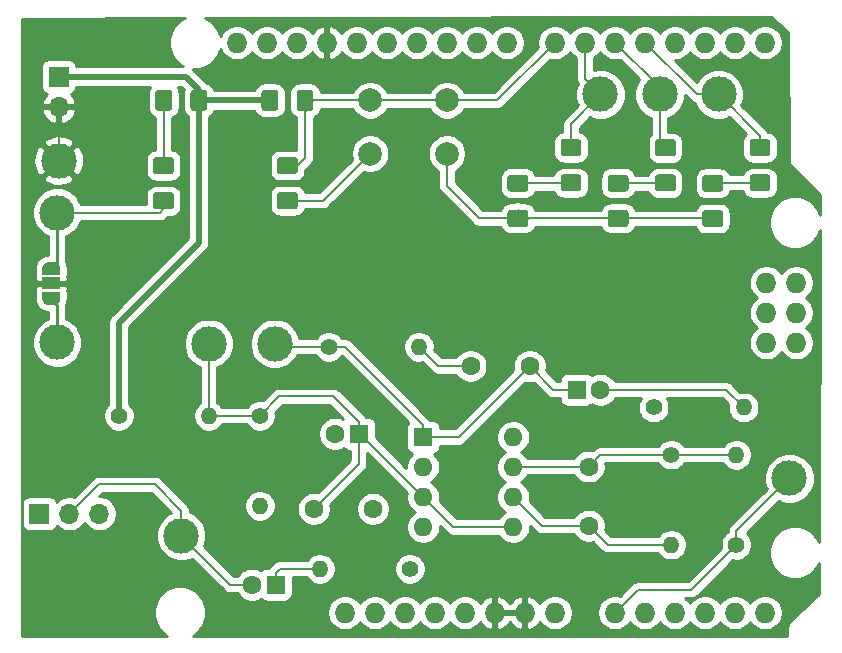
<source format=gbr>
%TF.GenerationSoftware,KiCad,Pcbnew,(5.1.5)-3*%
%TF.CreationDate,2020-05-16T12:13:26+02:00*%
%TF.ProjectId,30_PCB,33305f50-4342-42e6-9b69-6361645f7063,V1.1*%
%TF.SameCoordinates,Original*%
%TF.FileFunction,Copper,L1,Top*%
%TF.FilePolarity,Positive*%
%FSLAX46Y46*%
G04 Gerber Fmt 4.6, Leading zero omitted, Abs format (unit mm)*
G04 Created by KiCad (PCBNEW (5.1.5)-3) date 2020-05-16 12:13:26*
%MOMM*%
%LPD*%
G04 APERTURE LIST*
%ADD10O,1.727200X1.727200*%
%ADD11R,1.700000X1.700000*%
%ADD12O,1.700000X1.700000*%
%ADD13C,3.000000*%
%ADD14R,1.600000X1.600000*%
%ADD15C,1.600000*%
%ADD16C,0.100000*%
%ADD17R,1.500000X1.000000*%
%ADD18C,1.400000*%
%ADD19O,1.400000X1.400000*%
%ADD20C,2.000000*%
%ADD21O,1.600000X1.600000*%
%ADD22C,0.200000*%
%ADD23C,0.250000*%
%ADD24C,0.500000*%
%ADD25C,0.254000*%
G04 APERTURE END LIST*
D10*
X132052001Y-80935001D03*
X131925001Y-108875001D03*
X129385001Y-108875001D03*
X126845001Y-108875001D03*
X124305001Y-108875001D03*
X121765001Y-108875001D03*
X96365001Y-108875001D03*
X102461001Y-60615001D03*
X99921001Y-60615001D03*
X97381001Y-60615001D03*
X92301001Y-60615001D03*
X89761001Y-60615001D03*
X87221001Y-60615001D03*
X105001001Y-60615001D03*
X107541001Y-60615001D03*
X110081001Y-60615001D03*
X94841001Y-60615001D03*
X114145001Y-60615001D03*
X116685001Y-60615001D03*
X119225001Y-60615001D03*
X121765001Y-60615001D03*
X124305001Y-60615001D03*
X126845001Y-60615001D03*
X129385001Y-60615001D03*
X131925001Y-60615001D03*
X98905001Y-108875001D03*
X101445001Y-108875001D03*
X103985001Y-108875001D03*
X106525001Y-108875001D03*
X109065001Y-108875001D03*
X111605001Y-108875001D03*
X114145001Y-108875001D03*
X119225001Y-108875001D03*
X134592001Y-80935001D03*
X132052001Y-83475001D03*
X134592001Y-83475001D03*
X134592001Y-86015001D03*
X132052001Y-86015001D03*
D11*
X70500000Y-100500000D03*
D12*
X73040000Y-100500000D03*
X75580000Y-100500000D03*
D13*
X72000000Y-75000000D03*
X72136000Y-70612000D03*
X118000000Y-65000000D03*
X123000000Y-65000000D03*
X128000000Y-65000000D03*
D14*
X97536000Y-93726000D03*
D15*
X95536000Y-93726000D03*
X88500000Y-106500000D03*
D14*
X90500000Y-106500000D03*
D15*
X112000000Y-88000000D03*
X107000000Y-88000000D03*
X93726000Y-100076000D03*
X98726000Y-100076000D03*
D14*
X116000000Y-90000000D03*
D15*
X118000000Y-90000000D03*
X117000000Y-96500000D03*
X117000000Y-101500000D03*
%TA.AperFunction,SMDPad,CuDef*%
D16*
G36*
X92149504Y-73276204D02*
G01*
X92173773Y-73279804D01*
X92197571Y-73285765D01*
X92220671Y-73294030D01*
X92242849Y-73304520D01*
X92263893Y-73317133D01*
X92283598Y-73331747D01*
X92301777Y-73348223D01*
X92318253Y-73366402D01*
X92332867Y-73386107D01*
X92345480Y-73407151D01*
X92355970Y-73429329D01*
X92364235Y-73452429D01*
X92370196Y-73476227D01*
X92373796Y-73500496D01*
X92375000Y-73525000D01*
X92375000Y-74450000D01*
X92373796Y-74474504D01*
X92370196Y-74498773D01*
X92364235Y-74522571D01*
X92355970Y-74545671D01*
X92345480Y-74567849D01*
X92332867Y-74588893D01*
X92318253Y-74608598D01*
X92301777Y-74626777D01*
X92283598Y-74643253D01*
X92263893Y-74657867D01*
X92242849Y-74670480D01*
X92220671Y-74680970D01*
X92197571Y-74689235D01*
X92173773Y-74695196D01*
X92149504Y-74698796D01*
X92125000Y-74700000D01*
X90875000Y-74700000D01*
X90850496Y-74698796D01*
X90826227Y-74695196D01*
X90802429Y-74689235D01*
X90779329Y-74680970D01*
X90757151Y-74670480D01*
X90736107Y-74657867D01*
X90716402Y-74643253D01*
X90698223Y-74626777D01*
X90681747Y-74608598D01*
X90667133Y-74588893D01*
X90654520Y-74567849D01*
X90644030Y-74545671D01*
X90635765Y-74522571D01*
X90629804Y-74498773D01*
X90626204Y-74474504D01*
X90625000Y-74450000D01*
X90625000Y-73525000D01*
X90626204Y-73500496D01*
X90629804Y-73476227D01*
X90635765Y-73452429D01*
X90644030Y-73429329D01*
X90654520Y-73407151D01*
X90667133Y-73386107D01*
X90681747Y-73366402D01*
X90698223Y-73348223D01*
X90716402Y-73331747D01*
X90736107Y-73317133D01*
X90757151Y-73304520D01*
X90779329Y-73294030D01*
X90802429Y-73285765D01*
X90826227Y-73279804D01*
X90850496Y-73276204D01*
X90875000Y-73275000D01*
X92125000Y-73275000D01*
X92149504Y-73276204D01*
G37*
%TD.AperFunction*%
%TA.AperFunction,SMDPad,CuDef*%
G36*
X92149504Y-70301204D02*
G01*
X92173773Y-70304804D01*
X92197571Y-70310765D01*
X92220671Y-70319030D01*
X92242849Y-70329520D01*
X92263893Y-70342133D01*
X92283598Y-70356747D01*
X92301777Y-70373223D01*
X92318253Y-70391402D01*
X92332867Y-70411107D01*
X92345480Y-70432151D01*
X92355970Y-70454329D01*
X92364235Y-70477429D01*
X92370196Y-70501227D01*
X92373796Y-70525496D01*
X92375000Y-70550000D01*
X92375000Y-71475000D01*
X92373796Y-71499504D01*
X92370196Y-71523773D01*
X92364235Y-71547571D01*
X92355970Y-71570671D01*
X92345480Y-71592849D01*
X92332867Y-71613893D01*
X92318253Y-71633598D01*
X92301777Y-71651777D01*
X92283598Y-71668253D01*
X92263893Y-71682867D01*
X92242849Y-71695480D01*
X92220671Y-71705970D01*
X92197571Y-71714235D01*
X92173773Y-71720196D01*
X92149504Y-71723796D01*
X92125000Y-71725000D01*
X90875000Y-71725000D01*
X90850496Y-71723796D01*
X90826227Y-71720196D01*
X90802429Y-71714235D01*
X90779329Y-71705970D01*
X90757151Y-71695480D01*
X90736107Y-71682867D01*
X90716402Y-71668253D01*
X90698223Y-71651777D01*
X90681747Y-71633598D01*
X90667133Y-71613893D01*
X90654520Y-71592849D01*
X90644030Y-71570671D01*
X90635765Y-71547571D01*
X90629804Y-71523773D01*
X90626204Y-71499504D01*
X90625000Y-71475000D01*
X90625000Y-70550000D01*
X90626204Y-70525496D01*
X90629804Y-70501227D01*
X90635765Y-70477429D01*
X90644030Y-70454329D01*
X90654520Y-70432151D01*
X90667133Y-70411107D01*
X90681747Y-70391402D01*
X90698223Y-70373223D01*
X90716402Y-70356747D01*
X90736107Y-70342133D01*
X90757151Y-70329520D01*
X90779329Y-70319030D01*
X90802429Y-70310765D01*
X90826227Y-70304804D01*
X90850496Y-70301204D01*
X90875000Y-70300000D01*
X92125000Y-70300000D01*
X92149504Y-70301204D01*
G37*
%TD.AperFunction*%
%TA.AperFunction,SMDPad,CuDef*%
G36*
X111649504Y-74776204D02*
G01*
X111673773Y-74779804D01*
X111697571Y-74785765D01*
X111720671Y-74794030D01*
X111742849Y-74804520D01*
X111763893Y-74817133D01*
X111783598Y-74831747D01*
X111801777Y-74848223D01*
X111818253Y-74866402D01*
X111832867Y-74886107D01*
X111845480Y-74907151D01*
X111855970Y-74929329D01*
X111864235Y-74952429D01*
X111870196Y-74976227D01*
X111873796Y-75000496D01*
X111875000Y-75025000D01*
X111875000Y-75950000D01*
X111873796Y-75974504D01*
X111870196Y-75998773D01*
X111864235Y-76022571D01*
X111855970Y-76045671D01*
X111845480Y-76067849D01*
X111832867Y-76088893D01*
X111818253Y-76108598D01*
X111801777Y-76126777D01*
X111783598Y-76143253D01*
X111763893Y-76157867D01*
X111742849Y-76170480D01*
X111720671Y-76180970D01*
X111697571Y-76189235D01*
X111673773Y-76195196D01*
X111649504Y-76198796D01*
X111625000Y-76200000D01*
X110375000Y-76200000D01*
X110350496Y-76198796D01*
X110326227Y-76195196D01*
X110302429Y-76189235D01*
X110279329Y-76180970D01*
X110257151Y-76170480D01*
X110236107Y-76157867D01*
X110216402Y-76143253D01*
X110198223Y-76126777D01*
X110181747Y-76108598D01*
X110167133Y-76088893D01*
X110154520Y-76067849D01*
X110144030Y-76045671D01*
X110135765Y-76022571D01*
X110129804Y-75998773D01*
X110126204Y-75974504D01*
X110125000Y-75950000D01*
X110125000Y-75025000D01*
X110126204Y-75000496D01*
X110129804Y-74976227D01*
X110135765Y-74952429D01*
X110144030Y-74929329D01*
X110154520Y-74907151D01*
X110167133Y-74886107D01*
X110181747Y-74866402D01*
X110198223Y-74848223D01*
X110216402Y-74831747D01*
X110236107Y-74817133D01*
X110257151Y-74804520D01*
X110279329Y-74794030D01*
X110302429Y-74785765D01*
X110326227Y-74779804D01*
X110350496Y-74776204D01*
X110375000Y-74775000D01*
X111625000Y-74775000D01*
X111649504Y-74776204D01*
G37*
%TD.AperFunction*%
%TA.AperFunction,SMDPad,CuDef*%
G36*
X111649504Y-71801204D02*
G01*
X111673773Y-71804804D01*
X111697571Y-71810765D01*
X111720671Y-71819030D01*
X111742849Y-71829520D01*
X111763893Y-71842133D01*
X111783598Y-71856747D01*
X111801777Y-71873223D01*
X111818253Y-71891402D01*
X111832867Y-71911107D01*
X111845480Y-71932151D01*
X111855970Y-71954329D01*
X111864235Y-71977429D01*
X111870196Y-72001227D01*
X111873796Y-72025496D01*
X111875000Y-72050000D01*
X111875000Y-72975000D01*
X111873796Y-72999504D01*
X111870196Y-73023773D01*
X111864235Y-73047571D01*
X111855970Y-73070671D01*
X111845480Y-73092849D01*
X111832867Y-73113893D01*
X111818253Y-73133598D01*
X111801777Y-73151777D01*
X111783598Y-73168253D01*
X111763893Y-73182867D01*
X111742849Y-73195480D01*
X111720671Y-73205970D01*
X111697571Y-73214235D01*
X111673773Y-73220196D01*
X111649504Y-73223796D01*
X111625000Y-73225000D01*
X110375000Y-73225000D01*
X110350496Y-73223796D01*
X110326227Y-73220196D01*
X110302429Y-73214235D01*
X110279329Y-73205970D01*
X110257151Y-73195480D01*
X110236107Y-73182867D01*
X110216402Y-73168253D01*
X110198223Y-73151777D01*
X110181747Y-73133598D01*
X110167133Y-73113893D01*
X110154520Y-73092849D01*
X110144030Y-73070671D01*
X110135765Y-73047571D01*
X110129804Y-73023773D01*
X110126204Y-72999504D01*
X110125000Y-72975000D01*
X110125000Y-72050000D01*
X110126204Y-72025496D01*
X110129804Y-72001227D01*
X110135765Y-71977429D01*
X110144030Y-71954329D01*
X110154520Y-71932151D01*
X110167133Y-71911107D01*
X110181747Y-71891402D01*
X110198223Y-71873223D01*
X110216402Y-71856747D01*
X110236107Y-71842133D01*
X110257151Y-71829520D01*
X110279329Y-71819030D01*
X110302429Y-71810765D01*
X110326227Y-71804804D01*
X110350496Y-71801204D01*
X110375000Y-71800000D01*
X111625000Y-71800000D01*
X111649504Y-71801204D01*
G37*
%TD.AperFunction*%
%TA.AperFunction,SMDPad,CuDef*%
G36*
X120149504Y-71801204D02*
G01*
X120173773Y-71804804D01*
X120197571Y-71810765D01*
X120220671Y-71819030D01*
X120242849Y-71829520D01*
X120263893Y-71842133D01*
X120283598Y-71856747D01*
X120301777Y-71873223D01*
X120318253Y-71891402D01*
X120332867Y-71911107D01*
X120345480Y-71932151D01*
X120355970Y-71954329D01*
X120364235Y-71977429D01*
X120370196Y-72001227D01*
X120373796Y-72025496D01*
X120375000Y-72050000D01*
X120375000Y-72975000D01*
X120373796Y-72999504D01*
X120370196Y-73023773D01*
X120364235Y-73047571D01*
X120355970Y-73070671D01*
X120345480Y-73092849D01*
X120332867Y-73113893D01*
X120318253Y-73133598D01*
X120301777Y-73151777D01*
X120283598Y-73168253D01*
X120263893Y-73182867D01*
X120242849Y-73195480D01*
X120220671Y-73205970D01*
X120197571Y-73214235D01*
X120173773Y-73220196D01*
X120149504Y-73223796D01*
X120125000Y-73225000D01*
X118875000Y-73225000D01*
X118850496Y-73223796D01*
X118826227Y-73220196D01*
X118802429Y-73214235D01*
X118779329Y-73205970D01*
X118757151Y-73195480D01*
X118736107Y-73182867D01*
X118716402Y-73168253D01*
X118698223Y-73151777D01*
X118681747Y-73133598D01*
X118667133Y-73113893D01*
X118654520Y-73092849D01*
X118644030Y-73070671D01*
X118635765Y-73047571D01*
X118629804Y-73023773D01*
X118626204Y-72999504D01*
X118625000Y-72975000D01*
X118625000Y-72050000D01*
X118626204Y-72025496D01*
X118629804Y-72001227D01*
X118635765Y-71977429D01*
X118644030Y-71954329D01*
X118654520Y-71932151D01*
X118667133Y-71911107D01*
X118681747Y-71891402D01*
X118698223Y-71873223D01*
X118716402Y-71856747D01*
X118736107Y-71842133D01*
X118757151Y-71829520D01*
X118779329Y-71819030D01*
X118802429Y-71810765D01*
X118826227Y-71804804D01*
X118850496Y-71801204D01*
X118875000Y-71800000D01*
X120125000Y-71800000D01*
X120149504Y-71801204D01*
G37*
%TD.AperFunction*%
%TA.AperFunction,SMDPad,CuDef*%
G36*
X120149504Y-74776204D02*
G01*
X120173773Y-74779804D01*
X120197571Y-74785765D01*
X120220671Y-74794030D01*
X120242849Y-74804520D01*
X120263893Y-74817133D01*
X120283598Y-74831747D01*
X120301777Y-74848223D01*
X120318253Y-74866402D01*
X120332867Y-74886107D01*
X120345480Y-74907151D01*
X120355970Y-74929329D01*
X120364235Y-74952429D01*
X120370196Y-74976227D01*
X120373796Y-75000496D01*
X120375000Y-75025000D01*
X120375000Y-75950000D01*
X120373796Y-75974504D01*
X120370196Y-75998773D01*
X120364235Y-76022571D01*
X120355970Y-76045671D01*
X120345480Y-76067849D01*
X120332867Y-76088893D01*
X120318253Y-76108598D01*
X120301777Y-76126777D01*
X120283598Y-76143253D01*
X120263893Y-76157867D01*
X120242849Y-76170480D01*
X120220671Y-76180970D01*
X120197571Y-76189235D01*
X120173773Y-76195196D01*
X120149504Y-76198796D01*
X120125000Y-76200000D01*
X118875000Y-76200000D01*
X118850496Y-76198796D01*
X118826227Y-76195196D01*
X118802429Y-76189235D01*
X118779329Y-76180970D01*
X118757151Y-76170480D01*
X118736107Y-76157867D01*
X118716402Y-76143253D01*
X118698223Y-76126777D01*
X118681747Y-76108598D01*
X118667133Y-76088893D01*
X118654520Y-76067849D01*
X118644030Y-76045671D01*
X118635765Y-76022571D01*
X118629804Y-75998773D01*
X118626204Y-75974504D01*
X118625000Y-75950000D01*
X118625000Y-75025000D01*
X118626204Y-75000496D01*
X118629804Y-74976227D01*
X118635765Y-74952429D01*
X118644030Y-74929329D01*
X118654520Y-74907151D01*
X118667133Y-74886107D01*
X118681747Y-74866402D01*
X118698223Y-74848223D01*
X118716402Y-74831747D01*
X118736107Y-74817133D01*
X118757151Y-74804520D01*
X118779329Y-74794030D01*
X118802429Y-74785765D01*
X118826227Y-74779804D01*
X118850496Y-74776204D01*
X118875000Y-74775000D01*
X120125000Y-74775000D01*
X120149504Y-74776204D01*
G37*
%TD.AperFunction*%
%TA.AperFunction,SMDPad,CuDef*%
G36*
X128149504Y-74788704D02*
G01*
X128173773Y-74792304D01*
X128197571Y-74798265D01*
X128220671Y-74806530D01*
X128242849Y-74817020D01*
X128263893Y-74829633D01*
X128283598Y-74844247D01*
X128301777Y-74860723D01*
X128318253Y-74878902D01*
X128332867Y-74898607D01*
X128345480Y-74919651D01*
X128355970Y-74941829D01*
X128364235Y-74964929D01*
X128370196Y-74988727D01*
X128373796Y-75012996D01*
X128375000Y-75037500D01*
X128375000Y-75962500D01*
X128373796Y-75987004D01*
X128370196Y-76011273D01*
X128364235Y-76035071D01*
X128355970Y-76058171D01*
X128345480Y-76080349D01*
X128332867Y-76101393D01*
X128318253Y-76121098D01*
X128301777Y-76139277D01*
X128283598Y-76155753D01*
X128263893Y-76170367D01*
X128242849Y-76182980D01*
X128220671Y-76193470D01*
X128197571Y-76201735D01*
X128173773Y-76207696D01*
X128149504Y-76211296D01*
X128125000Y-76212500D01*
X126875000Y-76212500D01*
X126850496Y-76211296D01*
X126826227Y-76207696D01*
X126802429Y-76201735D01*
X126779329Y-76193470D01*
X126757151Y-76182980D01*
X126736107Y-76170367D01*
X126716402Y-76155753D01*
X126698223Y-76139277D01*
X126681747Y-76121098D01*
X126667133Y-76101393D01*
X126654520Y-76080349D01*
X126644030Y-76058171D01*
X126635765Y-76035071D01*
X126629804Y-76011273D01*
X126626204Y-75987004D01*
X126625000Y-75962500D01*
X126625000Y-75037500D01*
X126626204Y-75012996D01*
X126629804Y-74988727D01*
X126635765Y-74964929D01*
X126644030Y-74941829D01*
X126654520Y-74919651D01*
X126667133Y-74898607D01*
X126681747Y-74878902D01*
X126698223Y-74860723D01*
X126716402Y-74844247D01*
X126736107Y-74829633D01*
X126757151Y-74817020D01*
X126779329Y-74806530D01*
X126802429Y-74798265D01*
X126826227Y-74792304D01*
X126850496Y-74788704D01*
X126875000Y-74787500D01*
X128125000Y-74787500D01*
X128149504Y-74788704D01*
G37*
%TD.AperFunction*%
%TA.AperFunction,SMDPad,CuDef*%
G36*
X128149504Y-71813704D02*
G01*
X128173773Y-71817304D01*
X128197571Y-71823265D01*
X128220671Y-71831530D01*
X128242849Y-71842020D01*
X128263893Y-71854633D01*
X128283598Y-71869247D01*
X128301777Y-71885723D01*
X128318253Y-71903902D01*
X128332867Y-71923607D01*
X128345480Y-71944651D01*
X128355970Y-71966829D01*
X128364235Y-71989929D01*
X128370196Y-72013727D01*
X128373796Y-72037996D01*
X128375000Y-72062500D01*
X128375000Y-72987500D01*
X128373796Y-73012004D01*
X128370196Y-73036273D01*
X128364235Y-73060071D01*
X128355970Y-73083171D01*
X128345480Y-73105349D01*
X128332867Y-73126393D01*
X128318253Y-73146098D01*
X128301777Y-73164277D01*
X128283598Y-73180753D01*
X128263893Y-73195367D01*
X128242849Y-73207980D01*
X128220671Y-73218470D01*
X128197571Y-73226735D01*
X128173773Y-73232696D01*
X128149504Y-73236296D01*
X128125000Y-73237500D01*
X126875000Y-73237500D01*
X126850496Y-73236296D01*
X126826227Y-73232696D01*
X126802429Y-73226735D01*
X126779329Y-73218470D01*
X126757151Y-73207980D01*
X126736107Y-73195367D01*
X126716402Y-73180753D01*
X126698223Y-73164277D01*
X126681747Y-73146098D01*
X126667133Y-73126393D01*
X126654520Y-73105349D01*
X126644030Y-73083171D01*
X126635765Y-73060071D01*
X126629804Y-73036273D01*
X126626204Y-73012004D01*
X126625000Y-72987500D01*
X126625000Y-72062500D01*
X126626204Y-72037996D01*
X126629804Y-72013727D01*
X126635765Y-71989929D01*
X126644030Y-71966829D01*
X126654520Y-71944651D01*
X126667133Y-71923607D01*
X126681747Y-71903902D01*
X126698223Y-71885723D01*
X126716402Y-71869247D01*
X126736107Y-71854633D01*
X126757151Y-71842020D01*
X126779329Y-71831530D01*
X126802429Y-71823265D01*
X126826227Y-71817304D01*
X126850496Y-71813704D01*
X126875000Y-71812500D01*
X128125000Y-71812500D01*
X128149504Y-71813704D01*
G37*
%TD.AperFunction*%
%TA.AperFunction,SMDPad,CuDef*%
G36*
X81649504Y-70313704D02*
G01*
X81673773Y-70317304D01*
X81697571Y-70323265D01*
X81720671Y-70331530D01*
X81742849Y-70342020D01*
X81763893Y-70354633D01*
X81783598Y-70369247D01*
X81801777Y-70385723D01*
X81818253Y-70403902D01*
X81832867Y-70423607D01*
X81845480Y-70444651D01*
X81855970Y-70466829D01*
X81864235Y-70489929D01*
X81870196Y-70513727D01*
X81873796Y-70537996D01*
X81875000Y-70562500D01*
X81875000Y-71487500D01*
X81873796Y-71512004D01*
X81870196Y-71536273D01*
X81864235Y-71560071D01*
X81855970Y-71583171D01*
X81845480Y-71605349D01*
X81832867Y-71626393D01*
X81818253Y-71646098D01*
X81801777Y-71664277D01*
X81783598Y-71680753D01*
X81763893Y-71695367D01*
X81742849Y-71707980D01*
X81720671Y-71718470D01*
X81697571Y-71726735D01*
X81673773Y-71732696D01*
X81649504Y-71736296D01*
X81625000Y-71737500D01*
X80375000Y-71737500D01*
X80350496Y-71736296D01*
X80326227Y-71732696D01*
X80302429Y-71726735D01*
X80279329Y-71718470D01*
X80257151Y-71707980D01*
X80236107Y-71695367D01*
X80216402Y-71680753D01*
X80198223Y-71664277D01*
X80181747Y-71646098D01*
X80167133Y-71626393D01*
X80154520Y-71605349D01*
X80144030Y-71583171D01*
X80135765Y-71560071D01*
X80129804Y-71536273D01*
X80126204Y-71512004D01*
X80125000Y-71487500D01*
X80125000Y-70562500D01*
X80126204Y-70537996D01*
X80129804Y-70513727D01*
X80135765Y-70489929D01*
X80144030Y-70466829D01*
X80154520Y-70444651D01*
X80167133Y-70423607D01*
X80181747Y-70403902D01*
X80198223Y-70385723D01*
X80216402Y-70369247D01*
X80236107Y-70354633D01*
X80257151Y-70342020D01*
X80279329Y-70331530D01*
X80302429Y-70323265D01*
X80326227Y-70317304D01*
X80350496Y-70313704D01*
X80375000Y-70312500D01*
X81625000Y-70312500D01*
X81649504Y-70313704D01*
G37*
%TD.AperFunction*%
%TA.AperFunction,SMDPad,CuDef*%
G36*
X81649504Y-73288704D02*
G01*
X81673773Y-73292304D01*
X81697571Y-73298265D01*
X81720671Y-73306530D01*
X81742849Y-73317020D01*
X81763893Y-73329633D01*
X81783598Y-73344247D01*
X81801777Y-73360723D01*
X81818253Y-73378902D01*
X81832867Y-73398607D01*
X81845480Y-73419651D01*
X81855970Y-73441829D01*
X81864235Y-73464929D01*
X81870196Y-73488727D01*
X81873796Y-73512996D01*
X81875000Y-73537500D01*
X81875000Y-74462500D01*
X81873796Y-74487004D01*
X81870196Y-74511273D01*
X81864235Y-74535071D01*
X81855970Y-74558171D01*
X81845480Y-74580349D01*
X81832867Y-74601393D01*
X81818253Y-74621098D01*
X81801777Y-74639277D01*
X81783598Y-74655753D01*
X81763893Y-74670367D01*
X81742849Y-74682980D01*
X81720671Y-74693470D01*
X81697571Y-74701735D01*
X81673773Y-74707696D01*
X81649504Y-74711296D01*
X81625000Y-74712500D01*
X80375000Y-74712500D01*
X80350496Y-74711296D01*
X80326227Y-74707696D01*
X80302429Y-74701735D01*
X80279329Y-74693470D01*
X80257151Y-74682980D01*
X80236107Y-74670367D01*
X80216402Y-74655753D01*
X80198223Y-74639277D01*
X80181747Y-74621098D01*
X80167133Y-74601393D01*
X80154520Y-74580349D01*
X80144030Y-74558171D01*
X80135765Y-74535071D01*
X80129804Y-74511273D01*
X80126204Y-74487004D01*
X80125000Y-74462500D01*
X80125000Y-73537500D01*
X80126204Y-73512996D01*
X80129804Y-73488727D01*
X80135765Y-73464929D01*
X80144030Y-73441829D01*
X80154520Y-73419651D01*
X80167133Y-73398607D01*
X80181747Y-73378902D01*
X80198223Y-73360723D01*
X80216402Y-73344247D01*
X80236107Y-73329633D01*
X80257151Y-73317020D01*
X80279329Y-73306530D01*
X80302429Y-73298265D01*
X80326227Y-73292304D01*
X80350496Y-73288704D01*
X80375000Y-73287500D01*
X81625000Y-73287500D01*
X81649504Y-73288704D01*
G37*
%TD.AperFunction*%
D13*
X72000000Y-86000000D03*
D11*
X72136000Y-63500000D03*
D12*
X72136000Y-66040000D03*
%TA.AperFunction,SMDPad,CuDef*%
D16*
G36*
X72250000Y-81750000D02*
G01*
X72250000Y-82300000D01*
X72249398Y-82300000D01*
X72249398Y-82324534D01*
X72244588Y-82373365D01*
X72235016Y-82421490D01*
X72220772Y-82468445D01*
X72201995Y-82513778D01*
X72178864Y-82557051D01*
X72151604Y-82597850D01*
X72120476Y-82635779D01*
X72085779Y-82670476D01*
X72047850Y-82701604D01*
X72007051Y-82728864D01*
X71963778Y-82751995D01*
X71918445Y-82770772D01*
X71871490Y-82785016D01*
X71823365Y-82794588D01*
X71774534Y-82799398D01*
X71750000Y-82799398D01*
X71750000Y-82800000D01*
X71250000Y-82800000D01*
X71250000Y-82799398D01*
X71225466Y-82799398D01*
X71176635Y-82794588D01*
X71128510Y-82785016D01*
X71081555Y-82770772D01*
X71036222Y-82751995D01*
X70992949Y-82728864D01*
X70952150Y-82701604D01*
X70914221Y-82670476D01*
X70879524Y-82635779D01*
X70848396Y-82597850D01*
X70821136Y-82557051D01*
X70798005Y-82513778D01*
X70779228Y-82468445D01*
X70764984Y-82421490D01*
X70755412Y-82373365D01*
X70750602Y-82324534D01*
X70750602Y-82300000D01*
X70750000Y-82300000D01*
X70750000Y-81750000D01*
X72250000Y-81750000D01*
G37*
%TD.AperFunction*%
%TA.AperFunction,SMDPad,CuDef*%
G36*
X70750602Y-79700000D02*
G01*
X70750602Y-79675466D01*
X70755412Y-79626635D01*
X70764984Y-79578510D01*
X70779228Y-79531555D01*
X70798005Y-79486222D01*
X70821136Y-79442949D01*
X70848396Y-79402150D01*
X70879524Y-79364221D01*
X70914221Y-79329524D01*
X70952150Y-79298396D01*
X70992949Y-79271136D01*
X71036222Y-79248005D01*
X71081555Y-79229228D01*
X71128510Y-79214984D01*
X71176635Y-79205412D01*
X71225466Y-79200602D01*
X71250000Y-79200602D01*
X71250000Y-79200000D01*
X71750000Y-79200000D01*
X71750000Y-79200602D01*
X71774534Y-79200602D01*
X71823365Y-79205412D01*
X71871490Y-79214984D01*
X71918445Y-79229228D01*
X71963778Y-79248005D01*
X72007051Y-79271136D01*
X72047850Y-79298396D01*
X72085779Y-79329524D01*
X72120476Y-79364221D01*
X72151604Y-79402150D01*
X72178864Y-79442949D01*
X72201995Y-79486222D01*
X72220772Y-79531555D01*
X72235016Y-79578510D01*
X72244588Y-79626635D01*
X72249398Y-79675466D01*
X72249398Y-79700000D01*
X72250000Y-79700000D01*
X72250000Y-80250000D01*
X70750000Y-80250000D01*
X70750000Y-79700000D01*
X70750602Y-79700000D01*
G37*
%TD.AperFunction*%
D17*
X71500000Y-81000000D03*
D18*
X77216000Y-92202000D03*
D19*
X84836000Y-92202000D03*
X89154000Y-99822000D03*
D18*
X89154000Y-92202000D03*
X101854000Y-105156000D03*
D19*
X94234000Y-105156000D03*
D18*
X94996000Y-86360000D03*
D19*
X102616000Y-86360000D03*
X130120000Y-91500000D03*
D18*
X122500000Y-91500000D03*
X124000000Y-95500000D03*
D19*
X124000000Y-103120000D03*
X129500000Y-95504000D03*
D18*
X129500000Y-103124000D03*
%TA.AperFunction,SMDPad,CuDef*%
D16*
G36*
X116149504Y-71763704D02*
G01*
X116173773Y-71767304D01*
X116197571Y-71773265D01*
X116220671Y-71781530D01*
X116242849Y-71792020D01*
X116263893Y-71804633D01*
X116283598Y-71819247D01*
X116301777Y-71835723D01*
X116318253Y-71853902D01*
X116332867Y-71873607D01*
X116345480Y-71894651D01*
X116355970Y-71916829D01*
X116364235Y-71939929D01*
X116370196Y-71963727D01*
X116373796Y-71987996D01*
X116375000Y-72012500D01*
X116375000Y-72937500D01*
X116373796Y-72962004D01*
X116370196Y-72986273D01*
X116364235Y-73010071D01*
X116355970Y-73033171D01*
X116345480Y-73055349D01*
X116332867Y-73076393D01*
X116318253Y-73096098D01*
X116301777Y-73114277D01*
X116283598Y-73130753D01*
X116263893Y-73145367D01*
X116242849Y-73157980D01*
X116220671Y-73168470D01*
X116197571Y-73176735D01*
X116173773Y-73182696D01*
X116149504Y-73186296D01*
X116125000Y-73187500D01*
X114875000Y-73187500D01*
X114850496Y-73186296D01*
X114826227Y-73182696D01*
X114802429Y-73176735D01*
X114779329Y-73168470D01*
X114757151Y-73157980D01*
X114736107Y-73145367D01*
X114716402Y-73130753D01*
X114698223Y-73114277D01*
X114681747Y-73096098D01*
X114667133Y-73076393D01*
X114654520Y-73055349D01*
X114644030Y-73033171D01*
X114635765Y-73010071D01*
X114629804Y-72986273D01*
X114626204Y-72962004D01*
X114625000Y-72937500D01*
X114625000Y-72012500D01*
X114626204Y-71987996D01*
X114629804Y-71963727D01*
X114635765Y-71939929D01*
X114644030Y-71916829D01*
X114654520Y-71894651D01*
X114667133Y-71873607D01*
X114681747Y-71853902D01*
X114698223Y-71835723D01*
X114716402Y-71819247D01*
X114736107Y-71804633D01*
X114757151Y-71792020D01*
X114779329Y-71781530D01*
X114802429Y-71773265D01*
X114826227Y-71767304D01*
X114850496Y-71763704D01*
X114875000Y-71762500D01*
X116125000Y-71762500D01*
X116149504Y-71763704D01*
G37*
%TD.AperFunction*%
%TA.AperFunction,SMDPad,CuDef*%
G36*
X116149504Y-68788704D02*
G01*
X116173773Y-68792304D01*
X116197571Y-68798265D01*
X116220671Y-68806530D01*
X116242849Y-68817020D01*
X116263893Y-68829633D01*
X116283598Y-68844247D01*
X116301777Y-68860723D01*
X116318253Y-68878902D01*
X116332867Y-68898607D01*
X116345480Y-68919651D01*
X116355970Y-68941829D01*
X116364235Y-68964929D01*
X116370196Y-68988727D01*
X116373796Y-69012996D01*
X116375000Y-69037500D01*
X116375000Y-69962500D01*
X116373796Y-69987004D01*
X116370196Y-70011273D01*
X116364235Y-70035071D01*
X116355970Y-70058171D01*
X116345480Y-70080349D01*
X116332867Y-70101393D01*
X116318253Y-70121098D01*
X116301777Y-70139277D01*
X116283598Y-70155753D01*
X116263893Y-70170367D01*
X116242849Y-70182980D01*
X116220671Y-70193470D01*
X116197571Y-70201735D01*
X116173773Y-70207696D01*
X116149504Y-70211296D01*
X116125000Y-70212500D01*
X114875000Y-70212500D01*
X114850496Y-70211296D01*
X114826227Y-70207696D01*
X114802429Y-70201735D01*
X114779329Y-70193470D01*
X114757151Y-70182980D01*
X114736107Y-70170367D01*
X114716402Y-70155753D01*
X114698223Y-70139277D01*
X114681747Y-70121098D01*
X114667133Y-70101393D01*
X114654520Y-70080349D01*
X114644030Y-70058171D01*
X114635765Y-70035071D01*
X114629804Y-70011273D01*
X114626204Y-69987004D01*
X114625000Y-69962500D01*
X114625000Y-69037500D01*
X114626204Y-69012996D01*
X114629804Y-68988727D01*
X114635765Y-68964929D01*
X114644030Y-68941829D01*
X114654520Y-68919651D01*
X114667133Y-68898607D01*
X114681747Y-68878902D01*
X114698223Y-68860723D01*
X114716402Y-68844247D01*
X114736107Y-68829633D01*
X114757151Y-68817020D01*
X114779329Y-68806530D01*
X114802429Y-68798265D01*
X114826227Y-68792304D01*
X114850496Y-68788704D01*
X114875000Y-68787500D01*
X116125000Y-68787500D01*
X116149504Y-68788704D01*
G37*
%TD.AperFunction*%
%TA.AperFunction,SMDPad,CuDef*%
G36*
X124149504Y-68801204D02*
G01*
X124173773Y-68804804D01*
X124197571Y-68810765D01*
X124220671Y-68819030D01*
X124242849Y-68829520D01*
X124263893Y-68842133D01*
X124283598Y-68856747D01*
X124301777Y-68873223D01*
X124318253Y-68891402D01*
X124332867Y-68911107D01*
X124345480Y-68932151D01*
X124355970Y-68954329D01*
X124364235Y-68977429D01*
X124370196Y-69001227D01*
X124373796Y-69025496D01*
X124375000Y-69050000D01*
X124375000Y-69975000D01*
X124373796Y-69999504D01*
X124370196Y-70023773D01*
X124364235Y-70047571D01*
X124355970Y-70070671D01*
X124345480Y-70092849D01*
X124332867Y-70113893D01*
X124318253Y-70133598D01*
X124301777Y-70151777D01*
X124283598Y-70168253D01*
X124263893Y-70182867D01*
X124242849Y-70195480D01*
X124220671Y-70205970D01*
X124197571Y-70214235D01*
X124173773Y-70220196D01*
X124149504Y-70223796D01*
X124125000Y-70225000D01*
X122875000Y-70225000D01*
X122850496Y-70223796D01*
X122826227Y-70220196D01*
X122802429Y-70214235D01*
X122779329Y-70205970D01*
X122757151Y-70195480D01*
X122736107Y-70182867D01*
X122716402Y-70168253D01*
X122698223Y-70151777D01*
X122681747Y-70133598D01*
X122667133Y-70113893D01*
X122654520Y-70092849D01*
X122644030Y-70070671D01*
X122635765Y-70047571D01*
X122629804Y-70023773D01*
X122626204Y-69999504D01*
X122625000Y-69975000D01*
X122625000Y-69050000D01*
X122626204Y-69025496D01*
X122629804Y-69001227D01*
X122635765Y-68977429D01*
X122644030Y-68954329D01*
X122654520Y-68932151D01*
X122667133Y-68911107D01*
X122681747Y-68891402D01*
X122698223Y-68873223D01*
X122716402Y-68856747D01*
X122736107Y-68842133D01*
X122757151Y-68829520D01*
X122779329Y-68819030D01*
X122802429Y-68810765D01*
X122826227Y-68804804D01*
X122850496Y-68801204D01*
X122875000Y-68800000D01*
X124125000Y-68800000D01*
X124149504Y-68801204D01*
G37*
%TD.AperFunction*%
%TA.AperFunction,SMDPad,CuDef*%
G36*
X124149504Y-71776204D02*
G01*
X124173773Y-71779804D01*
X124197571Y-71785765D01*
X124220671Y-71794030D01*
X124242849Y-71804520D01*
X124263893Y-71817133D01*
X124283598Y-71831747D01*
X124301777Y-71848223D01*
X124318253Y-71866402D01*
X124332867Y-71886107D01*
X124345480Y-71907151D01*
X124355970Y-71929329D01*
X124364235Y-71952429D01*
X124370196Y-71976227D01*
X124373796Y-72000496D01*
X124375000Y-72025000D01*
X124375000Y-72950000D01*
X124373796Y-72974504D01*
X124370196Y-72998773D01*
X124364235Y-73022571D01*
X124355970Y-73045671D01*
X124345480Y-73067849D01*
X124332867Y-73088893D01*
X124318253Y-73108598D01*
X124301777Y-73126777D01*
X124283598Y-73143253D01*
X124263893Y-73157867D01*
X124242849Y-73170480D01*
X124220671Y-73180970D01*
X124197571Y-73189235D01*
X124173773Y-73195196D01*
X124149504Y-73198796D01*
X124125000Y-73200000D01*
X122875000Y-73200000D01*
X122850496Y-73198796D01*
X122826227Y-73195196D01*
X122802429Y-73189235D01*
X122779329Y-73180970D01*
X122757151Y-73170480D01*
X122736107Y-73157867D01*
X122716402Y-73143253D01*
X122698223Y-73126777D01*
X122681747Y-73108598D01*
X122667133Y-73088893D01*
X122654520Y-73067849D01*
X122644030Y-73045671D01*
X122635765Y-73022571D01*
X122629804Y-72998773D01*
X122626204Y-72974504D01*
X122625000Y-72950000D01*
X122625000Y-72025000D01*
X122626204Y-72000496D01*
X122629804Y-71976227D01*
X122635765Y-71952429D01*
X122644030Y-71929329D01*
X122654520Y-71907151D01*
X122667133Y-71886107D01*
X122681747Y-71866402D01*
X122698223Y-71848223D01*
X122716402Y-71831747D01*
X122736107Y-71817133D01*
X122757151Y-71804520D01*
X122779329Y-71794030D01*
X122802429Y-71785765D01*
X122826227Y-71779804D01*
X122850496Y-71776204D01*
X122875000Y-71775000D01*
X124125000Y-71775000D01*
X124149504Y-71776204D01*
G37*
%TD.AperFunction*%
%TA.AperFunction,SMDPad,CuDef*%
G36*
X132149504Y-71763704D02*
G01*
X132173773Y-71767304D01*
X132197571Y-71773265D01*
X132220671Y-71781530D01*
X132242849Y-71792020D01*
X132263893Y-71804633D01*
X132283598Y-71819247D01*
X132301777Y-71835723D01*
X132318253Y-71853902D01*
X132332867Y-71873607D01*
X132345480Y-71894651D01*
X132355970Y-71916829D01*
X132364235Y-71939929D01*
X132370196Y-71963727D01*
X132373796Y-71987996D01*
X132375000Y-72012500D01*
X132375000Y-72937500D01*
X132373796Y-72962004D01*
X132370196Y-72986273D01*
X132364235Y-73010071D01*
X132355970Y-73033171D01*
X132345480Y-73055349D01*
X132332867Y-73076393D01*
X132318253Y-73096098D01*
X132301777Y-73114277D01*
X132283598Y-73130753D01*
X132263893Y-73145367D01*
X132242849Y-73157980D01*
X132220671Y-73168470D01*
X132197571Y-73176735D01*
X132173773Y-73182696D01*
X132149504Y-73186296D01*
X132125000Y-73187500D01*
X130875000Y-73187500D01*
X130850496Y-73186296D01*
X130826227Y-73182696D01*
X130802429Y-73176735D01*
X130779329Y-73168470D01*
X130757151Y-73157980D01*
X130736107Y-73145367D01*
X130716402Y-73130753D01*
X130698223Y-73114277D01*
X130681747Y-73096098D01*
X130667133Y-73076393D01*
X130654520Y-73055349D01*
X130644030Y-73033171D01*
X130635765Y-73010071D01*
X130629804Y-72986273D01*
X130626204Y-72962004D01*
X130625000Y-72937500D01*
X130625000Y-72012500D01*
X130626204Y-71987996D01*
X130629804Y-71963727D01*
X130635765Y-71939929D01*
X130644030Y-71916829D01*
X130654520Y-71894651D01*
X130667133Y-71873607D01*
X130681747Y-71853902D01*
X130698223Y-71835723D01*
X130716402Y-71819247D01*
X130736107Y-71804633D01*
X130757151Y-71792020D01*
X130779329Y-71781530D01*
X130802429Y-71773265D01*
X130826227Y-71767304D01*
X130850496Y-71763704D01*
X130875000Y-71762500D01*
X132125000Y-71762500D01*
X132149504Y-71763704D01*
G37*
%TD.AperFunction*%
%TA.AperFunction,SMDPad,CuDef*%
G36*
X132149504Y-68788704D02*
G01*
X132173773Y-68792304D01*
X132197571Y-68798265D01*
X132220671Y-68806530D01*
X132242849Y-68817020D01*
X132263893Y-68829633D01*
X132283598Y-68844247D01*
X132301777Y-68860723D01*
X132318253Y-68878902D01*
X132332867Y-68898607D01*
X132345480Y-68919651D01*
X132355970Y-68941829D01*
X132364235Y-68964929D01*
X132370196Y-68988727D01*
X132373796Y-69012996D01*
X132375000Y-69037500D01*
X132375000Y-69962500D01*
X132373796Y-69987004D01*
X132370196Y-70011273D01*
X132364235Y-70035071D01*
X132355970Y-70058171D01*
X132345480Y-70080349D01*
X132332867Y-70101393D01*
X132318253Y-70121098D01*
X132301777Y-70139277D01*
X132283598Y-70155753D01*
X132263893Y-70170367D01*
X132242849Y-70182980D01*
X132220671Y-70193470D01*
X132197571Y-70201735D01*
X132173773Y-70207696D01*
X132149504Y-70211296D01*
X132125000Y-70212500D01*
X130875000Y-70212500D01*
X130850496Y-70211296D01*
X130826227Y-70207696D01*
X130802429Y-70201735D01*
X130779329Y-70193470D01*
X130757151Y-70182980D01*
X130736107Y-70170367D01*
X130716402Y-70155753D01*
X130698223Y-70139277D01*
X130681747Y-70121098D01*
X130667133Y-70101393D01*
X130654520Y-70080349D01*
X130644030Y-70058171D01*
X130635765Y-70035071D01*
X130629804Y-70011273D01*
X130626204Y-69987004D01*
X130625000Y-69962500D01*
X130625000Y-69037500D01*
X130626204Y-69012996D01*
X130629804Y-68988727D01*
X130635765Y-68964929D01*
X130644030Y-68941829D01*
X130654520Y-68919651D01*
X130667133Y-68898607D01*
X130681747Y-68878902D01*
X130698223Y-68860723D01*
X130716402Y-68844247D01*
X130736107Y-68829633D01*
X130757151Y-68817020D01*
X130779329Y-68806530D01*
X130802429Y-68798265D01*
X130826227Y-68792304D01*
X130850496Y-68788704D01*
X130875000Y-68787500D01*
X132125000Y-68787500D01*
X132149504Y-68788704D01*
G37*
%TD.AperFunction*%
%TA.AperFunction,SMDPad,CuDef*%
G36*
X93474504Y-64626204D02*
G01*
X93498773Y-64629804D01*
X93522571Y-64635765D01*
X93545671Y-64644030D01*
X93567849Y-64654520D01*
X93588893Y-64667133D01*
X93608598Y-64681747D01*
X93626777Y-64698223D01*
X93643253Y-64716402D01*
X93657867Y-64736107D01*
X93670480Y-64757151D01*
X93680970Y-64779329D01*
X93689235Y-64802429D01*
X93695196Y-64826227D01*
X93698796Y-64850496D01*
X93700000Y-64875000D01*
X93700000Y-66125000D01*
X93698796Y-66149504D01*
X93695196Y-66173773D01*
X93689235Y-66197571D01*
X93680970Y-66220671D01*
X93670480Y-66242849D01*
X93657867Y-66263893D01*
X93643253Y-66283598D01*
X93626777Y-66301777D01*
X93608598Y-66318253D01*
X93588893Y-66332867D01*
X93567849Y-66345480D01*
X93545671Y-66355970D01*
X93522571Y-66364235D01*
X93498773Y-66370196D01*
X93474504Y-66373796D01*
X93450000Y-66375000D01*
X92525000Y-66375000D01*
X92500496Y-66373796D01*
X92476227Y-66370196D01*
X92452429Y-66364235D01*
X92429329Y-66355970D01*
X92407151Y-66345480D01*
X92386107Y-66332867D01*
X92366402Y-66318253D01*
X92348223Y-66301777D01*
X92331747Y-66283598D01*
X92317133Y-66263893D01*
X92304520Y-66242849D01*
X92294030Y-66220671D01*
X92285765Y-66197571D01*
X92279804Y-66173773D01*
X92276204Y-66149504D01*
X92275000Y-66125000D01*
X92275000Y-64875000D01*
X92276204Y-64850496D01*
X92279804Y-64826227D01*
X92285765Y-64802429D01*
X92294030Y-64779329D01*
X92304520Y-64757151D01*
X92317133Y-64736107D01*
X92331747Y-64716402D01*
X92348223Y-64698223D01*
X92366402Y-64681747D01*
X92386107Y-64667133D01*
X92407151Y-64654520D01*
X92429329Y-64644030D01*
X92452429Y-64635765D01*
X92476227Y-64629804D01*
X92500496Y-64626204D01*
X92525000Y-64625000D01*
X93450000Y-64625000D01*
X93474504Y-64626204D01*
G37*
%TD.AperFunction*%
%TA.AperFunction,SMDPad,CuDef*%
G36*
X90499504Y-64626204D02*
G01*
X90523773Y-64629804D01*
X90547571Y-64635765D01*
X90570671Y-64644030D01*
X90592849Y-64654520D01*
X90613893Y-64667133D01*
X90633598Y-64681747D01*
X90651777Y-64698223D01*
X90668253Y-64716402D01*
X90682867Y-64736107D01*
X90695480Y-64757151D01*
X90705970Y-64779329D01*
X90714235Y-64802429D01*
X90720196Y-64826227D01*
X90723796Y-64850496D01*
X90725000Y-64875000D01*
X90725000Y-66125000D01*
X90723796Y-66149504D01*
X90720196Y-66173773D01*
X90714235Y-66197571D01*
X90705970Y-66220671D01*
X90695480Y-66242849D01*
X90682867Y-66263893D01*
X90668253Y-66283598D01*
X90651777Y-66301777D01*
X90633598Y-66318253D01*
X90613893Y-66332867D01*
X90592849Y-66345480D01*
X90570671Y-66355970D01*
X90547571Y-66364235D01*
X90523773Y-66370196D01*
X90499504Y-66373796D01*
X90475000Y-66375000D01*
X89550000Y-66375000D01*
X89525496Y-66373796D01*
X89501227Y-66370196D01*
X89477429Y-66364235D01*
X89454329Y-66355970D01*
X89432151Y-66345480D01*
X89411107Y-66332867D01*
X89391402Y-66318253D01*
X89373223Y-66301777D01*
X89356747Y-66283598D01*
X89342133Y-66263893D01*
X89329520Y-66242849D01*
X89319030Y-66220671D01*
X89310765Y-66197571D01*
X89304804Y-66173773D01*
X89301204Y-66149504D01*
X89300000Y-66125000D01*
X89300000Y-64875000D01*
X89301204Y-64850496D01*
X89304804Y-64826227D01*
X89310765Y-64802429D01*
X89319030Y-64779329D01*
X89329520Y-64757151D01*
X89342133Y-64736107D01*
X89356747Y-64716402D01*
X89373223Y-64698223D01*
X89391402Y-64681747D01*
X89411107Y-64667133D01*
X89432151Y-64654520D01*
X89454329Y-64644030D01*
X89477429Y-64635765D01*
X89501227Y-64629804D01*
X89525496Y-64626204D01*
X89550000Y-64625000D01*
X90475000Y-64625000D01*
X90499504Y-64626204D01*
G37*
%TD.AperFunction*%
%TA.AperFunction,SMDPad,CuDef*%
G36*
X84487004Y-64626204D02*
G01*
X84511273Y-64629804D01*
X84535071Y-64635765D01*
X84558171Y-64644030D01*
X84580349Y-64654520D01*
X84601393Y-64667133D01*
X84621098Y-64681747D01*
X84639277Y-64698223D01*
X84655753Y-64716402D01*
X84670367Y-64736107D01*
X84682980Y-64757151D01*
X84693470Y-64779329D01*
X84701735Y-64802429D01*
X84707696Y-64826227D01*
X84711296Y-64850496D01*
X84712500Y-64875000D01*
X84712500Y-66125000D01*
X84711296Y-66149504D01*
X84707696Y-66173773D01*
X84701735Y-66197571D01*
X84693470Y-66220671D01*
X84682980Y-66242849D01*
X84670367Y-66263893D01*
X84655753Y-66283598D01*
X84639277Y-66301777D01*
X84621098Y-66318253D01*
X84601393Y-66332867D01*
X84580349Y-66345480D01*
X84558171Y-66355970D01*
X84535071Y-66364235D01*
X84511273Y-66370196D01*
X84487004Y-66373796D01*
X84462500Y-66375000D01*
X83537500Y-66375000D01*
X83512996Y-66373796D01*
X83488727Y-66370196D01*
X83464929Y-66364235D01*
X83441829Y-66355970D01*
X83419651Y-66345480D01*
X83398607Y-66332867D01*
X83378902Y-66318253D01*
X83360723Y-66301777D01*
X83344247Y-66283598D01*
X83329633Y-66263893D01*
X83317020Y-66242849D01*
X83306530Y-66220671D01*
X83298265Y-66197571D01*
X83292304Y-66173773D01*
X83288704Y-66149504D01*
X83287500Y-66125000D01*
X83287500Y-64875000D01*
X83288704Y-64850496D01*
X83292304Y-64826227D01*
X83298265Y-64802429D01*
X83306530Y-64779329D01*
X83317020Y-64757151D01*
X83329633Y-64736107D01*
X83344247Y-64716402D01*
X83360723Y-64698223D01*
X83378902Y-64681747D01*
X83398607Y-64667133D01*
X83419651Y-64654520D01*
X83441829Y-64644030D01*
X83464929Y-64635765D01*
X83488727Y-64629804D01*
X83512996Y-64626204D01*
X83537500Y-64625000D01*
X84462500Y-64625000D01*
X84487004Y-64626204D01*
G37*
%TD.AperFunction*%
%TA.AperFunction,SMDPad,CuDef*%
G36*
X81512004Y-64626204D02*
G01*
X81536273Y-64629804D01*
X81560071Y-64635765D01*
X81583171Y-64644030D01*
X81605349Y-64654520D01*
X81626393Y-64667133D01*
X81646098Y-64681747D01*
X81664277Y-64698223D01*
X81680753Y-64716402D01*
X81695367Y-64736107D01*
X81707980Y-64757151D01*
X81718470Y-64779329D01*
X81726735Y-64802429D01*
X81732696Y-64826227D01*
X81736296Y-64850496D01*
X81737500Y-64875000D01*
X81737500Y-66125000D01*
X81736296Y-66149504D01*
X81732696Y-66173773D01*
X81726735Y-66197571D01*
X81718470Y-66220671D01*
X81707980Y-66242849D01*
X81695367Y-66263893D01*
X81680753Y-66283598D01*
X81664277Y-66301777D01*
X81646098Y-66318253D01*
X81626393Y-66332867D01*
X81605349Y-66345480D01*
X81583171Y-66355970D01*
X81560071Y-66364235D01*
X81536273Y-66370196D01*
X81512004Y-66373796D01*
X81487500Y-66375000D01*
X80562500Y-66375000D01*
X80537996Y-66373796D01*
X80513727Y-66370196D01*
X80489929Y-66364235D01*
X80466829Y-66355970D01*
X80444651Y-66345480D01*
X80423607Y-66332867D01*
X80403902Y-66318253D01*
X80385723Y-66301777D01*
X80369247Y-66283598D01*
X80354633Y-66263893D01*
X80342020Y-66242849D01*
X80331530Y-66220671D01*
X80323265Y-66197571D01*
X80317304Y-66173773D01*
X80313704Y-66149504D01*
X80312500Y-66125000D01*
X80312500Y-64875000D01*
X80313704Y-64850496D01*
X80317304Y-64826227D01*
X80323265Y-64802429D01*
X80331530Y-64779329D01*
X80342020Y-64757151D01*
X80354633Y-64736107D01*
X80369247Y-64716402D01*
X80385723Y-64698223D01*
X80403902Y-64681747D01*
X80423607Y-64667133D01*
X80444651Y-64654520D01*
X80466829Y-64644030D01*
X80489929Y-64635765D01*
X80513727Y-64629804D01*
X80537996Y-64626204D01*
X80562500Y-64625000D01*
X81487500Y-64625000D01*
X81512004Y-64626204D01*
G37*
%TD.AperFunction*%
D13*
X84836000Y-86106000D03*
D20*
X98500000Y-70000000D03*
X98500000Y-65500000D03*
X105000000Y-70000000D03*
X105000000Y-65500000D03*
D14*
X103000000Y-94000000D03*
D21*
X110620000Y-101620000D03*
X103000000Y-96540000D03*
X110620000Y-99080000D03*
X103000000Y-99080000D03*
X110620000Y-96540000D03*
X103000000Y-101620000D03*
X110620000Y-94000000D03*
D13*
X82500000Y-102362000D03*
X90424000Y-86106000D03*
X134000000Y-97500000D03*
D22*
X97646000Y-93726000D02*
X97536000Y-93726000D01*
X103000000Y-99080000D02*
X97646000Y-93726000D01*
X97536000Y-96266000D02*
X93726000Y-100076000D01*
X97536000Y-93726000D02*
X97536000Y-96266000D01*
X97536000Y-92726000D02*
X95361000Y-90551000D01*
X97536000Y-93726000D02*
X97536000Y-92726000D01*
X90805000Y-90551000D02*
X89154000Y-92202000D01*
X95361000Y-90551000D02*
X90805000Y-90551000D01*
X105540000Y-101620000D02*
X110620000Y-101620000D01*
X103000000Y-99080000D02*
X105540000Y-101620000D01*
X89154000Y-92202000D02*
X84836000Y-92202000D01*
X84836000Y-92202000D02*
X84836000Y-86106000D01*
D23*
X72000000Y-82800000D02*
X71500000Y-82300000D01*
X72000000Y-86000000D02*
X72000000Y-82800000D01*
D22*
X88500000Y-106500000D02*
X86638000Y-106500000D01*
X86638000Y-106500000D02*
X82500000Y-102362000D01*
X82500000Y-100240680D02*
X80259320Y-98000000D01*
X82500000Y-102362000D02*
X82500000Y-100240680D01*
X80259320Y-98000000D02*
X75540000Y-98000000D01*
X75540000Y-98000000D02*
X73040000Y-100500000D01*
X90500000Y-105500000D02*
X90500000Y-106500000D01*
X90844000Y-105156000D02*
X90500000Y-105500000D01*
X94234000Y-105156000D02*
X90844000Y-105156000D01*
D23*
X94742000Y-86106000D02*
X94996000Y-86360000D01*
X102636000Y-94000000D02*
X103000000Y-94000000D01*
D22*
X114000000Y-90000000D02*
X112000000Y-88000000D01*
X116000000Y-90000000D02*
X114000000Y-90000000D01*
X106000000Y-94000000D02*
X103000000Y-94000000D01*
X112000000Y-88000000D02*
X106000000Y-94000000D01*
X96360000Y-86360000D02*
X95985949Y-86360000D01*
X103000000Y-93000000D02*
X96360000Y-86360000D01*
X95985949Y-86360000D02*
X94996000Y-86360000D01*
X103000000Y-94000000D02*
X103000000Y-93000000D01*
X90678000Y-86360000D02*
X90424000Y-86106000D01*
X94996000Y-86360000D02*
X90678000Y-86360000D01*
X104256000Y-88000000D02*
X102616000Y-86360000D01*
X107000000Y-88000000D02*
X104256000Y-88000000D01*
X128620000Y-90000000D02*
X118000000Y-90000000D01*
X130120000Y-91500000D02*
X128620000Y-90000000D01*
D23*
X129496000Y-95500000D02*
X129500000Y-95504000D01*
D22*
X124004000Y-95504000D02*
X124000000Y-95500000D01*
X129500000Y-95504000D02*
X124004000Y-95504000D01*
X118000000Y-95500000D02*
X117000000Y-96500000D01*
X124000000Y-95500000D02*
X118000000Y-95500000D01*
X110660000Y-96500000D02*
X110620000Y-96540000D01*
X117000000Y-96500000D02*
X110660000Y-96500000D01*
X118620000Y-103120000D02*
X117000000Y-101500000D01*
X124000000Y-103120000D02*
X118620000Y-103120000D01*
X113040000Y-101500000D02*
X110620000Y-99080000D01*
X117000000Y-101500000D02*
X113040000Y-101500000D01*
D23*
X91487500Y-74000000D02*
X91500000Y-73987500D01*
X110487500Y-75487500D02*
X111000000Y-75487500D01*
X111000000Y-75487500D02*
X111875000Y-75487500D01*
X127487500Y-75487500D02*
X127500000Y-75500000D01*
X111000000Y-75487500D02*
X111000000Y-74775000D01*
D22*
X119512500Y-75500000D02*
X119500000Y-75487500D01*
X127500000Y-75500000D02*
X119512500Y-75500000D01*
X118625000Y-75487500D02*
X111000000Y-75487500D01*
X119500000Y-75487500D02*
X118625000Y-75487500D01*
X111000000Y-75487500D02*
X107745500Y-75487500D01*
X105000000Y-72742000D02*
X105000000Y-70000000D01*
X91446500Y-74041000D02*
X91500000Y-73987500D01*
X81041000Y-74041000D02*
X81000000Y-74000000D01*
D23*
X71954064Y-79245936D02*
X71500000Y-79700000D01*
X72000000Y-79200000D02*
X71954064Y-79245936D01*
X72000000Y-75000000D02*
X72000000Y-79200000D01*
D22*
X107745500Y-75487500D02*
X105000000Y-72742000D01*
X81000000Y-74712500D02*
X81000000Y-74000000D01*
X80712500Y-75000000D02*
X81000000Y-74712500D01*
X72000000Y-75000000D02*
X80712500Y-75000000D01*
X94512500Y-73987500D02*
X98500000Y-70000000D01*
X91500000Y-73987500D02*
X94512500Y-73987500D01*
D23*
X92987500Y-66375000D02*
X92987500Y-65500000D01*
X92987500Y-65500000D02*
X93700000Y-65500000D01*
D22*
X109260002Y-65500000D02*
X105000000Y-65500000D01*
X114145001Y-60615001D02*
X109260002Y-65500000D01*
X97085787Y-65500000D02*
X92987500Y-65500000D01*
X98500000Y-65500000D02*
X97085787Y-65500000D01*
X105000000Y-65500000D02*
X98500000Y-65500000D01*
X92987500Y-70400000D02*
X92375000Y-71012500D01*
X92375000Y-71012500D02*
X91500000Y-71012500D01*
X92987500Y-65500000D02*
X92987500Y-70400000D01*
D23*
X111037500Y-72475000D02*
X111000000Y-72512500D01*
D22*
X111000000Y-72512500D02*
X115462500Y-72512500D01*
X115462500Y-72512500D02*
X115500000Y-72475000D01*
D23*
X119525000Y-72487500D02*
X119500000Y-72512500D01*
D22*
X123475000Y-72512500D02*
X123500000Y-72487500D01*
X119500000Y-72512500D02*
X123475000Y-72512500D01*
X127550000Y-72475000D02*
X127500000Y-72525000D01*
X131500000Y-72475000D02*
X127550000Y-72475000D01*
X81025000Y-71000000D02*
X81000000Y-71025000D01*
X81025000Y-65500000D02*
X81025000Y-71000000D01*
X110383687Y-108875001D02*
X109065001Y-108875001D01*
X111605001Y-108875001D02*
X110383687Y-108875001D01*
X72136000Y-67242081D02*
X72136000Y-70612000D01*
X72136000Y-66040000D02*
X72136000Y-67242081D01*
D24*
X90012500Y-65500000D02*
X84000000Y-65500000D01*
X73486000Y-63500000D02*
X72136000Y-63500000D01*
X82875000Y-63500000D02*
X73486000Y-63500000D01*
X84000000Y-64625000D02*
X82875000Y-63500000D01*
X84000000Y-65500000D02*
X84000000Y-64625000D01*
X77216000Y-92202000D02*
X77216000Y-84328000D01*
X84000000Y-77544000D02*
X84000000Y-65500000D01*
X77216000Y-84328000D02*
X84000000Y-77544000D01*
D22*
X129500000Y-102000000D02*
X129500000Y-103124000D01*
X134000000Y-97500000D02*
X129500000Y-102000000D01*
X129500000Y-103124000D02*
X125690000Y-106934000D01*
X121166002Y-106934000D02*
X119225001Y-108875001D01*
X125690000Y-106934000D02*
X121166002Y-106934000D01*
X115500000Y-67500000D02*
X115500000Y-69500000D01*
X118000000Y-65000000D02*
X115500000Y-67500000D01*
X116685001Y-63685001D02*
X118000000Y-65000000D01*
X116685001Y-60615001D02*
X116685001Y-63685001D01*
X123000000Y-69012500D02*
X123500000Y-69512500D01*
X123000000Y-65000000D02*
X123000000Y-69012500D01*
X123000000Y-64390000D02*
X123000000Y-65000000D01*
X119225001Y-60615001D02*
X123000000Y-64390000D01*
X126150000Y-65000000D02*
X128000000Y-65000000D01*
X121765001Y-60615001D02*
X126150000Y-65000000D01*
X131500000Y-68500000D02*
X131500000Y-69500000D01*
X128000000Y-65000000D02*
X131500000Y-68500000D01*
D25*
G36*
X133836263Y-59726835D02*
G01*
X133959632Y-70583331D01*
X133956808Y-70612000D01*
X133960368Y-70648147D01*
X133960411Y-70651916D01*
X133963553Y-70680487D01*
X133969551Y-70741382D01*
X133970649Y-70745002D01*
X133971063Y-70748766D01*
X133989513Y-70807190D01*
X134007290Y-70865792D01*
X134009074Y-70869130D01*
X134010214Y-70872739D01*
X134039686Y-70926402D01*
X134068575Y-70980450D01*
X134070978Y-70983378D01*
X134072798Y-70986692D01*
X134112182Y-71033585D01*
X134130386Y-71055766D01*
X134133044Y-71058424D01*
X134156411Y-71086246D01*
X134178893Y-71104273D01*
X136625987Y-73551368D01*
X136619764Y-75231498D01*
X136614111Y-75203076D01*
X136445632Y-74796332D01*
X136201039Y-74430272D01*
X135889730Y-74118963D01*
X135523670Y-73874370D01*
X135116926Y-73705891D01*
X134685129Y-73620001D01*
X134244873Y-73620001D01*
X133813076Y-73705891D01*
X133406332Y-73874370D01*
X133040272Y-74118963D01*
X132728963Y-74430272D01*
X132484370Y-74796332D01*
X132315891Y-75203076D01*
X132230001Y-75634873D01*
X132230001Y-76075129D01*
X132315891Y-76506926D01*
X132484370Y-76913670D01*
X132728963Y-77279730D01*
X133040272Y-77591039D01*
X133406332Y-77835632D01*
X133813076Y-78004111D01*
X134244873Y-78090001D01*
X134685129Y-78090001D01*
X135116926Y-78004111D01*
X135523670Y-77835632D01*
X135889730Y-77591039D01*
X136201039Y-77279730D01*
X136445632Y-76913670D01*
X136614111Y-76506926D01*
X136615058Y-76502164D01*
X136517254Y-102909244D01*
X136445632Y-102736332D01*
X136201039Y-102370272D01*
X135889730Y-102058963D01*
X135523670Y-101814370D01*
X135116926Y-101645891D01*
X134685129Y-101560001D01*
X134244873Y-101560001D01*
X133813076Y-101645891D01*
X133406332Y-101814370D01*
X133040272Y-102058963D01*
X132728963Y-102370272D01*
X132484370Y-102736332D01*
X132315891Y-103143076D01*
X132230001Y-103574873D01*
X132230001Y-104015129D01*
X132315891Y-104446926D01*
X132484370Y-104853670D01*
X132728963Y-105219730D01*
X133040272Y-105531039D01*
X133406332Y-105775632D01*
X133813076Y-105944111D01*
X134244873Y-106030001D01*
X134685129Y-106030001D01*
X135116926Y-105944111D01*
X135523670Y-105775632D01*
X135889730Y-105531039D01*
X136201039Y-105219730D01*
X136445632Y-104853670D01*
X136510634Y-104696741D01*
X136501047Y-107285146D01*
X134055464Y-109614273D01*
X134024052Y-109640052D01*
X133987921Y-109684078D01*
X133950723Y-109727215D01*
X133946724Y-109734277D01*
X133941575Y-109740551D01*
X133914718Y-109790798D01*
X133886661Y-109840344D01*
X133884118Y-109848047D01*
X133880290Y-109855208D01*
X133863749Y-109909735D01*
X133845899Y-109963796D01*
X133844907Y-109971847D01*
X133842550Y-109979618D01*
X133836964Y-110036333D01*
X133830005Y-110092830D01*
X133833000Y-110133347D01*
X133833001Y-110846000D01*
X83468085Y-110846000D01*
X83819730Y-110611039D01*
X84131039Y-110299730D01*
X84375632Y-109933670D01*
X84544111Y-109526926D01*
X84630001Y-109095129D01*
X84630001Y-108727402D01*
X94866401Y-108727402D01*
X94866401Y-109022600D01*
X94923991Y-109312126D01*
X95036959Y-109584854D01*
X95200962Y-109830303D01*
X95409699Y-110039040D01*
X95655148Y-110203043D01*
X95927876Y-110316011D01*
X96217402Y-110373601D01*
X96512600Y-110373601D01*
X96802126Y-110316011D01*
X97074854Y-110203043D01*
X97320303Y-110039040D01*
X97529040Y-109830303D01*
X97635001Y-109671720D01*
X97740962Y-109830303D01*
X97949699Y-110039040D01*
X98195148Y-110203043D01*
X98467876Y-110316011D01*
X98757402Y-110373601D01*
X99052600Y-110373601D01*
X99342126Y-110316011D01*
X99614854Y-110203043D01*
X99860303Y-110039040D01*
X100069040Y-109830303D01*
X100175001Y-109671720D01*
X100280962Y-109830303D01*
X100489699Y-110039040D01*
X100735148Y-110203043D01*
X101007876Y-110316011D01*
X101297402Y-110373601D01*
X101592600Y-110373601D01*
X101882126Y-110316011D01*
X102154854Y-110203043D01*
X102400303Y-110039040D01*
X102609040Y-109830303D01*
X102715001Y-109671720D01*
X102820962Y-109830303D01*
X103029699Y-110039040D01*
X103275148Y-110203043D01*
X103547876Y-110316011D01*
X103837402Y-110373601D01*
X104132600Y-110373601D01*
X104422126Y-110316011D01*
X104694854Y-110203043D01*
X104940303Y-110039040D01*
X105149040Y-109830303D01*
X105255001Y-109671720D01*
X105360962Y-109830303D01*
X105569699Y-110039040D01*
X105815148Y-110203043D01*
X106087876Y-110316011D01*
X106377402Y-110373601D01*
X106672600Y-110373601D01*
X106962126Y-110316011D01*
X107234854Y-110203043D01*
X107480303Y-110039040D01*
X107689040Y-109830303D01*
X107796693Y-109669188D01*
X107958147Y-109885294D01*
X108176513Y-110081818D01*
X108429023Y-110231965D01*
X108705974Y-110329964D01*
X108938001Y-110209465D01*
X108938001Y-109002001D01*
X109192001Y-109002001D01*
X109192001Y-110209465D01*
X109424028Y-110329964D01*
X109700979Y-110231965D01*
X109953489Y-110081818D01*
X110171855Y-109885294D01*
X110335001Y-109666923D01*
X110498147Y-109885294D01*
X110716513Y-110081818D01*
X110969023Y-110231965D01*
X111245974Y-110329964D01*
X111478001Y-110209465D01*
X111478001Y-109002001D01*
X109192001Y-109002001D01*
X108938001Y-109002001D01*
X108918001Y-109002001D01*
X108918001Y-108748001D01*
X108938001Y-108748001D01*
X108938001Y-107540537D01*
X109192001Y-107540537D01*
X109192001Y-108748001D01*
X111478001Y-108748001D01*
X111478001Y-107540537D01*
X111732001Y-107540537D01*
X111732001Y-108748001D01*
X111752001Y-108748001D01*
X111752001Y-109002001D01*
X111732001Y-109002001D01*
X111732001Y-110209465D01*
X111964028Y-110329964D01*
X112240979Y-110231965D01*
X112493489Y-110081818D01*
X112711855Y-109885294D01*
X112873309Y-109669188D01*
X112980962Y-109830303D01*
X113189699Y-110039040D01*
X113435148Y-110203043D01*
X113707876Y-110316011D01*
X113997402Y-110373601D01*
X114292600Y-110373601D01*
X114582126Y-110316011D01*
X114854854Y-110203043D01*
X115100303Y-110039040D01*
X115309040Y-109830303D01*
X115473043Y-109584854D01*
X115586011Y-109312126D01*
X115643601Y-109022600D01*
X115643601Y-108727402D01*
X117726401Y-108727402D01*
X117726401Y-109022600D01*
X117783991Y-109312126D01*
X117896959Y-109584854D01*
X118060962Y-109830303D01*
X118269699Y-110039040D01*
X118515148Y-110203043D01*
X118787876Y-110316011D01*
X119077402Y-110373601D01*
X119372600Y-110373601D01*
X119662126Y-110316011D01*
X119934854Y-110203043D01*
X120180303Y-110039040D01*
X120389040Y-109830303D01*
X120495001Y-109671720D01*
X120600962Y-109830303D01*
X120809699Y-110039040D01*
X121055148Y-110203043D01*
X121327876Y-110316011D01*
X121617402Y-110373601D01*
X121912600Y-110373601D01*
X122202126Y-110316011D01*
X122474854Y-110203043D01*
X122720303Y-110039040D01*
X122929040Y-109830303D01*
X123035001Y-109671720D01*
X123140962Y-109830303D01*
X123349699Y-110039040D01*
X123595148Y-110203043D01*
X123867876Y-110316011D01*
X124157402Y-110373601D01*
X124452600Y-110373601D01*
X124742126Y-110316011D01*
X125014854Y-110203043D01*
X125260303Y-110039040D01*
X125469040Y-109830303D01*
X125575001Y-109671720D01*
X125680962Y-109830303D01*
X125889699Y-110039040D01*
X126135148Y-110203043D01*
X126407876Y-110316011D01*
X126697402Y-110373601D01*
X126992600Y-110373601D01*
X127282126Y-110316011D01*
X127554854Y-110203043D01*
X127800303Y-110039040D01*
X128009040Y-109830303D01*
X128115001Y-109671720D01*
X128220962Y-109830303D01*
X128429699Y-110039040D01*
X128675148Y-110203043D01*
X128947876Y-110316011D01*
X129237402Y-110373601D01*
X129532600Y-110373601D01*
X129822126Y-110316011D01*
X130094854Y-110203043D01*
X130340303Y-110039040D01*
X130549040Y-109830303D01*
X130655001Y-109671720D01*
X130760962Y-109830303D01*
X130969699Y-110039040D01*
X131215148Y-110203043D01*
X131487876Y-110316011D01*
X131777402Y-110373601D01*
X132072600Y-110373601D01*
X132362126Y-110316011D01*
X132634854Y-110203043D01*
X132880303Y-110039040D01*
X133089040Y-109830303D01*
X133253043Y-109584854D01*
X133366011Y-109312126D01*
X133423601Y-109022600D01*
X133423601Y-108727402D01*
X133366011Y-108437876D01*
X133253043Y-108165148D01*
X133089040Y-107919699D01*
X132880303Y-107710962D01*
X132634854Y-107546959D01*
X132362126Y-107433991D01*
X132072600Y-107376401D01*
X131777402Y-107376401D01*
X131487876Y-107433991D01*
X131215148Y-107546959D01*
X130969699Y-107710962D01*
X130760962Y-107919699D01*
X130655001Y-108078282D01*
X130549040Y-107919699D01*
X130340303Y-107710962D01*
X130094854Y-107546959D01*
X129822126Y-107433991D01*
X129532600Y-107376401D01*
X129237402Y-107376401D01*
X128947876Y-107433991D01*
X128675148Y-107546959D01*
X128429699Y-107710962D01*
X128220962Y-107919699D01*
X128115001Y-108078282D01*
X128009040Y-107919699D01*
X127800303Y-107710962D01*
X127554854Y-107546959D01*
X127282126Y-107433991D01*
X126992600Y-107376401D01*
X126697402Y-107376401D01*
X126407876Y-107433991D01*
X126135148Y-107546959D01*
X125889699Y-107710962D01*
X125680962Y-107919699D01*
X125575001Y-108078282D01*
X125469040Y-107919699D01*
X125260303Y-107710962D01*
X125197502Y-107669000D01*
X125653895Y-107669000D01*
X125690000Y-107672556D01*
X125726105Y-107669000D01*
X125834085Y-107658365D01*
X125972633Y-107616337D01*
X126100320Y-107548087D01*
X126212238Y-107456238D01*
X126235259Y-107428187D01*
X129231668Y-104431779D01*
X129368514Y-104459000D01*
X129631486Y-104459000D01*
X129889405Y-104407696D01*
X130132359Y-104307061D01*
X130351013Y-104160962D01*
X130536962Y-103975013D01*
X130683061Y-103756359D01*
X130783696Y-103513405D01*
X130835000Y-103255486D01*
X130835000Y-102992514D01*
X130783696Y-102734595D01*
X130683061Y-102491641D01*
X130536962Y-102272987D01*
X130401711Y-102137736D01*
X133100942Y-99438505D01*
X133377244Y-99552953D01*
X133789721Y-99635000D01*
X134210279Y-99635000D01*
X134622756Y-99552953D01*
X135011302Y-99392012D01*
X135360983Y-99158363D01*
X135658363Y-98860983D01*
X135892012Y-98511302D01*
X136052953Y-98122756D01*
X136135000Y-97710279D01*
X136135000Y-97289721D01*
X136052953Y-96877244D01*
X135892012Y-96488698D01*
X135658363Y-96139017D01*
X135360983Y-95841637D01*
X135011302Y-95607988D01*
X134622756Y-95447047D01*
X134210279Y-95365000D01*
X133789721Y-95365000D01*
X133377244Y-95447047D01*
X132988698Y-95607988D01*
X132639017Y-95841637D01*
X132341637Y-96139017D01*
X132107988Y-96488698D01*
X131947047Y-96877244D01*
X131865000Y-97289721D01*
X131865000Y-97710279D01*
X131947047Y-98122756D01*
X132061495Y-98399058D01*
X129005808Y-101454746D01*
X128977762Y-101477763D01*
X128885913Y-101589681D01*
X128817663Y-101717368D01*
X128788384Y-101813887D01*
X128775635Y-101855915D01*
X128761444Y-102000000D01*
X128762543Y-102011163D01*
X128648987Y-102087038D01*
X128463038Y-102272987D01*
X128316939Y-102491641D01*
X128216304Y-102734595D01*
X128165000Y-102992514D01*
X128165000Y-103255486D01*
X128192221Y-103392332D01*
X125385554Y-106199000D01*
X121202107Y-106199000D01*
X121166002Y-106195444D01*
X121129897Y-106199000D01*
X121021917Y-106209635D01*
X120883369Y-106251663D01*
X120755682Y-106319913D01*
X120643764Y-106411762D01*
X120620748Y-106439807D01*
X119632465Y-107428091D01*
X119372600Y-107376401D01*
X119077402Y-107376401D01*
X118787876Y-107433991D01*
X118515148Y-107546959D01*
X118269699Y-107710962D01*
X118060962Y-107919699D01*
X117896959Y-108165148D01*
X117783991Y-108437876D01*
X117726401Y-108727402D01*
X115643601Y-108727402D01*
X115586011Y-108437876D01*
X115473043Y-108165148D01*
X115309040Y-107919699D01*
X115100303Y-107710962D01*
X114854854Y-107546959D01*
X114582126Y-107433991D01*
X114292600Y-107376401D01*
X113997402Y-107376401D01*
X113707876Y-107433991D01*
X113435148Y-107546959D01*
X113189699Y-107710962D01*
X112980962Y-107919699D01*
X112873309Y-108080814D01*
X112711855Y-107864708D01*
X112493489Y-107668184D01*
X112240979Y-107518037D01*
X111964028Y-107420038D01*
X111732001Y-107540537D01*
X111478001Y-107540537D01*
X111245974Y-107420038D01*
X110969023Y-107518037D01*
X110716513Y-107668184D01*
X110498147Y-107864708D01*
X110335001Y-108083079D01*
X110171855Y-107864708D01*
X109953489Y-107668184D01*
X109700979Y-107518037D01*
X109424028Y-107420038D01*
X109192001Y-107540537D01*
X108938001Y-107540537D01*
X108705974Y-107420038D01*
X108429023Y-107518037D01*
X108176513Y-107668184D01*
X107958147Y-107864708D01*
X107796693Y-108080814D01*
X107689040Y-107919699D01*
X107480303Y-107710962D01*
X107234854Y-107546959D01*
X106962126Y-107433991D01*
X106672600Y-107376401D01*
X106377402Y-107376401D01*
X106087876Y-107433991D01*
X105815148Y-107546959D01*
X105569699Y-107710962D01*
X105360962Y-107919699D01*
X105255001Y-108078282D01*
X105149040Y-107919699D01*
X104940303Y-107710962D01*
X104694854Y-107546959D01*
X104422126Y-107433991D01*
X104132600Y-107376401D01*
X103837402Y-107376401D01*
X103547876Y-107433991D01*
X103275148Y-107546959D01*
X103029699Y-107710962D01*
X102820962Y-107919699D01*
X102715001Y-108078282D01*
X102609040Y-107919699D01*
X102400303Y-107710962D01*
X102154854Y-107546959D01*
X101882126Y-107433991D01*
X101592600Y-107376401D01*
X101297402Y-107376401D01*
X101007876Y-107433991D01*
X100735148Y-107546959D01*
X100489699Y-107710962D01*
X100280962Y-107919699D01*
X100175001Y-108078282D01*
X100069040Y-107919699D01*
X99860303Y-107710962D01*
X99614854Y-107546959D01*
X99342126Y-107433991D01*
X99052600Y-107376401D01*
X98757402Y-107376401D01*
X98467876Y-107433991D01*
X98195148Y-107546959D01*
X97949699Y-107710962D01*
X97740962Y-107919699D01*
X97635001Y-108078282D01*
X97529040Y-107919699D01*
X97320303Y-107710962D01*
X97074854Y-107546959D01*
X96802126Y-107433991D01*
X96512600Y-107376401D01*
X96217402Y-107376401D01*
X95927876Y-107433991D01*
X95655148Y-107546959D01*
X95409699Y-107710962D01*
X95200962Y-107919699D01*
X95036959Y-108165148D01*
X94923991Y-108437876D01*
X94866401Y-108727402D01*
X84630001Y-108727402D01*
X84630001Y-108654873D01*
X84544111Y-108223076D01*
X84375632Y-107816332D01*
X84131039Y-107450272D01*
X83819730Y-107138963D01*
X83453670Y-106894370D01*
X83046926Y-106725891D01*
X82615129Y-106640001D01*
X82174873Y-106640001D01*
X81743076Y-106725891D01*
X81336332Y-106894370D01*
X80970272Y-107138963D01*
X80658963Y-107450272D01*
X80414370Y-107816332D01*
X80245891Y-108223076D01*
X80160001Y-108654873D01*
X80160001Y-109095129D01*
X80245891Y-109526926D01*
X80414370Y-109933670D01*
X80658963Y-110299730D01*
X80970272Y-110611039D01*
X81321917Y-110846000D01*
X68986000Y-110846000D01*
X68986000Y-99650000D01*
X69011928Y-99650000D01*
X69011928Y-101350000D01*
X69024188Y-101474482D01*
X69060498Y-101594180D01*
X69119463Y-101704494D01*
X69198815Y-101801185D01*
X69295506Y-101880537D01*
X69405820Y-101939502D01*
X69525518Y-101975812D01*
X69650000Y-101988072D01*
X71350000Y-101988072D01*
X71474482Y-101975812D01*
X71594180Y-101939502D01*
X71704494Y-101880537D01*
X71801185Y-101801185D01*
X71880537Y-101704494D01*
X71939502Y-101594180D01*
X71961513Y-101521620D01*
X72093368Y-101653475D01*
X72336589Y-101815990D01*
X72606842Y-101927932D01*
X72893740Y-101985000D01*
X73186260Y-101985000D01*
X73473158Y-101927932D01*
X73743411Y-101815990D01*
X73986632Y-101653475D01*
X74193475Y-101446632D01*
X74310000Y-101272240D01*
X74426525Y-101446632D01*
X74633368Y-101653475D01*
X74876589Y-101815990D01*
X75146842Y-101927932D01*
X75433740Y-101985000D01*
X75726260Y-101985000D01*
X76013158Y-101927932D01*
X76283411Y-101815990D01*
X76526632Y-101653475D01*
X76733475Y-101446632D01*
X76895990Y-101203411D01*
X77007932Y-100933158D01*
X77065000Y-100646260D01*
X77065000Y-100353740D01*
X77007932Y-100066842D01*
X76895990Y-99796589D01*
X76733475Y-99553368D01*
X76526632Y-99346525D01*
X76283411Y-99184010D01*
X76013158Y-99072068D01*
X75726260Y-99015000D01*
X75564447Y-99015000D01*
X75844447Y-98735000D01*
X79954874Y-98735000D01*
X81630942Y-100411069D01*
X81488698Y-100469988D01*
X81139017Y-100703637D01*
X80841637Y-101001017D01*
X80607988Y-101350698D01*
X80447047Y-101739244D01*
X80365000Y-102151721D01*
X80365000Y-102572279D01*
X80447047Y-102984756D01*
X80607988Y-103373302D01*
X80841637Y-103722983D01*
X81139017Y-104020363D01*
X81488698Y-104254012D01*
X81877244Y-104414953D01*
X82289721Y-104497000D01*
X82710279Y-104497000D01*
X83122756Y-104414953D01*
X83399058Y-104300505D01*
X86092746Y-106994193D01*
X86115762Y-107022238D01*
X86143806Y-107045253D01*
X86227680Y-107114087D01*
X86355366Y-107182337D01*
X86493915Y-107224365D01*
X86638000Y-107238556D01*
X86674105Y-107235000D01*
X87265252Y-107235000D01*
X87385363Y-107414759D01*
X87585241Y-107614637D01*
X87820273Y-107771680D01*
X88081426Y-107879853D01*
X88358665Y-107935000D01*
X88641335Y-107935000D01*
X88918574Y-107879853D01*
X89179727Y-107771680D01*
X89235210Y-107734607D01*
X89248815Y-107751185D01*
X89345506Y-107830537D01*
X89455820Y-107889502D01*
X89575518Y-107925812D01*
X89700000Y-107938072D01*
X91300000Y-107938072D01*
X91424482Y-107925812D01*
X91544180Y-107889502D01*
X91654494Y-107830537D01*
X91751185Y-107751185D01*
X91830537Y-107654494D01*
X91889502Y-107544180D01*
X91925812Y-107424482D01*
X91938072Y-107300000D01*
X91938072Y-105891000D01*
X93119521Y-105891000D01*
X93197038Y-106007013D01*
X93382987Y-106192962D01*
X93601641Y-106339061D01*
X93844595Y-106439696D01*
X94102514Y-106491000D01*
X94365486Y-106491000D01*
X94623405Y-106439696D01*
X94866359Y-106339061D01*
X95085013Y-106192962D01*
X95270962Y-106007013D01*
X95417061Y-105788359D01*
X95517696Y-105545405D01*
X95569000Y-105287486D01*
X95569000Y-105024514D01*
X100519000Y-105024514D01*
X100519000Y-105287486D01*
X100570304Y-105545405D01*
X100670939Y-105788359D01*
X100817038Y-106007013D01*
X101002987Y-106192962D01*
X101221641Y-106339061D01*
X101464595Y-106439696D01*
X101722514Y-106491000D01*
X101985486Y-106491000D01*
X102243405Y-106439696D01*
X102486359Y-106339061D01*
X102705013Y-106192962D01*
X102890962Y-106007013D01*
X103037061Y-105788359D01*
X103137696Y-105545405D01*
X103189000Y-105287486D01*
X103189000Y-105024514D01*
X103137696Y-104766595D01*
X103037061Y-104523641D01*
X102890962Y-104304987D01*
X102705013Y-104119038D01*
X102486359Y-103972939D01*
X102243405Y-103872304D01*
X101985486Y-103821000D01*
X101722514Y-103821000D01*
X101464595Y-103872304D01*
X101221641Y-103972939D01*
X101002987Y-104119038D01*
X100817038Y-104304987D01*
X100670939Y-104523641D01*
X100570304Y-104766595D01*
X100519000Y-105024514D01*
X95569000Y-105024514D01*
X95517696Y-104766595D01*
X95417061Y-104523641D01*
X95270962Y-104304987D01*
X95085013Y-104119038D01*
X94866359Y-103972939D01*
X94623405Y-103872304D01*
X94365486Y-103821000D01*
X94102514Y-103821000D01*
X93844595Y-103872304D01*
X93601641Y-103972939D01*
X93382987Y-104119038D01*
X93197038Y-104304987D01*
X93119521Y-104421000D01*
X90880094Y-104421000D01*
X90843999Y-104417445D01*
X90807904Y-104421000D01*
X90807895Y-104421000D01*
X90699915Y-104431635D01*
X90561367Y-104473663D01*
X90433680Y-104541913D01*
X90321762Y-104633762D01*
X90298741Y-104661813D01*
X90005808Y-104954746D01*
X89977762Y-104977763D01*
X89908689Y-105061928D01*
X89700000Y-105061928D01*
X89575518Y-105074188D01*
X89455820Y-105110498D01*
X89345506Y-105169463D01*
X89248815Y-105248815D01*
X89235210Y-105265393D01*
X89179727Y-105228320D01*
X88918574Y-105120147D01*
X88641335Y-105065000D01*
X88358665Y-105065000D01*
X88081426Y-105120147D01*
X87820273Y-105228320D01*
X87585241Y-105385363D01*
X87385363Y-105585241D01*
X87265252Y-105765000D01*
X86942447Y-105765000D01*
X84438505Y-103261058D01*
X84552953Y-102984756D01*
X84635000Y-102572279D01*
X84635000Y-102151721D01*
X84552953Y-101739244D01*
X84392012Y-101350698D01*
X84158363Y-101001017D01*
X83860983Y-100703637D01*
X83511302Y-100469988D01*
X83235000Y-100355540D01*
X83235000Y-100276784D01*
X83238556Y-100240679D01*
X83224365Y-100096594D01*
X83211616Y-100054566D01*
X83182337Y-99958047D01*
X83114087Y-99830360D01*
X83022238Y-99718442D01*
X82994193Y-99695426D01*
X82989281Y-99690514D01*
X87819000Y-99690514D01*
X87819000Y-99953486D01*
X87870304Y-100211405D01*
X87970939Y-100454359D01*
X88117038Y-100673013D01*
X88302987Y-100858962D01*
X88521641Y-101005061D01*
X88764595Y-101105696D01*
X89022514Y-101157000D01*
X89285486Y-101157000D01*
X89543405Y-101105696D01*
X89786359Y-101005061D01*
X90005013Y-100858962D01*
X90190962Y-100673013D01*
X90337061Y-100454359D01*
X90437696Y-100211405D01*
X90489000Y-99953486D01*
X90489000Y-99690514D01*
X90437696Y-99432595D01*
X90337061Y-99189641D01*
X90190962Y-98970987D01*
X90005013Y-98785038D01*
X89786359Y-98638939D01*
X89543405Y-98538304D01*
X89285486Y-98487000D01*
X89022514Y-98487000D01*
X88764595Y-98538304D01*
X88521641Y-98638939D01*
X88302987Y-98785038D01*
X88117038Y-98970987D01*
X87970939Y-99189641D01*
X87870304Y-99432595D01*
X87819000Y-99690514D01*
X82989281Y-99690514D01*
X80804579Y-97505812D01*
X80781558Y-97477762D01*
X80669640Y-97385913D01*
X80541953Y-97317663D01*
X80403405Y-97275635D01*
X80295425Y-97265000D01*
X80259320Y-97261444D01*
X80223215Y-97265000D01*
X75576105Y-97265000D01*
X75540000Y-97261444D01*
X75503895Y-97265000D01*
X75395915Y-97275635D01*
X75257367Y-97317663D01*
X75129680Y-97385913D01*
X75017762Y-97477762D01*
X74994746Y-97505807D01*
X73435897Y-99064656D01*
X73186260Y-99015000D01*
X72893740Y-99015000D01*
X72606842Y-99072068D01*
X72336589Y-99184010D01*
X72093368Y-99346525D01*
X71961513Y-99478380D01*
X71939502Y-99405820D01*
X71880537Y-99295506D01*
X71801185Y-99198815D01*
X71704494Y-99119463D01*
X71594180Y-99060498D01*
X71474482Y-99024188D01*
X71350000Y-99011928D01*
X69650000Y-99011928D01*
X69525518Y-99024188D01*
X69405820Y-99060498D01*
X69295506Y-99119463D01*
X69198815Y-99198815D01*
X69119463Y-99295506D01*
X69060498Y-99405820D01*
X69024188Y-99525518D01*
X69011928Y-99650000D01*
X68986000Y-99650000D01*
X68986000Y-85789721D01*
X69865000Y-85789721D01*
X69865000Y-86210279D01*
X69947047Y-86622756D01*
X70107988Y-87011302D01*
X70341637Y-87360983D01*
X70639017Y-87658363D01*
X70988698Y-87892012D01*
X71377244Y-88052953D01*
X71789721Y-88135000D01*
X72210279Y-88135000D01*
X72622756Y-88052953D01*
X73011302Y-87892012D01*
X73360983Y-87658363D01*
X73658363Y-87360983D01*
X73892012Y-87011302D01*
X74052953Y-86622756D01*
X74135000Y-86210279D01*
X74135000Y-85789721D01*
X74052953Y-85377244D01*
X73892012Y-84988698D01*
X73658363Y-84639017D01*
X73360983Y-84341637D01*
X73011302Y-84107988D01*
X72760000Y-84003895D01*
X72760000Y-82837325D01*
X72762314Y-82813831D01*
X72780464Y-82779875D01*
X72817973Y-82689319D01*
X72854282Y-82569623D01*
X72873404Y-82473490D01*
X72885664Y-82349009D01*
X72885664Y-82324450D01*
X72888072Y-82300000D01*
X72888072Y-81750000D01*
X72875812Y-81625518D01*
X72875655Y-81625000D01*
X72875812Y-81624482D01*
X72888072Y-81500000D01*
X72885000Y-81285750D01*
X72726250Y-81127000D01*
X72383752Y-81127000D01*
X72374482Y-81124188D01*
X72250000Y-81111928D01*
X70750000Y-81111928D01*
X70625518Y-81124188D01*
X70616248Y-81127000D01*
X70273750Y-81127000D01*
X70115000Y-81285750D01*
X70111928Y-81500000D01*
X70124188Y-81624482D01*
X70124345Y-81625000D01*
X70124188Y-81625518D01*
X70111928Y-81750000D01*
X70111928Y-82300000D01*
X70114336Y-82324450D01*
X70114336Y-82349009D01*
X70126596Y-82473490D01*
X70145718Y-82569623D01*
X70182027Y-82689319D01*
X70219536Y-82779875D01*
X70278502Y-82890192D01*
X70332958Y-82971691D01*
X70412310Y-83068382D01*
X70481618Y-83137690D01*
X70578309Y-83217042D01*
X70659808Y-83271498D01*
X70770125Y-83330464D01*
X70860681Y-83367973D01*
X70980377Y-83404282D01*
X71076510Y-83423404D01*
X71200991Y-83435664D01*
X71225550Y-83435664D01*
X71240001Y-83437087D01*
X71240001Y-84003895D01*
X70988698Y-84107988D01*
X70639017Y-84341637D01*
X70341637Y-84639017D01*
X70107988Y-84988698D01*
X69947047Y-85377244D01*
X69865000Y-85789721D01*
X68986000Y-85789721D01*
X68986000Y-74789721D01*
X69865000Y-74789721D01*
X69865000Y-75210279D01*
X69947047Y-75622756D01*
X70107988Y-76011302D01*
X70341637Y-76360983D01*
X70639017Y-76658363D01*
X70988698Y-76892012D01*
X71240000Y-76996105D01*
X71240001Y-78562913D01*
X71225550Y-78564336D01*
X71200991Y-78564336D01*
X71076510Y-78576596D01*
X70980377Y-78595718D01*
X70860681Y-78632027D01*
X70770125Y-78669536D01*
X70659808Y-78728502D01*
X70578309Y-78782958D01*
X70481618Y-78862310D01*
X70412310Y-78931618D01*
X70332958Y-79028309D01*
X70278502Y-79109808D01*
X70219536Y-79220125D01*
X70182027Y-79310681D01*
X70145718Y-79430377D01*
X70126596Y-79526510D01*
X70114336Y-79650991D01*
X70114336Y-79675550D01*
X70111928Y-79700000D01*
X70111928Y-80250000D01*
X70124188Y-80374482D01*
X70124345Y-80375000D01*
X70124188Y-80375518D01*
X70111928Y-80500000D01*
X70115000Y-80714250D01*
X70273750Y-80873000D01*
X70616248Y-80873000D01*
X70625518Y-80875812D01*
X70750000Y-80888072D01*
X72250000Y-80888072D01*
X72374482Y-80875812D01*
X72383752Y-80873000D01*
X72726250Y-80873000D01*
X72885000Y-80714250D01*
X72888072Y-80500000D01*
X72875812Y-80375518D01*
X72875655Y-80375000D01*
X72875812Y-80374482D01*
X72888072Y-80250000D01*
X72888072Y-79700000D01*
X72885664Y-79675550D01*
X72885664Y-79650991D01*
X72873404Y-79526510D01*
X72854282Y-79430377D01*
X72817973Y-79310681D01*
X72780464Y-79220125D01*
X72762314Y-79186168D01*
X72760000Y-79162678D01*
X72760000Y-76996105D01*
X73011302Y-76892012D01*
X73360983Y-76658363D01*
X73658363Y-76360983D01*
X73892012Y-76011302D01*
X74006460Y-75735000D01*
X80676395Y-75735000D01*
X80712500Y-75738556D01*
X80748605Y-75735000D01*
X80856585Y-75724365D01*
X80995133Y-75682337D01*
X81122820Y-75614087D01*
X81234738Y-75522238D01*
X81257759Y-75494187D01*
X81401374Y-75350572D01*
X81625000Y-75350572D01*
X81798254Y-75333508D01*
X81964850Y-75282972D01*
X82118386Y-75200905D01*
X82252962Y-75090462D01*
X82363405Y-74955886D01*
X82445472Y-74802350D01*
X82496008Y-74635754D01*
X82513072Y-74462500D01*
X82513072Y-73537500D01*
X82496008Y-73364246D01*
X82445472Y-73197650D01*
X82363405Y-73044114D01*
X82252962Y-72909538D01*
X82118386Y-72799095D01*
X81964850Y-72717028D01*
X81798254Y-72666492D01*
X81625000Y-72649428D01*
X80375000Y-72649428D01*
X80201746Y-72666492D01*
X80035150Y-72717028D01*
X79881614Y-72799095D01*
X79747038Y-72909538D01*
X79636595Y-73044114D01*
X79554528Y-73197650D01*
X79503992Y-73364246D01*
X79486928Y-73537500D01*
X79486928Y-74265000D01*
X74006460Y-74265000D01*
X73892012Y-73988698D01*
X73658363Y-73639017D01*
X73360983Y-73341637D01*
X73011302Y-73107988D01*
X72622756Y-72947047D01*
X72210279Y-72865000D01*
X71789721Y-72865000D01*
X71377244Y-72947047D01*
X70988698Y-73107988D01*
X70639017Y-73341637D01*
X70341637Y-73639017D01*
X70107988Y-73988698D01*
X69947047Y-74377244D01*
X69865000Y-74789721D01*
X68986000Y-74789721D01*
X68986000Y-72103653D01*
X70823952Y-72103653D01*
X70979962Y-72419214D01*
X71354745Y-72610020D01*
X71759551Y-72724044D01*
X72178824Y-72756902D01*
X72596451Y-72707334D01*
X72996383Y-72577243D01*
X73292038Y-72419214D01*
X73448048Y-72103653D01*
X72136000Y-70791605D01*
X70823952Y-72103653D01*
X68986000Y-72103653D01*
X68986000Y-70654824D01*
X69991098Y-70654824D01*
X70040666Y-71072451D01*
X70170757Y-71472383D01*
X70328786Y-71768038D01*
X70644347Y-71924048D01*
X71956395Y-70612000D01*
X72315605Y-70612000D01*
X73627653Y-71924048D01*
X73943214Y-71768038D01*
X74134020Y-71393255D01*
X74248044Y-70988449D01*
X74280902Y-70569176D01*
X74231334Y-70151549D01*
X74101243Y-69751617D01*
X73943214Y-69455962D01*
X73627653Y-69299952D01*
X72315605Y-70612000D01*
X71956395Y-70612000D01*
X70644347Y-69299952D01*
X70328786Y-69455962D01*
X70137980Y-69830745D01*
X70023956Y-70235551D01*
X69991098Y-70654824D01*
X68986000Y-70654824D01*
X68986000Y-69120347D01*
X70823952Y-69120347D01*
X72136000Y-70432395D01*
X73448048Y-69120347D01*
X73292038Y-68804786D01*
X72917255Y-68613980D01*
X72512449Y-68499956D01*
X72093176Y-68467098D01*
X71675549Y-68516666D01*
X71275617Y-68646757D01*
X70979962Y-68804786D01*
X70823952Y-69120347D01*
X68986000Y-69120347D01*
X68986000Y-66396890D01*
X70694524Y-66396890D01*
X70739175Y-66544099D01*
X70864359Y-66806920D01*
X71038412Y-67040269D01*
X71254645Y-67235178D01*
X71504748Y-67384157D01*
X71779109Y-67481481D01*
X72009000Y-67360814D01*
X72009000Y-66167000D01*
X72263000Y-66167000D01*
X72263000Y-67360814D01*
X72492891Y-67481481D01*
X72767252Y-67384157D01*
X73017355Y-67235178D01*
X73233588Y-67040269D01*
X73407641Y-66806920D01*
X73532825Y-66544099D01*
X73577476Y-66396890D01*
X73456155Y-66167000D01*
X72263000Y-66167000D01*
X72009000Y-66167000D01*
X70815845Y-66167000D01*
X70694524Y-66396890D01*
X68986000Y-66396890D01*
X68986000Y-58570699D01*
X82825950Y-58543401D01*
X82606332Y-58634370D01*
X82240272Y-58878963D01*
X81928963Y-59190272D01*
X81684370Y-59556332D01*
X81515891Y-59963076D01*
X81430001Y-60394873D01*
X81430001Y-60835129D01*
X81515891Y-61266926D01*
X81684370Y-61673670D01*
X81928963Y-62039730D01*
X82240272Y-62351039D01*
X82606332Y-62595632D01*
X82653090Y-62615000D01*
X73620625Y-62615000D01*
X73611812Y-62525518D01*
X73575502Y-62405820D01*
X73516537Y-62295506D01*
X73437185Y-62198815D01*
X73340494Y-62119463D01*
X73230180Y-62060498D01*
X73110482Y-62024188D01*
X72986000Y-62011928D01*
X71286000Y-62011928D01*
X71161518Y-62024188D01*
X71041820Y-62060498D01*
X70931506Y-62119463D01*
X70834815Y-62198815D01*
X70755463Y-62295506D01*
X70696498Y-62405820D01*
X70660188Y-62525518D01*
X70647928Y-62650000D01*
X70647928Y-64350000D01*
X70660188Y-64474482D01*
X70696498Y-64594180D01*
X70755463Y-64704494D01*
X70834815Y-64801185D01*
X70931506Y-64880537D01*
X71041820Y-64939502D01*
X71122466Y-64963966D01*
X71038412Y-65039731D01*
X70864359Y-65273080D01*
X70739175Y-65535901D01*
X70694524Y-65683110D01*
X70815845Y-65913000D01*
X72009000Y-65913000D01*
X72009000Y-65893000D01*
X72263000Y-65893000D01*
X72263000Y-65913000D01*
X73456155Y-65913000D01*
X73577476Y-65683110D01*
X73532825Y-65535901D01*
X73407641Y-65273080D01*
X73233588Y-65039731D01*
X73149534Y-64963966D01*
X73230180Y-64939502D01*
X73340494Y-64880537D01*
X73437185Y-64801185D01*
X73516537Y-64704494D01*
X73575502Y-64594180D01*
X73611812Y-64474482D01*
X73620625Y-64385000D01*
X79822285Y-64385000D01*
X79742028Y-64535150D01*
X79691492Y-64701746D01*
X79674428Y-64875000D01*
X79674428Y-66125000D01*
X79691492Y-66298254D01*
X79742028Y-66464850D01*
X79824095Y-66618386D01*
X79934538Y-66752962D01*
X80069114Y-66863405D01*
X80222650Y-66945472D01*
X80290000Y-66965902D01*
X80290001Y-69682800D01*
X80201746Y-69691492D01*
X80035150Y-69742028D01*
X79881614Y-69824095D01*
X79747038Y-69934538D01*
X79636595Y-70069114D01*
X79554528Y-70222650D01*
X79503992Y-70389246D01*
X79486928Y-70562500D01*
X79486928Y-71487500D01*
X79503992Y-71660754D01*
X79554528Y-71827350D01*
X79636595Y-71980886D01*
X79747038Y-72115462D01*
X79881614Y-72225905D01*
X80035150Y-72307972D01*
X80201746Y-72358508D01*
X80375000Y-72375572D01*
X81625000Y-72375572D01*
X81798254Y-72358508D01*
X81964850Y-72307972D01*
X82118386Y-72225905D01*
X82252962Y-72115462D01*
X82363405Y-71980886D01*
X82445472Y-71827350D01*
X82496008Y-71660754D01*
X82513072Y-71487500D01*
X82513072Y-70562500D01*
X82496008Y-70389246D01*
X82445472Y-70222650D01*
X82363405Y-70069114D01*
X82252962Y-69934538D01*
X82118386Y-69824095D01*
X81964850Y-69742028D01*
X81798254Y-69691492D01*
X81760000Y-69687724D01*
X81760000Y-66965902D01*
X81827350Y-66945472D01*
X81980886Y-66863405D01*
X82115462Y-66752962D01*
X82225905Y-66618386D01*
X82307972Y-66464850D01*
X82358508Y-66298254D01*
X82375572Y-66125000D01*
X82375572Y-64875000D01*
X82358508Y-64701746D01*
X82307972Y-64535150D01*
X82227715Y-64385000D01*
X82508422Y-64385000D01*
X82703423Y-64580001D01*
X82666492Y-64701746D01*
X82649428Y-64875000D01*
X82649428Y-66125000D01*
X82666492Y-66298254D01*
X82717028Y-66464850D01*
X82799095Y-66618386D01*
X82909538Y-66752962D01*
X83044114Y-66863405D01*
X83115001Y-66901295D01*
X83115000Y-77177421D01*
X76620952Y-83671470D01*
X76587184Y-83699183D01*
X76559471Y-83732951D01*
X76559468Y-83732954D01*
X76476590Y-83833941D01*
X76394412Y-83987687D01*
X76343805Y-84154510D01*
X76326719Y-84328000D01*
X76331001Y-84371479D01*
X76331000Y-91199025D01*
X76179038Y-91350987D01*
X76032939Y-91569641D01*
X75932304Y-91812595D01*
X75881000Y-92070514D01*
X75881000Y-92333486D01*
X75932304Y-92591405D01*
X76032939Y-92834359D01*
X76179038Y-93053013D01*
X76364987Y-93238962D01*
X76583641Y-93385061D01*
X76826595Y-93485696D01*
X77084514Y-93537000D01*
X77347486Y-93537000D01*
X77605405Y-93485696D01*
X77848359Y-93385061D01*
X78067013Y-93238962D01*
X78252962Y-93053013D01*
X78399061Y-92834359D01*
X78499696Y-92591405D01*
X78551000Y-92333486D01*
X78551000Y-92070514D01*
X78499696Y-91812595D01*
X78399061Y-91569641D01*
X78252962Y-91350987D01*
X78101000Y-91199025D01*
X78101000Y-85895721D01*
X82701000Y-85895721D01*
X82701000Y-86316279D01*
X82783047Y-86728756D01*
X82943988Y-87117302D01*
X83177637Y-87466983D01*
X83475017Y-87764363D01*
X83824698Y-87998012D01*
X84101001Y-88112460D01*
X84101000Y-91087521D01*
X83984987Y-91165038D01*
X83799038Y-91350987D01*
X83652939Y-91569641D01*
X83552304Y-91812595D01*
X83501000Y-92070514D01*
X83501000Y-92333486D01*
X83552304Y-92591405D01*
X83652939Y-92834359D01*
X83799038Y-93053013D01*
X83984987Y-93238962D01*
X84203641Y-93385061D01*
X84446595Y-93485696D01*
X84704514Y-93537000D01*
X84967486Y-93537000D01*
X85225405Y-93485696D01*
X85468359Y-93385061D01*
X85687013Y-93238962D01*
X85872962Y-93053013D01*
X85950479Y-92937000D01*
X88039521Y-92937000D01*
X88117038Y-93053013D01*
X88302987Y-93238962D01*
X88521641Y-93385061D01*
X88764595Y-93485696D01*
X89022514Y-93537000D01*
X89285486Y-93537000D01*
X89543405Y-93485696D01*
X89786359Y-93385061D01*
X90005013Y-93238962D01*
X90190962Y-93053013D01*
X90337061Y-92834359D01*
X90437696Y-92591405D01*
X90489000Y-92333486D01*
X90489000Y-92070514D01*
X90461779Y-91933667D01*
X91109447Y-91286000D01*
X95056554Y-91286000D01*
X96243291Y-92472738D01*
X96215727Y-92454320D01*
X95954574Y-92346147D01*
X95677335Y-92291000D01*
X95394665Y-92291000D01*
X95117426Y-92346147D01*
X94856273Y-92454320D01*
X94621241Y-92611363D01*
X94421363Y-92811241D01*
X94264320Y-93046273D01*
X94156147Y-93307426D01*
X94101000Y-93584665D01*
X94101000Y-93867335D01*
X94156147Y-94144574D01*
X94264320Y-94405727D01*
X94421363Y-94640759D01*
X94621241Y-94840637D01*
X94856273Y-94997680D01*
X95117426Y-95105853D01*
X95394665Y-95161000D01*
X95677335Y-95161000D01*
X95954574Y-95105853D01*
X96215727Y-94997680D01*
X96271210Y-94960607D01*
X96284815Y-94977185D01*
X96381506Y-95056537D01*
X96491820Y-95115502D01*
X96611518Y-95151812D01*
X96736000Y-95164072D01*
X96801001Y-95164072D01*
X96801001Y-95961552D01*
X94079376Y-98683178D01*
X93867335Y-98641000D01*
X93584665Y-98641000D01*
X93307426Y-98696147D01*
X93046273Y-98804320D01*
X92811241Y-98961363D01*
X92611363Y-99161241D01*
X92454320Y-99396273D01*
X92346147Y-99657426D01*
X92291000Y-99934665D01*
X92291000Y-100217335D01*
X92346147Y-100494574D01*
X92454320Y-100755727D01*
X92611363Y-100990759D01*
X92811241Y-101190637D01*
X93046273Y-101347680D01*
X93307426Y-101455853D01*
X93584665Y-101511000D01*
X93867335Y-101511000D01*
X94144574Y-101455853D01*
X94405727Y-101347680D01*
X94640759Y-101190637D01*
X94840637Y-100990759D01*
X94997680Y-100755727D01*
X95105853Y-100494574D01*
X95161000Y-100217335D01*
X95161000Y-99934665D01*
X97291000Y-99934665D01*
X97291000Y-100217335D01*
X97346147Y-100494574D01*
X97454320Y-100755727D01*
X97611363Y-100990759D01*
X97811241Y-101190637D01*
X98046273Y-101347680D01*
X98307426Y-101455853D01*
X98584665Y-101511000D01*
X98867335Y-101511000D01*
X99144574Y-101455853D01*
X99405727Y-101347680D01*
X99640759Y-101190637D01*
X99840637Y-100990759D01*
X99997680Y-100755727D01*
X100105853Y-100494574D01*
X100161000Y-100217335D01*
X100161000Y-99934665D01*
X100105853Y-99657426D01*
X99997680Y-99396273D01*
X99840637Y-99161241D01*
X99640759Y-98961363D01*
X99405727Y-98804320D01*
X99144574Y-98696147D01*
X98867335Y-98641000D01*
X98584665Y-98641000D01*
X98307426Y-98696147D01*
X98046273Y-98804320D01*
X97811241Y-98961363D01*
X97611363Y-99161241D01*
X97454320Y-99396273D01*
X97346147Y-99657426D01*
X97291000Y-99934665D01*
X95161000Y-99934665D01*
X95118822Y-99722624D01*
X98030193Y-96811254D01*
X98058238Y-96788238D01*
X98150087Y-96676320D01*
X98167317Y-96644085D01*
X98218337Y-96548634D01*
X98260365Y-96410085D01*
X98274556Y-96266000D01*
X98271000Y-96229895D01*
X98271000Y-95390446D01*
X101607178Y-98726625D01*
X101565000Y-98938665D01*
X101565000Y-99221335D01*
X101620147Y-99498574D01*
X101728320Y-99759727D01*
X101885363Y-99994759D01*
X102085241Y-100194637D01*
X102317759Y-100350000D01*
X102085241Y-100505363D01*
X101885363Y-100705241D01*
X101728320Y-100940273D01*
X101620147Y-101201426D01*
X101565000Y-101478665D01*
X101565000Y-101761335D01*
X101620147Y-102038574D01*
X101728320Y-102299727D01*
X101885363Y-102534759D01*
X102085241Y-102734637D01*
X102320273Y-102891680D01*
X102581426Y-102999853D01*
X102858665Y-103055000D01*
X103141335Y-103055000D01*
X103418574Y-102999853D01*
X103679727Y-102891680D01*
X103914759Y-102734637D01*
X104114637Y-102534759D01*
X104271680Y-102299727D01*
X104379853Y-102038574D01*
X104435000Y-101761335D01*
X104435000Y-101554447D01*
X104994746Y-102114193D01*
X105017762Y-102142238D01*
X105129680Y-102234087D01*
X105257367Y-102302337D01*
X105395915Y-102344365D01*
X105503895Y-102355000D01*
X105503904Y-102355000D01*
X105539999Y-102358555D01*
X105576094Y-102355000D01*
X109385252Y-102355000D01*
X109505363Y-102534759D01*
X109705241Y-102734637D01*
X109940273Y-102891680D01*
X110201426Y-102999853D01*
X110478665Y-103055000D01*
X110761335Y-103055000D01*
X111038574Y-102999853D01*
X111299727Y-102891680D01*
X111534759Y-102734637D01*
X111734637Y-102534759D01*
X111891680Y-102299727D01*
X111999853Y-102038574D01*
X112055000Y-101761335D01*
X112055000Y-101554447D01*
X112494746Y-101994193D01*
X112517762Y-102022238D01*
X112629680Y-102114087D01*
X112757367Y-102182337D01*
X112895915Y-102224365D01*
X113040000Y-102238556D01*
X113076105Y-102235000D01*
X115765252Y-102235000D01*
X115885363Y-102414759D01*
X116085241Y-102614637D01*
X116320273Y-102771680D01*
X116581426Y-102879853D01*
X116858665Y-102935000D01*
X117141335Y-102935000D01*
X117353375Y-102892822D01*
X118074746Y-103614193D01*
X118097762Y-103642238D01*
X118209680Y-103734087D01*
X118337367Y-103802337D01*
X118433886Y-103831616D01*
X118475914Y-103844365D01*
X118620000Y-103858556D01*
X118656105Y-103855000D01*
X122885521Y-103855000D01*
X122963038Y-103971013D01*
X123148987Y-104156962D01*
X123367641Y-104303061D01*
X123610595Y-104403696D01*
X123868514Y-104455000D01*
X124131486Y-104455000D01*
X124389405Y-104403696D01*
X124632359Y-104303061D01*
X124851013Y-104156962D01*
X125036962Y-103971013D01*
X125183061Y-103752359D01*
X125283696Y-103509405D01*
X125335000Y-103251486D01*
X125335000Y-102988514D01*
X125283696Y-102730595D01*
X125183061Y-102487641D01*
X125036962Y-102268987D01*
X124851013Y-102083038D01*
X124632359Y-101936939D01*
X124389405Y-101836304D01*
X124131486Y-101785000D01*
X123868514Y-101785000D01*
X123610595Y-101836304D01*
X123367641Y-101936939D01*
X123148987Y-102083038D01*
X122963038Y-102268987D01*
X122885521Y-102385000D01*
X118924447Y-102385000D01*
X118392822Y-101853375D01*
X118435000Y-101641335D01*
X118435000Y-101358665D01*
X118379853Y-101081426D01*
X118271680Y-100820273D01*
X118114637Y-100585241D01*
X117914759Y-100385363D01*
X117679727Y-100228320D01*
X117418574Y-100120147D01*
X117141335Y-100065000D01*
X116858665Y-100065000D01*
X116581426Y-100120147D01*
X116320273Y-100228320D01*
X116085241Y-100385363D01*
X115885363Y-100585241D01*
X115765252Y-100765000D01*
X113344447Y-100765000D01*
X112012822Y-99433376D01*
X112055000Y-99221335D01*
X112055000Y-98938665D01*
X111999853Y-98661426D01*
X111891680Y-98400273D01*
X111734637Y-98165241D01*
X111534759Y-97965363D01*
X111302241Y-97810000D01*
X111534759Y-97654637D01*
X111734637Y-97454759D01*
X111881475Y-97235000D01*
X115765252Y-97235000D01*
X115885363Y-97414759D01*
X116085241Y-97614637D01*
X116320273Y-97771680D01*
X116581426Y-97879853D01*
X116858665Y-97935000D01*
X117141335Y-97935000D01*
X117418574Y-97879853D01*
X117679727Y-97771680D01*
X117914759Y-97614637D01*
X118114637Y-97414759D01*
X118271680Y-97179727D01*
X118379853Y-96918574D01*
X118435000Y-96641335D01*
X118435000Y-96358665D01*
X118410401Y-96235000D01*
X122885521Y-96235000D01*
X122963038Y-96351013D01*
X123148987Y-96536962D01*
X123367641Y-96683061D01*
X123610595Y-96783696D01*
X123868514Y-96835000D01*
X124131486Y-96835000D01*
X124389405Y-96783696D01*
X124632359Y-96683061D01*
X124851013Y-96536962D01*
X125036962Y-96351013D01*
X125111806Y-96239000D01*
X128385521Y-96239000D01*
X128463038Y-96355013D01*
X128648987Y-96540962D01*
X128867641Y-96687061D01*
X129110595Y-96787696D01*
X129368514Y-96839000D01*
X129631486Y-96839000D01*
X129889405Y-96787696D01*
X130132359Y-96687061D01*
X130351013Y-96540962D01*
X130536962Y-96355013D01*
X130683061Y-96136359D01*
X130783696Y-95893405D01*
X130835000Y-95635486D01*
X130835000Y-95372514D01*
X130783696Y-95114595D01*
X130683061Y-94871641D01*
X130536962Y-94652987D01*
X130351013Y-94467038D01*
X130132359Y-94320939D01*
X129889405Y-94220304D01*
X129631486Y-94169000D01*
X129368514Y-94169000D01*
X129110595Y-94220304D01*
X128867641Y-94320939D01*
X128648987Y-94467038D01*
X128463038Y-94652987D01*
X128385521Y-94769000D01*
X125117152Y-94769000D01*
X125036962Y-94648987D01*
X124851013Y-94463038D01*
X124632359Y-94316939D01*
X124389405Y-94216304D01*
X124131486Y-94165000D01*
X123868514Y-94165000D01*
X123610595Y-94216304D01*
X123367641Y-94316939D01*
X123148987Y-94463038D01*
X122963038Y-94648987D01*
X122885521Y-94765000D01*
X118036105Y-94765000D01*
X118000000Y-94761444D01*
X117855915Y-94775635D01*
X117717366Y-94817663D01*
X117616381Y-94871641D01*
X117589680Y-94885913D01*
X117477762Y-94977762D01*
X117454746Y-95005807D01*
X117353375Y-95107178D01*
X117141335Y-95065000D01*
X116858665Y-95065000D01*
X116581426Y-95120147D01*
X116320273Y-95228320D01*
X116085241Y-95385363D01*
X115885363Y-95585241D01*
X115765252Y-95765000D01*
X111828021Y-95765000D01*
X111734637Y-95625241D01*
X111534759Y-95425363D01*
X111302241Y-95270000D01*
X111534759Y-95114637D01*
X111734637Y-94914759D01*
X111891680Y-94679727D01*
X111999853Y-94418574D01*
X112055000Y-94141335D01*
X112055000Y-93858665D01*
X111999853Y-93581426D01*
X111891680Y-93320273D01*
X111734637Y-93085241D01*
X111534759Y-92885363D01*
X111299727Y-92728320D01*
X111038574Y-92620147D01*
X110761335Y-92565000D01*
X110478665Y-92565000D01*
X110201426Y-92620147D01*
X109940273Y-92728320D01*
X109705241Y-92885363D01*
X109505363Y-93085241D01*
X109348320Y-93320273D01*
X109240147Y-93581426D01*
X109185000Y-93858665D01*
X109185000Y-94141335D01*
X109240147Y-94418574D01*
X109348320Y-94679727D01*
X109505363Y-94914759D01*
X109705241Y-95114637D01*
X109937759Y-95270000D01*
X109705241Y-95425363D01*
X109505363Y-95625241D01*
X109348320Y-95860273D01*
X109240147Y-96121426D01*
X109185000Y-96398665D01*
X109185000Y-96681335D01*
X109240147Y-96958574D01*
X109348320Y-97219727D01*
X109505363Y-97454759D01*
X109705241Y-97654637D01*
X109937759Y-97810000D01*
X109705241Y-97965363D01*
X109505363Y-98165241D01*
X109348320Y-98400273D01*
X109240147Y-98661426D01*
X109185000Y-98938665D01*
X109185000Y-99221335D01*
X109240147Y-99498574D01*
X109348320Y-99759727D01*
X109505363Y-99994759D01*
X109705241Y-100194637D01*
X109937759Y-100350000D01*
X109705241Y-100505363D01*
X109505363Y-100705241D01*
X109385252Y-100885000D01*
X105844447Y-100885000D01*
X104392822Y-99433376D01*
X104435000Y-99221335D01*
X104435000Y-98938665D01*
X104379853Y-98661426D01*
X104271680Y-98400273D01*
X104114637Y-98165241D01*
X103914759Y-97965363D01*
X103682241Y-97810000D01*
X103914759Y-97654637D01*
X104114637Y-97454759D01*
X104271680Y-97219727D01*
X104379853Y-96958574D01*
X104435000Y-96681335D01*
X104435000Y-96398665D01*
X104379853Y-96121426D01*
X104271680Y-95860273D01*
X104114637Y-95625241D01*
X103916039Y-95426643D01*
X103924482Y-95425812D01*
X104044180Y-95389502D01*
X104154494Y-95330537D01*
X104251185Y-95251185D01*
X104330537Y-95154494D01*
X104389502Y-95044180D01*
X104425812Y-94924482D01*
X104438072Y-94800000D01*
X104438072Y-94735000D01*
X105963895Y-94735000D01*
X106000000Y-94738556D01*
X106036105Y-94735000D01*
X106144085Y-94724365D01*
X106282633Y-94682337D01*
X106410320Y-94614087D01*
X106522238Y-94522238D01*
X106545259Y-94494187D01*
X111646625Y-89392822D01*
X111858665Y-89435000D01*
X112141335Y-89435000D01*
X112353376Y-89392822D01*
X113454746Y-90494193D01*
X113477762Y-90522238D01*
X113589680Y-90614087D01*
X113717367Y-90682337D01*
X113813886Y-90711616D01*
X113855914Y-90724365D01*
X113870132Y-90725765D01*
X113963895Y-90735000D01*
X113963902Y-90735000D01*
X113999999Y-90738555D01*
X114036096Y-90735000D01*
X114561928Y-90735000D01*
X114561928Y-90800000D01*
X114574188Y-90924482D01*
X114610498Y-91044180D01*
X114669463Y-91154494D01*
X114748815Y-91251185D01*
X114845506Y-91330537D01*
X114955820Y-91389502D01*
X115075518Y-91425812D01*
X115200000Y-91438072D01*
X116800000Y-91438072D01*
X116924482Y-91425812D01*
X117044180Y-91389502D01*
X117154494Y-91330537D01*
X117251185Y-91251185D01*
X117264790Y-91234607D01*
X117320273Y-91271680D01*
X117581426Y-91379853D01*
X117858665Y-91435000D01*
X118141335Y-91435000D01*
X118418574Y-91379853D01*
X118679727Y-91271680D01*
X118914759Y-91114637D01*
X119114637Y-90914759D01*
X119234748Y-90735000D01*
X121405566Y-90735000D01*
X121316939Y-90867641D01*
X121216304Y-91110595D01*
X121165000Y-91368514D01*
X121165000Y-91631486D01*
X121216304Y-91889405D01*
X121316939Y-92132359D01*
X121463038Y-92351013D01*
X121648987Y-92536962D01*
X121867641Y-92683061D01*
X122110595Y-92783696D01*
X122368514Y-92835000D01*
X122631486Y-92835000D01*
X122889405Y-92783696D01*
X123132359Y-92683061D01*
X123351013Y-92536962D01*
X123536962Y-92351013D01*
X123683061Y-92132359D01*
X123783696Y-91889405D01*
X123835000Y-91631486D01*
X123835000Y-91368514D01*
X123783696Y-91110595D01*
X123683061Y-90867641D01*
X123594434Y-90735000D01*
X128315554Y-90735000D01*
X128812221Y-91231667D01*
X128785000Y-91368514D01*
X128785000Y-91631486D01*
X128836304Y-91889405D01*
X128936939Y-92132359D01*
X129083038Y-92351013D01*
X129268987Y-92536962D01*
X129487641Y-92683061D01*
X129730595Y-92783696D01*
X129988514Y-92835000D01*
X130251486Y-92835000D01*
X130509405Y-92783696D01*
X130752359Y-92683061D01*
X130971013Y-92536962D01*
X131156962Y-92351013D01*
X131303061Y-92132359D01*
X131403696Y-91889405D01*
X131455000Y-91631486D01*
X131455000Y-91368514D01*
X131403696Y-91110595D01*
X131303061Y-90867641D01*
X131156962Y-90648987D01*
X130971013Y-90463038D01*
X130752359Y-90316939D01*
X130509405Y-90216304D01*
X130251486Y-90165000D01*
X129988514Y-90165000D01*
X129851667Y-90192221D01*
X129165258Y-89505812D01*
X129142238Y-89477762D01*
X129030320Y-89385913D01*
X128902633Y-89317663D01*
X128764085Y-89275635D01*
X128656105Y-89265000D01*
X128620000Y-89261444D01*
X128583895Y-89265000D01*
X119234748Y-89265000D01*
X119114637Y-89085241D01*
X118914759Y-88885363D01*
X118679727Y-88728320D01*
X118418574Y-88620147D01*
X118141335Y-88565000D01*
X117858665Y-88565000D01*
X117581426Y-88620147D01*
X117320273Y-88728320D01*
X117264790Y-88765393D01*
X117251185Y-88748815D01*
X117154494Y-88669463D01*
X117044180Y-88610498D01*
X116924482Y-88574188D01*
X116800000Y-88561928D01*
X115200000Y-88561928D01*
X115075518Y-88574188D01*
X114955820Y-88610498D01*
X114845506Y-88669463D01*
X114748815Y-88748815D01*
X114669463Y-88845506D01*
X114610498Y-88955820D01*
X114574188Y-89075518D01*
X114561928Y-89200000D01*
X114561928Y-89265000D01*
X114304447Y-89265000D01*
X113392822Y-88353376D01*
X113435000Y-88141335D01*
X113435000Y-87858665D01*
X113379853Y-87581426D01*
X113271680Y-87320273D01*
X113114637Y-87085241D01*
X112914759Y-86885363D01*
X112679727Y-86728320D01*
X112418574Y-86620147D01*
X112141335Y-86565000D01*
X111858665Y-86565000D01*
X111581426Y-86620147D01*
X111320273Y-86728320D01*
X111085241Y-86885363D01*
X110885363Y-87085241D01*
X110728320Y-87320273D01*
X110620147Y-87581426D01*
X110565000Y-87858665D01*
X110565000Y-88141335D01*
X110607178Y-88353375D01*
X105695554Y-93265000D01*
X104438072Y-93265000D01*
X104438072Y-93200000D01*
X104425812Y-93075518D01*
X104389502Y-92955820D01*
X104330537Y-92845506D01*
X104251185Y-92748815D01*
X104154494Y-92669463D01*
X104044180Y-92610498D01*
X103924482Y-92574188D01*
X103800000Y-92561928D01*
X103591311Y-92561928D01*
X103522238Y-92477762D01*
X103494193Y-92454746D01*
X97267961Y-86228514D01*
X101281000Y-86228514D01*
X101281000Y-86491486D01*
X101332304Y-86749405D01*
X101432939Y-86992359D01*
X101579038Y-87211013D01*
X101764987Y-87396962D01*
X101983641Y-87543061D01*
X102226595Y-87643696D01*
X102484514Y-87695000D01*
X102747486Y-87695000D01*
X102884333Y-87667779D01*
X103710746Y-88494193D01*
X103733762Y-88522238D01*
X103845680Y-88614087D01*
X103973367Y-88682337D01*
X104111915Y-88724365D01*
X104219895Y-88735000D01*
X104219904Y-88735000D01*
X104255999Y-88738555D01*
X104292094Y-88735000D01*
X105765252Y-88735000D01*
X105885363Y-88914759D01*
X106085241Y-89114637D01*
X106320273Y-89271680D01*
X106581426Y-89379853D01*
X106858665Y-89435000D01*
X107141335Y-89435000D01*
X107418574Y-89379853D01*
X107679727Y-89271680D01*
X107914759Y-89114637D01*
X108114637Y-88914759D01*
X108271680Y-88679727D01*
X108379853Y-88418574D01*
X108435000Y-88141335D01*
X108435000Y-87858665D01*
X108379853Y-87581426D01*
X108271680Y-87320273D01*
X108114637Y-87085241D01*
X107914759Y-86885363D01*
X107679727Y-86728320D01*
X107418574Y-86620147D01*
X107141335Y-86565000D01*
X106858665Y-86565000D01*
X106581426Y-86620147D01*
X106320273Y-86728320D01*
X106085241Y-86885363D01*
X105885363Y-87085241D01*
X105765252Y-87265000D01*
X104560447Y-87265000D01*
X103923779Y-86628333D01*
X103951000Y-86491486D01*
X103951000Y-86228514D01*
X103899696Y-85970595D01*
X103799061Y-85727641D01*
X103652962Y-85508987D01*
X103467013Y-85323038D01*
X103248359Y-85176939D01*
X103005405Y-85076304D01*
X102747486Y-85025000D01*
X102484514Y-85025000D01*
X102226595Y-85076304D01*
X101983641Y-85176939D01*
X101764987Y-85323038D01*
X101579038Y-85508987D01*
X101432939Y-85727641D01*
X101332304Y-85970595D01*
X101281000Y-86228514D01*
X97267961Y-86228514D01*
X96905259Y-85865813D01*
X96882238Y-85837762D01*
X96770320Y-85745913D01*
X96642633Y-85677663D01*
X96504085Y-85635635D01*
X96396105Y-85625000D01*
X96360000Y-85621444D01*
X96323895Y-85625000D01*
X96110479Y-85625000D01*
X96032962Y-85508987D01*
X95847013Y-85323038D01*
X95628359Y-85176939D01*
X95385405Y-85076304D01*
X95127486Y-85025000D01*
X94864514Y-85025000D01*
X94606595Y-85076304D01*
X94363641Y-85176939D01*
X94144987Y-85323038D01*
X93959038Y-85508987D01*
X93881521Y-85625000D01*
X92505150Y-85625000D01*
X92476953Y-85483244D01*
X92316012Y-85094698D01*
X92082363Y-84745017D01*
X91784983Y-84447637D01*
X91435302Y-84213988D01*
X91046756Y-84053047D01*
X90634279Y-83971000D01*
X90213721Y-83971000D01*
X89801244Y-84053047D01*
X89412698Y-84213988D01*
X89063017Y-84447637D01*
X88765637Y-84745017D01*
X88531988Y-85094698D01*
X88371047Y-85483244D01*
X88289000Y-85895721D01*
X88289000Y-86316279D01*
X88371047Y-86728756D01*
X88531988Y-87117302D01*
X88765637Y-87466983D01*
X89063017Y-87764363D01*
X89412698Y-87998012D01*
X89801244Y-88158953D01*
X90213721Y-88241000D01*
X90634279Y-88241000D01*
X91046756Y-88158953D01*
X91435302Y-87998012D01*
X91784983Y-87764363D01*
X92082363Y-87466983D01*
X92316012Y-87117302D01*
X92325250Y-87095000D01*
X93881521Y-87095000D01*
X93959038Y-87211013D01*
X94144987Y-87396962D01*
X94363641Y-87543061D01*
X94606595Y-87643696D01*
X94864514Y-87695000D01*
X95127486Y-87695000D01*
X95385405Y-87643696D01*
X95628359Y-87543061D01*
X95847013Y-87396962D01*
X96032962Y-87211013D01*
X96088479Y-87127925D01*
X101731034Y-92770481D01*
X101669463Y-92845506D01*
X101610498Y-92955820D01*
X101574188Y-93075518D01*
X101561928Y-93200000D01*
X101561928Y-94800000D01*
X101574188Y-94924482D01*
X101610498Y-95044180D01*
X101669463Y-95154494D01*
X101748815Y-95251185D01*
X101845506Y-95330537D01*
X101955820Y-95389502D01*
X102075518Y-95425812D01*
X102083961Y-95426643D01*
X101885363Y-95625241D01*
X101728320Y-95860273D01*
X101620147Y-96121426D01*
X101565000Y-96398665D01*
X101565000Y-96605553D01*
X98974072Y-94014626D01*
X98974072Y-92926000D01*
X98961812Y-92801518D01*
X98925502Y-92681820D01*
X98866537Y-92571506D01*
X98787185Y-92474815D01*
X98690494Y-92395463D01*
X98580180Y-92336498D01*
X98460482Y-92300188D01*
X98336000Y-92287928D01*
X98127311Y-92287928D01*
X98058238Y-92203762D01*
X98030193Y-92180746D01*
X95906258Y-90056812D01*
X95883238Y-90028762D01*
X95771320Y-89936913D01*
X95643633Y-89868663D01*
X95505085Y-89826635D01*
X95397105Y-89816000D01*
X95361000Y-89812444D01*
X95324895Y-89816000D01*
X90841105Y-89816000D01*
X90805000Y-89812444D01*
X90660915Y-89826635D01*
X90522366Y-89868663D01*
X90394680Y-89936913D01*
X90282762Y-90028762D01*
X90259746Y-90056807D01*
X89422333Y-90894221D01*
X89285486Y-90867000D01*
X89022514Y-90867000D01*
X88764595Y-90918304D01*
X88521641Y-91018939D01*
X88302987Y-91165038D01*
X88117038Y-91350987D01*
X88039521Y-91467000D01*
X85950479Y-91467000D01*
X85872962Y-91350987D01*
X85687013Y-91165038D01*
X85571000Y-91087521D01*
X85571000Y-88112460D01*
X85847302Y-87998012D01*
X86196983Y-87764363D01*
X86494363Y-87466983D01*
X86728012Y-87117302D01*
X86888953Y-86728756D01*
X86971000Y-86316279D01*
X86971000Y-85895721D01*
X86888953Y-85483244D01*
X86728012Y-85094698D01*
X86494363Y-84745017D01*
X86196983Y-84447637D01*
X85847302Y-84213988D01*
X85458756Y-84053047D01*
X85046279Y-83971000D01*
X84625721Y-83971000D01*
X84213244Y-84053047D01*
X83824698Y-84213988D01*
X83475017Y-84447637D01*
X83177637Y-84745017D01*
X82943988Y-85094698D01*
X82783047Y-85483244D01*
X82701000Y-85895721D01*
X78101000Y-85895721D01*
X78101000Y-84694578D01*
X82008176Y-80787402D01*
X130553401Y-80787402D01*
X130553401Y-81082600D01*
X130610991Y-81372126D01*
X130723959Y-81644854D01*
X130887962Y-81890303D01*
X131096699Y-82099040D01*
X131255282Y-82205001D01*
X131096699Y-82310962D01*
X130887962Y-82519699D01*
X130723959Y-82765148D01*
X130610991Y-83037876D01*
X130553401Y-83327402D01*
X130553401Y-83622600D01*
X130610991Y-83912126D01*
X130723959Y-84184854D01*
X130887962Y-84430303D01*
X131096699Y-84639040D01*
X131255282Y-84745001D01*
X131096699Y-84850962D01*
X130887962Y-85059699D01*
X130723959Y-85305148D01*
X130610991Y-85577876D01*
X130553401Y-85867402D01*
X130553401Y-86162600D01*
X130610991Y-86452126D01*
X130723959Y-86724854D01*
X130887962Y-86970303D01*
X131096699Y-87179040D01*
X131342148Y-87343043D01*
X131614876Y-87456011D01*
X131904402Y-87513601D01*
X132199600Y-87513601D01*
X132489126Y-87456011D01*
X132761854Y-87343043D01*
X133007303Y-87179040D01*
X133216040Y-86970303D01*
X133322001Y-86811720D01*
X133427962Y-86970303D01*
X133636699Y-87179040D01*
X133882148Y-87343043D01*
X134154876Y-87456011D01*
X134444402Y-87513601D01*
X134739600Y-87513601D01*
X135029126Y-87456011D01*
X135301854Y-87343043D01*
X135547303Y-87179040D01*
X135756040Y-86970303D01*
X135920043Y-86724854D01*
X136033011Y-86452126D01*
X136090601Y-86162600D01*
X136090601Y-85867402D01*
X136033011Y-85577876D01*
X135920043Y-85305148D01*
X135756040Y-85059699D01*
X135547303Y-84850962D01*
X135388720Y-84745001D01*
X135547303Y-84639040D01*
X135756040Y-84430303D01*
X135920043Y-84184854D01*
X136033011Y-83912126D01*
X136090601Y-83622600D01*
X136090601Y-83327402D01*
X136033011Y-83037876D01*
X135920043Y-82765148D01*
X135756040Y-82519699D01*
X135547303Y-82310962D01*
X135388720Y-82205001D01*
X135547303Y-82099040D01*
X135756040Y-81890303D01*
X135920043Y-81644854D01*
X136033011Y-81372126D01*
X136090601Y-81082600D01*
X136090601Y-80787402D01*
X136033011Y-80497876D01*
X135920043Y-80225148D01*
X135756040Y-79979699D01*
X135547303Y-79770962D01*
X135301854Y-79606959D01*
X135029126Y-79493991D01*
X134739600Y-79436401D01*
X134444402Y-79436401D01*
X134154876Y-79493991D01*
X133882148Y-79606959D01*
X133636699Y-79770962D01*
X133427962Y-79979699D01*
X133322001Y-80138282D01*
X133216040Y-79979699D01*
X133007303Y-79770962D01*
X132761854Y-79606959D01*
X132489126Y-79493991D01*
X132199600Y-79436401D01*
X131904402Y-79436401D01*
X131614876Y-79493991D01*
X131342148Y-79606959D01*
X131096699Y-79770962D01*
X130887962Y-79979699D01*
X130723959Y-80225148D01*
X130610991Y-80497876D01*
X130553401Y-80787402D01*
X82008176Y-80787402D01*
X84595051Y-78200528D01*
X84628817Y-78172817D01*
X84739411Y-78038059D01*
X84821589Y-77884313D01*
X84872195Y-77717490D01*
X84885000Y-77587477D01*
X84885000Y-77587469D01*
X84889281Y-77544000D01*
X84885000Y-77500531D01*
X84885000Y-73525000D01*
X89986928Y-73525000D01*
X89986928Y-74450000D01*
X90003992Y-74623254D01*
X90054528Y-74789850D01*
X90136595Y-74943386D01*
X90247038Y-75077962D01*
X90381614Y-75188405D01*
X90535150Y-75270472D01*
X90701746Y-75321008D01*
X90875000Y-75338072D01*
X92125000Y-75338072D01*
X92298254Y-75321008D01*
X92464850Y-75270472D01*
X92618386Y-75188405D01*
X92752962Y-75077962D01*
X92863405Y-74943386D01*
X92945472Y-74789850D01*
X92965902Y-74722500D01*
X94476395Y-74722500D01*
X94512500Y-74726056D01*
X94548605Y-74722500D01*
X94656585Y-74711865D01*
X94795133Y-74669837D01*
X94922820Y-74601587D01*
X95034738Y-74509738D01*
X95057759Y-74481687D01*
X97983625Y-71555822D01*
X98023088Y-71572168D01*
X98338967Y-71635000D01*
X98661033Y-71635000D01*
X98976912Y-71572168D01*
X99274463Y-71448918D01*
X99542252Y-71269987D01*
X99769987Y-71042252D01*
X99948918Y-70774463D01*
X100072168Y-70476912D01*
X100135000Y-70161033D01*
X100135000Y-69838967D01*
X103365000Y-69838967D01*
X103365000Y-70161033D01*
X103427832Y-70476912D01*
X103551082Y-70774463D01*
X103730013Y-71042252D01*
X103957748Y-71269987D01*
X104225537Y-71448918D01*
X104265000Y-71465264D01*
X104265000Y-72705895D01*
X104261444Y-72742000D01*
X104275635Y-72886085D01*
X104283677Y-72912596D01*
X104317663Y-73024632D01*
X104385913Y-73152319D01*
X104477762Y-73264237D01*
X104505808Y-73287254D01*
X107200246Y-75981693D01*
X107223262Y-76009738D01*
X107335180Y-76101587D01*
X107462867Y-76169837D01*
X107601415Y-76211865D01*
X107709395Y-76222500D01*
X107709404Y-76222500D01*
X107745499Y-76226055D01*
X107781594Y-76222500D01*
X109534098Y-76222500D01*
X109554528Y-76289850D01*
X109636595Y-76443386D01*
X109747038Y-76577962D01*
X109881614Y-76688405D01*
X110035150Y-76770472D01*
X110201746Y-76821008D01*
X110375000Y-76838072D01*
X111625000Y-76838072D01*
X111798254Y-76821008D01*
X111964850Y-76770472D01*
X112118386Y-76688405D01*
X112252962Y-76577962D01*
X112363405Y-76443386D01*
X112445472Y-76289850D01*
X112465902Y-76222500D01*
X118034098Y-76222500D01*
X118054528Y-76289850D01*
X118136595Y-76443386D01*
X118247038Y-76577962D01*
X118381614Y-76688405D01*
X118535150Y-76770472D01*
X118701746Y-76821008D01*
X118875000Y-76838072D01*
X120125000Y-76838072D01*
X120298254Y-76821008D01*
X120464850Y-76770472D01*
X120618386Y-76688405D01*
X120752962Y-76577962D01*
X120863405Y-76443386D01*
X120945472Y-76289850D01*
X120962110Y-76235000D01*
X126034098Y-76235000D01*
X126054528Y-76302350D01*
X126136595Y-76455886D01*
X126247038Y-76590462D01*
X126381614Y-76700905D01*
X126535150Y-76782972D01*
X126701746Y-76833508D01*
X126875000Y-76850572D01*
X128125000Y-76850572D01*
X128298254Y-76833508D01*
X128464850Y-76782972D01*
X128618386Y-76700905D01*
X128752962Y-76590462D01*
X128863405Y-76455886D01*
X128945472Y-76302350D01*
X128996008Y-76135754D01*
X129013072Y-75962500D01*
X129013072Y-75037500D01*
X128996008Y-74864246D01*
X128945472Y-74697650D01*
X128863405Y-74544114D01*
X128752962Y-74409538D01*
X128618386Y-74299095D01*
X128464850Y-74217028D01*
X128298254Y-74166492D01*
X128125000Y-74149428D01*
X126875000Y-74149428D01*
X126701746Y-74166492D01*
X126535150Y-74217028D01*
X126381614Y-74299095D01*
X126247038Y-74409538D01*
X126136595Y-74544114D01*
X126054528Y-74697650D01*
X126034098Y-74765000D01*
X120969694Y-74765000D01*
X120945472Y-74685150D01*
X120863405Y-74531614D01*
X120752962Y-74397038D01*
X120618386Y-74286595D01*
X120464850Y-74204528D01*
X120298254Y-74153992D01*
X120125000Y-74136928D01*
X118875000Y-74136928D01*
X118701746Y-74153992D01*
X118535150Y-74204528D01*
X118381614Y-74286595D01*
X118247038Y-74397038D01*
X118136595Y-74531614D01*
X118054528Y-74685150D01*
X118034098Y-74752500D01*
X112465902Y-74752500D01*
X112445472Y-74685150D01*
X112363405Y-74531614D01*
X112252962Y-74397038D01*
X112118386Y-74286595D01*
X111964850Y-74204528D01*
X111798254Y-74153992D01*
X111625000Y-74136928D01*
X111418480Y-74136928D01*
X111292247Y-74069454D01*
X111148986Y-74025997D01*
X111000000Y-74011323D01*
X110851015Y-74025997D01*
X110707754Y-74069454D01*
X110581521Y-74136928D01*
X110375000Y-74136928D01*
X110201746Y-74153992D01*
X110035150Y-74204528D01*
X109881614Y-74286595D01*
X109747038Y-74397038D01*
X109636595Y-74531614D01*
X109554528Y-74685150D01*
X109534098Y-74752500D01*
X108049947Y-74752500D01*
X105735000Y-72437554D01*
X105735000Y-72050000D01*
X109486928Y-72050000D01*
X109486928Y-72975000D01*
X109503992Y-73148254D01*
X109554528Y-73314850D01*
X109636595Y-73468386D01*
X109747038Y-73602962D01*
X109881614Y-73713405D01*
X110035150Y-73795472D01*
X110201746Y-73846008D01*
X110375000Y-73863072D01*
X111625000Y-73863072D01*
X111798254Y-73846008D01*
X111964850Y-73795472D01*
X112118386Y-73713405D01*
X112252962Y-73602962D01*
X112363405Y-73468386D01*
X112445472Y-73314850D01*
X112465902Y-73247500D01*
X114045473Y-73247500D01*
X114054528Y-73277350D01*
X114136595Y-73430886D01*
X114247038Y-73565462D01*
X114381614Y-73675905D01*
X114535150Y-73757972D01*
X114701746Y-73808508D01*
X114875000Y-73825572D01*
X116125000Y-73825572D01*
X116298254Y-73808508D01*
X116464850Y-73757972D01*
X116618386Y-73675905D01*
X116752962Y-73565462D01*
X116863405Y-73430886D01*
X116945472Y-73277350D01*
X116996008Y-73110754D01*
X117013072Y-72937500D01*
X117013072Y-72050000D01*
X117986928Y-72050000D01*
X117986928Y-72975000D01*
X118003992Y-73148254D01*
X118054528Y-73314850D01*
X118136595Y-73468386D01*
X118247038Y-73602962D01*
X118381614Y-73713405D01*
X118535150Y-73795472D01*
X118701746Y-73846008D01*
X118875000Y-73863072D01*
X120125000Y-73863072D01*
X120298254Y-73846008D01*
X120464850Y-73795472D01*
X120618386Y-73713405D01*
X120752962Y-73602962D01*
X120863405Y-73468386D01*
X120945472Y-73314850D01*
X120965902Y-73247500D01*
X122041681Y-73247500D01*
X122054528Y-73289850D01*
X122136595Y-73443386D01*
X122247038Y-73577962D01*
X122381614Y-73688405D01*
X122535150Y-73770472D01*
X122701746Y-73821008D01*
X122875000Y-73838072D01*
X124125000Y-73838072D01*
X124298254Y-73821008D01*
X124464850Y-73770472D01*
X124618386Y-73688405D01*
X124752962Y-73577962D01*
X124863405Y-73443386D01*
X124945472Y-73289850D01*
X124996008Y-73123254D01*
X125013072Y-72950000D01*
X125013072Y-72062500D01*
X125986928Y-72062500D01*
X125986928Y-72987500D01*
X126003992Y-73160754D01*
X126054528Y-73327350D01*
X126136595Y-73480886D01*
X126247038Y-73615462D01*
X126381614Y-73725905D01*
X126535150Y-73807972D01*
X126701746Y-73858508D01*
X126875000Y-73875572D01*
X128125000Y-73875572D01*
X128298254Y-73858508D01*
X128464850Y-73807972D01*
X128618386Y-73725905D01*
X128752962Y-73615462D01*
X128863405Y-73480886D01*
X128945472Y-73327350D01*
X128981069Y-73210000D01*
X130034098Y-73210000D01*
X130054528Y-73277350D01*
X130136595Y-73430886D01*
X130247038Y-73565462D01*
X130381614Y-73675905D01*
X130535150Y-73757972D01*
X130701746Y-73808508D01*
X130875000Y-73825572D01*
X132125000Y-73825572D01*
X132298254Y-73808508D01*
X132464850Y-73757972D01*
X132618386Y-73675905D01*
X132752962Y-73565462D01*
X132863405Y-73430886D01*
X132945472Y-73277350D01*
X132996008Y-73110754D01*
X133013072Y-72937500D01*
X133013072Y-72012500D01*
X132996008Y-71839246D01*
X132945472Y-71672650D01*
X132863405Y-71519114D01*
X132752962Y-71384538D01*
X132618386Y-71274095D01*
X132464850Y-71192028D01*
X132298254Y-71141492D01*
X132125000Y-71124428D01*
X130875000Y-71124428D01*
X130701746Y-71141492D01*
X130535150Y-71192028D01*
X130381614Y-71274095D01*
X130247038Y-71384538D01*
X130136595Y-71519114D01*
X130054528Y-71672650D01*
X130034098Y-71740000D01*
X128950735Y-71740000D01*
X128945472Y-71722650D01*
X128863405Y-71569114D01*
X128752962Y-71434538D01*
X128618386Y-71324095D01*
X128464850Y-71242028D01*
X128298254Y-71191492D01*
X128125000Y-71174428D01*
X126875000Y-71174428D01*
X126701746Y-71191492D01*
X126535150Y-71242028D01*
X126381614Y-71324095D01*
X126247038Y-71434538D01*
X126136595Y-71569114D01*
X126054528Y-71722650D01*
X126003992Y-71889246D01*
X125986928Y-72062500D01*
X125013072Y-72062500D01*
X125013072Y-72025000D01*
X124996008Y-71851746D01*
X124945472Y-71685150D01*
X124863405Y-71531614D01*
X124752962Y-71397038D01*
X124618386Y-71286595D01*
X124464850Y-71204528D01*
X124298254Y-71153992D01*
X124125000Y-71136928D01*
X122875000Y-71136928D01*
X122701746Y-71153992D01*
X122535150Y-71204528D01*
X122381614Y-71286595D01*
X122247038Y-71397038D01*
X122136595Y-71531614D01*
X122054528Y-71685150D01*
X122026514Y-71777500D01*
X120965902Y-71777500D01*
X120945472Y-71710150D01*
X120863405Y-71556614D01*
X120752962Y-71422038D01*
X120618386Y-71311595D01*
X120464850Y-71229528D01*
X120298254Y-71178992D01*
X120125000Y-71161928D01*
X118875000Y-71161928D01*
X118701746Y-71178992D01*
X118535150Y-71229528D01*
X118381614Y-71311595D01*
X118247038Y-71422038D01*
X118136595Y-71556614D01*
X118054528Y-71710150D01*
X118003992Y-71876746D01*
X117986928Y-72050000D01*
X117013072Y-72050000D01*
X117013072Y-72012500D01*
X116996008Y-71839246D01*
X116945472Y-71672650D01*
X116863405Y-71519114D01*
X116752962Y-71384538D01*
X116618386Y-71274095D01*
X116464850Y-71192028D01*
X116298254Y-71141492D01*
X116125000Y-71124428D01*
X114875000Y-71124428D01*
X114701746Y-71141492D01*
X114535150Y-71192028D01*
X114381614Y-71274095D01*
X114247038Y-71384538D01*
X114136595Y-71519114D01*
X114054528Y-71672650D01*
X114022722Y-71777500D01*
X112465902Y-71777500D01*
X112445472Y-71710150D01*
X112363405Y-71556614D01*
X112252962Y-71422038D01*
X112118386Y-71311595D01*
X111964850Y-71229528D01*
X111798254Y-71178992D01*
X111625000Y-71161928D01*
X110375000Y-71161928D01*
X110201746Y-71178992D01*
X110035150Y-71229528D01*
X109881614Y-71311595D01*
X109747038Y-71422038D01*
X109636595Y-71556614D01*
X109554528Y-71710150D01*
X109503992Y-71876746D01*
X109486928Y-72050000D01*
X105735000Y-72050000D01*
X105735000Y-71465264D01*
X105774463Y-71448918D01*
X106042252Y-71269987D01*
X106269987Y-71042252D01*
X106448918Y-70774463D01*
X106572168Y-70476912D01*
X106635000Y-70161033D01*
X106635000Y-69838967D01*
X106572168Y-69523088D01*
X106448918Y-69225537D01*
X106269987Y-68957748D01*
X106042252Y-68730013D01*
X105774463Y-68551082D01*
X105476912Y-68427832D01*
X105161033Y-68365000D01*
X104838967Y-68365000D01*
X104523088Y-68427832D01*
X104225537Y-68551082D01*
X103957748Y-68730013D01*
X103730013Y-68957748D01*
X103551082Y-69225537D01*
X103427832Y-69523088D01*
X103365000Y-69838967D01*
X100135000Y-69838967D01*
X100072168Y-69523088D01*
X99948918Y-69225537D01*
X99769987Y-68957748D01*
X99542252Y-68730013D01*
X99274463Y-68551082D01*
X98976912Y-68427832D01*
X98661033Y-68365000D01*
X98338967Y-68365000D01*
X98023088Y-68427832D01*
X97725537Y-68551082D01*
X97457748Y-68730013D01*
X97230013Y-68957748D01*
X97051082Y-69225537D01*
X96927832Y-69523088D01*
X96865000Y-69838967D01*
X96865000Y-70161033D01*
X96927832Y-70476912D01*
X96944178Y-70516375D01*
X94208054Y-73252500D01*
X92965902Y-73252500D01*
X92945472Y-73185150D01*
X92863405Y-73031614D01*
X92752962Y-72897038D01*
X92618386Y-72786595D01*
X92464850Y-72704528D01*
X92298254Y-72653992D01*
X92125000Y-72636928D01*
X90875000Y-72636928D01*
X90701746Y-72653992D01*
X90535150Y-72704528D01*
X90381614Y-72786595D01*
X90247038Y-72897038D01*
X90136595Y-73031614D01*
X90054528Y-73185150D01*
X90003992Y-73351746D01*
X89986928Y-73525000D01*
X84885000Y-73525000D01*
X84885000Y-70550000D01*
X89986928Y-70550000D01*
X89986928Y-71475000D01*
X90003992Y-71648254D01*
X90054528Y-71814850D01*
X90136595Y-71968386D01*
X90247038Y-72102962D01*
X90381614Y-72213405D01*
X90535150Y-72295472D01*
X90701746Y-72346008D01*
X90875000Y-72363072D01*
X92125000Y-72363072D01*
X92298254Y-72346008D01*
X92464850Y-72295472D01*
X92618386Y-72213405D01*
X92752962Y-72102962D01*
X92863405Y-71968386D01*
X92945472Y-71814850D01*
X92996008Y-71648254D01*
X93013072Y-71475000D01*
X93013072Y-71413874D01*
X93481693Y-70945254D01*
X93509738Y-70922238D01*
X93601587Y-70810320D01*
X93669837Y-70682633D01*
X93711865Y-70544085D01*
X93722500Y-70436105D01*
X93726056Y-70400000D01*
X93722500Y-70363895D01*
X93722500Y-66965902D01*
X93789850Y-66945472D01*
X93943386Y-66863405D01*
X94077962Y-66752962D01*
X94188405Y-66618386D01*
X94270472Y-66464850D01*
X94321008Y-66298254D01*
X94327238Y-66235000D01*
X97034736Y-66235000D01*
X97051082Y-66274463D01*
X97230013Y-66542252D01*
X97457748Y-66769987D01*
X97725537Y-66948918D01*
X98023088Y-67072168D01*
X98338967Y-67135000D01*
X98661033Y-67135000D01*
X98976912Y-67072168D01*
X99274463Y-66948918D01*
X99542252Y-66769987D01*
X99769987Y-66542252D01*
X99948918Y-66274463D01*
X99965264Y-66235000D01*
X103534736Y-66235000D01*
X103551082Y-66274463D01*
X103730013Y-66542252D01*
X103957748Y-66769987D01*
X104225537Y-66948918D01*
X104523088Y-67072168D01*
X104838967Y-67135000D01*
X105161033Y-67135000D01*
X105476912Y-67072168D01*
X105774463Y-66948918D01*
X106042252Y-66769987D01*
X106269987Y-66542252D01*
X106448918Y-66274463D01*
X106465264Y-66235000D01*
X109223897Y-66235000D01*
X109260002Y-66238556D01*
X109296107Y-66235000D01*
X109404087Y-66224365D01*
X109542635Y-66182337D01*
X109670322Y-66114087D01*
X109782240Y-66022238D01*
X109805261Y-65994187D01*
X113737538Y-62061911D01*
X113997402Y-62113601D01*
X114292600Y-62113601D01*
X114582126Y-62056011D01*
X114854854Y-61943043D01*
X115100303Y-61779040D01*
X115309040Y-61570303D01*
X115415001Y-61411720D01*
X115520962Y-61570303D01*
X115729699Y-61779040D01*
X115950001Y-61926241D01*
X115950002Y-63648886D01*
X115946445Y-63685001D01*
X115960636Y-63829086D01*
X115980876Y-63895806D01*
X116002665Y-63967634D01*
X116066920Y-64087846D01*
X115947047Y-64377244D01*
X115865000Y-64789721D01*
X115865000Y-65210279D01*
X115947047Y-65622756D01*
X116061495Y-65899058D01*
X115005808Y-66954746D01*
X114977762Y-66977763D01*
X114885913Y-67089681D01*
X114817663Y-67217368D01*
X114788384Y-67313887D01*
X114775635Y-67355915D01*
X114761444Y-67500000D01*
X114765000Y-67536105D01*
X114765000Y-68160262D01*
X114701746Y-68166492D01*
X114535150Y-68217028D01*
X114381614Y-68299095D01*
X114247038Y-68409538D01*
X114136595Y-68544114D01*
X114054528Y-68697650D01*
X114003992Y-68864246D01*
X113986928Y-69037500D01*
X113986928Y-69962500D01*
X114003992Y-70135754D01*
X114054528Y-70302350D01*
X114136595Y-70455886D01*
X114247038Y-70590462D01*
X114381614Y-70700905D01*
X114535150Y-70782972D01*
X114701746Y-70833508D01*
X114875000Y-70850572D01*
X116125000Y-70850572D01*
X116298254Y-70833508D01*
X116464850Y-70782972D01*
X116618386Y-70700905D01*
X116752962Y-70590462D01*
X116863405Y-70455886D01*
X116945472Y-70302350D01*
X116996008Y-70135754D01*
X117013072Y-69962500D01*
X117013072Y-69037500D01*
X116996008Y-68864246D01*
X116945472Y-68697650D01*
X116863405Y-68544114D01*
X116752962Y-68409538D01*
X116618386Y-68299095D01*
X116464850Y-68217028D01*
X116298254Y-68166492D01*
X116235000Y-68160262D01*
X116235000Y-67804446D01*
X117100942Y-66938505D01*
X117377244Y-67052953D01*
X117789721Y-67135000D01*
X118210279Y-67135000D01*
X118622756Y-67052953D01*
X119011302Y-66892012D01*
X119360983Y-66658363D01*
X119658363Y-66360983D01*
X119892012Y-66011302D01*
X120052953Y-65622756D01*
X120135000Y-65210279D01*
X120135000Y-64789721D01*
X120052953Y-64377244D01*
X119892012Y-63988698D01*
X119658363Y-63639017D01*
X119360983Y-63341637D01*
X119011302Y-63107988D01*
X118622756Y-62947047D01*
X118210279Y-62865000D01*
X117789721Y-62865000D01*
X117420001Y-62938542D01*
X117420001Y-61926240D01*
X117640303Y-61779040D01*
X117849040Y-61570303D01*
X117955001Y-61411720D01*
X118060962Y-61570303D01*
X118269699Y-61779040D01*
X118515148Y-61943043D01*
X118787876Y-62056011D01*
X119077402Y-62113601D01*
X119372600Y-62113601D01*
X119632465Y-62061911D01*
X121288739Y-63718185D01*
X121107988Y-63988698D01*
X120947047Y-64377244D01*
X120865000Y-64789721D01*
X120865000Y-65210279D01*
X120947047Y-65622756D01*
X121107988Y-66011302D01*
X121341637Y-66360983D01*
X121639017Y-66658363D01*
X121988698Y-66892012D01*
X122265001Y-67006460D01*
X122265001Y-68407296D01*
X122247038Y-68422038D01*
X122136595Y-68556614D01*
X122054528Y-68710150D01*
X122003992Y-68876746D01*
X121986928Y-69050000D01*
X121986928Y-69975000D01*
X122003992Y-70148254D01*
X122054528Y-70314850D01*
X122136595Y-70468386D01*
X122247038Y-70602962D01*
X122381614Y-70713405D01*
X122535150Y-70795472D01*
X122701746Y-70846008D01*
X122875000Y-70863072D01*
X124125000Y-70863072D01*
X124298254Y-70846008D01*
X124464850Y-70795472D01*
X124618386Y-70713405D01*
X124752962Y-70602962D01*
X124863405Y-70468386D01*
X124945472Y-70314850D01*
X124996008Y-70148254D01*
X125013072Y-69975000D01*
X125013072Y-69050000D01*
X124996008Y-68876746D01*
X124945472Y-68710150D01*
X124863405Y-68556614D01*
X124752962Y-68422038D01*
X124618386Y-68311595D01*
X124464850Y-68229528D01*
X124298254Y-68178992D01*
X124125000Y-68161928D01*
X123735000Y-68161928D01*
X123735000Y-67006460D01*
X124011302Y-66892012D01*
X124360983Y-66658363D01*
X124658363Y-66360983D01*
X124892012Y-66011302D01*
X125052953Y-65622756D01*
X125135000Y-65210279D01*
X125135000Y-65024447D01*
X125604746Y-65494193D01*
X125627762Y-65522238D01*
X125739680Y-65614087D01*
X125867367Y-65682337D01*
X125963886Y-65711616D01*
X125986723Y-65718543D01*
X126107988Y-66011302D01*
X126341637Y-66360983D01*
X126639017Y-66658363D01*
X126988698Y-66892012D01*
X127377244Y-67052953D01*
X127789721Y-67135000D01*
X128210279Y-67135000D01*
X128622756Y-67052953D01*
X128899058Y-66938505D01*
X130314625Y-68354071D01*
X130247038Y-68409538D01*
X130136595Y-68544114D01*
X130054528Y-68697650D01*
X130003992Y-68864246D01*
X129986928Y-69037500D01*
X129986928Y-69962500D01*
X130003992Y-70135754D01*
X130054528Y-70302350D01*
X130136595Y-70455886D01*
X130247038Y-70590462D01*
X130381614Y-70700905D01*
X130535150Y-70782972D01*
X130701746Y-70833508D01*
X130875000Y-70850572D01*
X132125000Y-70850572D01*
X132298254Y-70833508D01*
X132464850Y-70782972D01*
X132618386Y-70700905D01*
X132752962Y-70590462D01*
X132863405Y-70455886D01*
X132945472Y-70302350D01*
X132996008Y-70135754D01*
X133013072Y-69962500D01*
X133013072Y-69037500D01*
X132996008Y-68864246D01*
X132945472Y-68697650D01*
X132863405Y-68544114D01*
X132752962Y-68409538D01*
X132618386Y-68299095D01*
X132464850Y-68217028D01*
X132298254Y-68166492D01*
X132147191Y-68151614D01*
X132114087Y-68089680D01*
X132077626Y-68045253D01*
X132045253Y-68005806D01*
X132045250Y-68005803D01*
X132022237Y-67977762D01*
X131994197Y-67954750D01*
X129938505Y-65899058D01*
X130052953Y-65622756D01*
X130135000Y-65210279D01*
X130135000Y-64789721D01*
X130052953Y-64377244D01*
X129892012Y-63988698D01*
X129658363Y-63639017D01*
X129360983Y-63341637D01*
X129011302Y-63107988D01*
X128622756Y-62947047D01*
X128210279Y-62865000D01*
X127789721Y-62865000D01*
X127377244Y-62947047D01*
X126988698Y-63107988D01*
X126639017Y-63341637D01*
X126341637Y-63639017D01*
X126136089Y-63946642D01*
X124303047Y-62113601D01*
X124452600Y-62113601D01*
X124742126Y-62056011D01*
X125014854Y-61943043D01*
X125260303Y-61779040D01*
X125469040Y-61570303D01*
X125575001Y-61411720D01*
X125680962Y-61570303D01*
X125889699Y-61779040D01*
X126135148Y-61943043D01*
X126407876Y-62056011D01*
X126697402Y-62113601D01*
X126992600Y-62113601D01*
X127282126Y-62056011D01*
X127554854Y-61943043D01*
X127800303Y-61779040D01*
X128009040Y-61570303D01*
X128115001Y-61411720D01*
X128220962Y-61570303D01*
X128429699Y-61779040D01*
X128675148Y-61943043D01*
X128947876Y-62056011D01*
X129237402Y-62113601D01*
X129532600Y-62113601D01*
X129822126Y-62056011D01*
X130094854Y-61943043D01*
X130340303Y-61779040D01*
X130549040Y-61570303D01*
X130655001Y-61411720D01*
X130760962Y-61570303D01*
X130969699Y-61779040D01*
X131215148Y-61943043D01*
X131487876Y-62056011D01*
X131777402Y-62113601D01*
X132072600Y-62113601D01*
X132362126Y-62056011D01*
X132634854Y-61943043D01*
X132880303Y-61779040D01*
X133089040Y-61570303D01*
X133253043Y-61324854D01*
X133366011Y-61052126D01*
X133423601Y-60762600D01*
X133423601Y-60467402D01*
X133366011Y-60177876D01*
X133253043Y-59905148D01*
X133089040Y-59659699D01*
X132880303Y-59450962D01*
X132634854Y-59286959D01*
X132362126Y-59173991D01*
X132072600Y-59116401D01*
X131777402Y-59116401D01*
X131487876Y-59173991D01*
X131215148Y-59286959D01*
X130969699Y-59450962D01*
X130760962Y-59659699D01*
X130655001Y-59818282D01*
X130549040Y-59659699D01*
X130340303Y-59450962D01*
X130094854Y-59286959D01*
X129822126Y-59173991D01*
X129532600Y-59116401D01*
X129237402Y-59116401D01*
X128947876Y-59173991D01*
X128675148Y-59286959D01*
X128429699Y-59450962D01*
X128220962Y-59659699D01*
X128115001Y-59818282D01*
X128009040Y-59659699D01*
X127800303Y-59450962D01*
X127554854Y-59286959D01*
X127282126Y-59173991D01*
X126992600Y-59116401D01*
X126697402Y-59116401D01*
X126407876Y-59173991D01*
X126135148Y-59286959D01*
X125889699Y-59450962D01*
X125680962Y-59659699D01*
X125575001Y-59818282D01*
X125469040Y-59659699D01*
X125260303Y-59450962D01*
X125014854Y-59286959D01*
X124742126Y-59173991D01*
X124452600Y-59116401D01*
X124157402Y-59116401D01*
X123867876Y-59173991D01*
X123595148Y-59286959D01*
X123349699Y-59450962D01*
X123140962Y-59659699D01*
X123035001Y-59818282D01*
X122929040Y-59659699D01*
X122720303Y-59450962D01*
X122474854Y-59286959D01*
X122202126Y-59173991D01*
X121912600Y-59116401D01*
X121617402Y-59116401D01*
X121327876Y-59173991D01*
X121055148Y-59286959D01*
X120809699Y-59450962D01*
X120600962Y-59659699D01*
X120495001Y-59818282D01*
X120389040Y-59659699D01*
X120180303Y-59450962D01*
X119934854Y-59286959D01*
X119662126Y-59173991D01*
X119372600Y-59116401D01*
X119077402Y-59116401D01*
X118787876Y-59173991D01*
X118515148Y-59286959D01*
X118269699Y-59450962D01*
X118060962Y-59659699D01*
X117955001Y-59818282D01*
X117849040Y-59659699D01*
X117640303Y-59450962D01*
X117394854Y-59286959D01*
X117122126Y-59173991D01*
X116832600Y-59116401D01*
X116537402Y-59116401D01*
X116247876Y-59173991D01*
X115975148Y-59286959D01*
X115729699Y-59450962D01*
X115520962Y-59659699D01*
X115415001Y-59818282D01*
X115309040Y-59659699D01*
X115100303Y-59450962D01*
X114854854Y-59286959D01*
X114582126Y-59173991D01*
X114292600Y-59116401D01*
X113997402Y-59116401D01*
X113707876Y-59173991D01*
X113435148Y-59286959D01*
X113189699Y-59450962D01*
X112980962Y-59659699D01*
X112816959Y-59905148D01*
X112703991Y-60177876D01*
X112646401Y-60467402D01*
X112646401Y-60762600D01*
X112698091Y-61022464D01*
X108955556Y-64765000D01*
X106465264Y-64765000D01*
X106448918Y-64725537D01*
X106269987Y-64457748D01*
X106042252Y-64230013D01*
X105774463Y-64051082D01*
X105476912Y-63927832D01*
X105161033Y-63865000D01*
X104838967Y-63865000D01*
X104523088Y-63927832D01*
X104225537Y-64051082D01*
X103957748Y-64230013D01*
X103730013Y-64457748D01*
X103551082Y-64725537D01*
X103534736Y-64765000D01*
X99965264Y-64765000D01*
X99948918Y-64725537D01*
X99769987Y-64457748D01*
X99542252Y-64230013D01*
X99274463Y-64051082D01*
X98976912Y-63927832D01*
X98661033Y-63865000D01*
X98338967Y-63865000D01*
X98023088Y-63927832D01*
X97725537Y-64051082D01*
X97457748Y-64230013D01*
X97230013Y-64457748D01*
X97051082Y-64725537D01*
X97034736Y-64765000D01*
X94327238Y-64765000D01*
X94321008Y-64701746D01*
X94270472Y-64535150D01*
X94188405Y-64381614D01*
X94077962Y-64247038D01*
X93943386Y-64136595D01*
X93789850Y-64054528D01*
X93623254Y-64003992D01*
X93450000Y-63986928D01*
X92525000Y-63986928D01*
X92351746Y-64003992D01*
X92185150Y-64054528D01*
X92031614Y-64136595D01*
X91897038Y-64247038D01*
X91786595Y-64381614D01*
X91704528Y-64535150D01*
X91653992Y-64701746D01*
X91636928Y-64875000D01*
X91636928Y-66125000D01*
X91653992Y-66298254D01*
X91704528Y-66464850D01*
X91786595Y-66618386D01*
X91897038Y-66752962D01*
X92031614Y-66863405D01*
X92185150Y-66945472D01*
X92252500Y-66965902D01*
X92252501Y-69674486D01*
X92125000Y-69661928D01*
X90875000Y-69661928D01*
X90701746Y-69678992D01*
X90535150Y-69729528D01*
X90381614Y-69811595D01*
X90247038Y-69922038D01*
X90136595Y-70056614D01*
X90054528Y-70210150D01*
X90003992Y-70376746D01*
X89986928Y-70550000D01*
X84885000Y-70550000D01*
X84885000Y-66901294D01*
X84955886Y-66863405D01*
X85090462Y-66752962D01*
X85200905Y-66618386D01*
X85282972Y-66464850D01*
X85307194Y-66385000D01*
X88705306Y-66385000D01*
X88729528Y-66464850D01*
X88811595Y-66618386D01*
X88922038Y-66752962D01*
X89056614Y-66863405D01*
X89210150Y-66945472D01*
X89376746Y-66996008D01*
X89550000Y-67013072D01*
X90475000Y-67013072D01*
X90648254Y-66996008D01*
X90814850Y-66945472D01*
X90968386Y-66863405D01*
X91102962Y-66752962D01*
X91213405Y-66618386D01*
X91295472Y-66464850D01*
X91346008Y-66298254D01*
X91363072Y-66125000D01*
X91363072Y-64875000D01*
X91346008Y-64701746D01*
X91295472Y-64535150D01*
X91213405Y-64381614D01*
X91102962Y-64247038D01*
X90968386Y-64136595D01*
X90814850Y-64054528D01*
X90648254Y-64003992D01*
X90475000Y-63986928D01*
X89550000Y-63986928D01*
X89376746Y-64003992D01*
X89210150Y-64054528D01*
X89056614Y-64136595D01*
X88922038Y-64247038D01*
X88811595Y-64381614D01*
X88729528Y-64535150D01*
X88705306Y-64615000D01*
X85307194Y-64615000D01*
X85282972Y-64535150D01*
X85200905Y-64381614D01*
X85090462Y-64247038D01*
X84955886Y-64136595D01*
X84802350Y-64054528D01*
X84635754Y-64003992D01*
X84635179Y-64003935D01*
X84628817Y-63996183D01*
X84595049Y-63968470D01*
X83531534Y-62904956D01*
X83503817Y-62871183D01*
X83478007Y-62850001D01*
X83885129Y-62850001D01*
X84316926Y-62764111D01*
X84723670Y-62595632D01*
X85089730Y-62351039D01*
X85401039Y-62039730D01*
X85645632Y-61673670D01*
X85814111Y-61266926D01*
X85831907Y-61177461D01*
X85892959Y-61324854D01*
X86056962Y-61570303D01*
X86265699Y-61779040D01*
X86511148Y-61943043D01*
X86783876Y-62056011D01*
X87073402Y-62113601D01*
X87368600Y-62113601D01*
X87658126Y-62056011D01*
X87930854Y-61943043D01*
X88176303Y-61779040D01*
X88385040Y-61570303D01*
X88491001Y-61411720D01*
X88596962Y-61570303D01*
X88805699Y-61779040D01*
X89051148Y-61943043D01*
X89323876Y-62056011D01*
X89613402Y-62113601D01*
X89908600Y-62113601D01*
X90198126Y-62056011D01*
X90470854Y-61943043D01*
X90716303Y-61779040D01*
X90925040Y-61570303D01*
X91031001Y-61411720D01*
X91136962Y-61570303D01*
X91345699Y-61779040D01*
X91591148Y-61943043D01*
X91863876Y-62056011D01*
X92153402Y-62113601D01*
X92448600Y-62113601D01*
X92738126Y-62056011D01*
X93010854Y-61943043D01*
X93256303Y-61779040D01*
X93465040Y-61570303D01*
X93572693Y-61409188D01*
X93734147Y-61625294D01*
X93952513Y-61821818D01*
X94205023Y-61971965D01*
X94481974Y-62069964D01*
X94714001Y-61949465D01*
X94714001Y-60742001D01*
X94694001Y-60742001D01*
X94694001Y-60488001D01*
X94714001Y-60488001D01*
X94714001Y-59280537D01*
X94968001Y-59280537D01*
X94968001Y-60488001D01*
X94988001Y-60488001D01*
X94988001Y-60742001D01*
X94968001Y-60742001D01*
X94968001Y-61949465D01*
X95200028Y-62069964D01*
X95476979Y-61971965D01*
X95729489Y-61821818D01*
X95947855Y-61625294D01*
X96109309Y-61409188D01*
X96216962Y-61570303D01*
X96425699Y-61779040D01*
X96671148Y-61943043D01*
X96943876Y-62056011D01*
X97233402Y-62113601D01*
X97528600Y-62113601D01*
X97818126Y-62056011D01*
X98090854Y-61943043D01*
X98336303Y-61779040D01*
X98545040Y-61570303D01*
X98651001Y-61411720D01*
X98756962Y-61570303D01*
X98965699Y-61779040D01*
X99211148Y-61943043D01*
X99483876Y-62056011D01*
X99773402Y-62113601D01*
X100068600Y-62113601D01*
X100358126Y-62056011D01*
X100630854Y-61943043D01*
X100876303Y-61779040D01*
X101085040Y-61570303D01*
X101191001Y-61411720D01*
X101296962Y-61570303D01*
X101505699Y-61779040D01*
X101751148Y-61943043D01*
X102023876Y-62056011D01*
X102313402Y-62113601D01*
X102608600Y-62113601D01*
X102898126Y-62056011D01*
X103170854Y-61943043D01*
X103416303Y-61779040D01*
X103625040Y-61570303D01*
X103731001Y-61411720D01*
X103836962Y-61570303D01*
X104045699Y-61779040D01*
X104291148Y-61943043D01*
X104563876Y-62056011D01*
X104853402Y-62113601D01*
X105148600Y-62113601D01*
X105438126Y-62056011D01*
X105710854Y-61943043D01*
X105956303Y-61779040D01*
X106165040Y-61570303D01*
X106271001Y-61411720D01*
X106376962Y-61570303D01*
X106585699Y-61779040D01*
X106831148Y-61943043D01*
X107103876Y-62056011D01*
X107393402Y-62113601D01*
X107688600Y-62113601D01*
X107978126Y-62056011D01*
X108250854Y-61943043D01*
X108496303Y-61779040D01*
X108705040Y-61570303D01*
X108811001Y-61411720D01*
X108916962Y-61570303D01*
X109125699Y-61779040D01*
X109371148Y-61943043D01*
X109643876Y-62056011D01*
X109933402Y-62113601D01*
X110228600Y-62113601D01*
X110518126Y-62056011D01*
X110790854Y-61943043D01*
X111036303Y-61779040D01*
X111245040Y-61570303D01*
X111409043Y-61324854D01*
X111522011Y-61052126D01*
X111579601Y-60762600D01*
X111579601Y-60467402D01*
X111522011Y-60177876D01*
X111409043Y-59905148D01*
X111245040Y-59659699D01*
X111036303Y-59450962D01*
X110790854Y-59286959D01*
X110518126Y-59173991D01*
X110228600Y-59116401D01*
X109933402Y-59116401D01*
X109643876Y-59173991D01*
X109371148Y-59286959D01*
X109125699Y-59450962D01*
X108916962Y-59659699D01*
X108811001Y-59818282D01*
X108705040Y-59659699D01*
X108496303Y-59450962D01*
X108250854Y-59286959D01*
X107978126Y-59173991D01*
X107688600Y-59116401D01*
X107393402Y-59116401D01*
X107103876Y-59173991D01*
X106831148Y-59286959D01*
X106585699Y-59450962D01*
X106376962Y-59659699D01*
X106271001Y-59818282D01*
X106165040Y-59659699D01*
X105956303Y-59450962D01*
X105710854Y-59286959D01*
X105438126Y-59173991D01*
X105148600Y-59116401D01*
X104853402Y-59116401D01*
X104563876Y-59173991D01*
X104291148Y-59286959D01*
X104045699Y-59450962D01*
X103836962Y-59659699D01*
X103731001Y-59818282D01*
X103625040Y-59659699D01*
X103416303Y-59450962D01*
X103170854Y-59286959D01*
X102898126Y-59173991D01*
X102608600Y-59116401D01*
X102313402Y-59116401D01*
X102023876Y-59173991D01*
X101751148Y-59286959D01*
X101505699Y-59450962D01*
X101296962Y-59659699D01*
X101191001Y-59818282D01*
X101085040Y-59659699D01*
X100876303Y-59450962D01*
X100630854Y-59286959D01*
X100358126Y-59173991D01*
X100068600Y-59116401D01*
X99773402Y-59116401D01*
X99483876Y-59173991D01*
X99211148Y-59286959D01*
X98965699Y-59450962D01*
X98756962Y-59659699D01*
X98651001Y-59818282D01*
X98545040Y-59659699D01*
X98336303Y-59450962D01*
X98090854Y-59286959D01*
X97818126Y-59173991D01*
X97528600Y-59116401D01*
X97233402Y-59116401D01*
X96943876Y-59173991D01*
X96671148Y-59286959D01*
X96425699Y-59450962D01*
X96216962Y-59659699D01*
X96109309Y-59820814D01*
X95947855Y-59604708D01*
X95729489Y-59408184D01*
X95476979Y-59258037D01*
X95200028Y-59160038D01*
X94968001Y-59280537D01*
X94714001Y-59280537D01*
X94481974Y-59160038D01*
X94205023Y-59258037D01*
X93952513Y-59408184D01*
X93734147Y-59604708D01*
X93572693Y-59820814D01*
X93465040Y-59659699D01*
X93256303Y-59450962D01*
X93010854Y-59286959D01*
X92738126Y-59173991D01*
X92448600Y-59116401D01*
X92153402Y-59116401D01*
X91863876Y-59173991D01*
X91591148Y-59286959D01*
X91345699Y-59450962D01*
X91136962Y-59659699D01*
X91031001Y-59818282D01*
X90925040Y-59659699D01*
X90716303Y-59450962D01*
X90470854Y-59286959D01*
X90198126Y-59173991D01*
X89908600Y-59116401D01*
X89613402Y-59116401D01*
X89323876Y-59173991D01*
X89051148Y-59286959D01*
X88805699Y-59450962D01*
X88596962Y-59659699D01*
X88491001Y-59818282D01*
X88385040Y-59659699D01*
X88176303Y-59450962D01*
X87930854Y-59286959D01*
X87658126Y-59173991D01*
X87368600Y-59116401D01*
X87073402Y-59116401D01*
X86783876Y-59173991D01*
X86511148Y-59286959D01*
X86265699Y-59450962D01*
X86056962Y-59659699D01*
X85892959Y-59905148D01*
X85831907Y-60052541D01*
X85814111Y-59963076D01*
X85645632Y-59556332D01*
X85401039Y-59190272D01*
X85089730Y-58878963D01*
X84723670Y-58634370D01*
X84496099Y-58540107D01*
X132456375Y-58445511D01*
X133836263Y-59726835D01*
G37*
X133836263Y-59726835D02*
X133959632Y-70583331D01*
X133956808Y-70612000D01*
X133960368Y-70648147D01*
X133960411Y-70651916D01*
X133963553Y-70680487D01*
X133969551Y-70741382D01*
X133970649Y-70745002D01*
X133971063Y-70748766D01*
X133989513Y-70807190D01*
X134007290Y-70865792D01*
X134009074Y-70869130D01*
X134010214Y-70872739D01*
X134039686Y-70926402D01*
X134068575Y-70980450D01*
X134070978Y-70983378D01*
X134072798Y-70986692D01*
X134112182Y-71033585D01*
X134130386Y-71055766D01*
X134133044Y-71058424D01*
X134156411Y-71086246D01*
X134178893Y-71104273D01*
X136625987Y-73551368D01*
X136619764Y-75231498D01*
X136614111Y-75203076D01*
X136445632Y-74796332D01*
X136201039Y-74430272D01*
X135889730Y-74118963D01*
X135523670Y-73874370D01*
X135116926Y-73705891D01*
X134685129Y-73620001D01*
X134244873Y-73620001D01*
X133813076Y-73705891D01*
X133406332Y-73874370D01*
X133040272Y-74118963D01*
X132728963Y-74430272D01*
X132484370Y-74796332D01*
X132315891Y-75203076D01*
X132230001Y-75634873D01*
X132230001Y-76075129D01*
X132315891Y-76506926D01*
X132484370Y-76913670D01*
X132728963Y-77279730D01*
X133040272Y-77591039D01*
X133406332Y-77835632D01*
X133813076Y-78004111D01*
X134244873Y-78090001D01*
X134685129Y-78090001D01*
X135116926Y-78004111D01*
X135523670Y-77835632D01*
X135889730Y-77591039D01*
X136201039Y-77279730D01*
X136445632Y-76913670D01*
X136614111Y-76506926D01*
X136615058Y-76502164D01*
X136517254Y-102909244D01*
X136445632Y-102736332D01*
X136201039Y-102370272D01*
X135889730Y-102058963D01*
X135523670Y-101814370D01*
X135116926Y-101645891D01*
X134685129Y-101560001D01*
X134244873Y-101560001D01*
X133813076Y-101645891D01*
X133406332Y-101814370D01*
X133040272Y-102058963D01*
X132728963Y-102370272D01*
X132484370Y-102736332D01*
X132315891Y-103143076D01*
X132230001Y-103574873D01*
X132230001Y-104015129D01*
X132315891Y-104446926D01*
X132484370Y-104853670D01*
X132728963Y-105219730D01*
X133040272Y-105531039D01*
X133406332Y-105775632D01*
X133813076Y-105944111D01*
X134244873Y-106030001D01*
X134685129Y-106030001D01*
X135116926Y-105944111D01*
X135523670Y-105775632D01*
X135889730Y-105531039D01*
X136201039Y-105219730D01*
X136445632Y-104853670D01*
X136510634Y-104696741D01*
X136501047Y-107285146D01*
X134055464Y-109614273D01*
X134024052Y-109640052D01*
X133987921Y-109684078D01*
X133950723Y-109727215D01*
X133946724Y-109734277D01*
X133941575Y-109740551D01*
X133914718Y-109790798D01*
X133886661Y-109840344D01*
X133884118Y-109848047D01*
X133880290Y-109855208D01*
X133863749Y-109909735D01*
X133845899Y-109963796D01*
X133844907Y-109971847D01*
X133842550Y-109979618D01*
X133836964Y-110036333D01*
X133830005Y-110092830D01*
X133833000Y-110133347D01*
X133833001Y-110846000D01*
X83468085Y-110846000D01*
X83819730Y-110611039D01*
X84131039Y-110299730D01*
X84375632Y-109933670D01*
X84544111Y-109526926D01*
X84630001Y-109095129D01*
X84630001Y-108727402D01*
X94866401Y-108727402D01*
X94866401Y-109022600D01*
X94923991Y-109312126D01*
X95036959Y-109584854D01*
X95200962Y-109830303D01*
X95409699Y-110039040D01*
X95655148Y-110203043D01*
X95927876Y-110316011D01*
X96217402Y-110373601D01*
X96512600Y-110373601D01*
X96802126Y-110316011D01*
X97074854Y-110203043D01*
X97320303Y-110039040D01*
X97529040Y-109830303D01*
X97635001Y-109671720D01*
X97740962Y-109830303D01*
X97949699Y-110039040D01*
X98195148Y-110203043D01*
X98467876Y-110316011D01*
X98757402Y-110373601D01*
X99052600Y-110373601D01*
X99342126Y-110316011D01*
X99614854Y-110203043D01*
X99860303Y-110039040D01*
X100069040Y-109830303D01*
X100175001Y-109671720D01*
X100280962Y-109830303D01*
X100489699Y-110039040D01*
X100735148Y-110203043D01*
X101007876Y-110316011D01*
X101297402Y-110373601D01*
X101592600Y-110373601D01*
X101882126Y-110316011D01*
X102154854Y-110203043D01*
X102400303Y-110039040D01*
X102609040Y-109830303D01*
X102715001Y-109671720D01*
X102820962Y-109830303D01*
X103029699Y-110039040D01*
X103275148Y-110203043D01*
X103547876Y-110316011D01*
X103837402Y-110373601D01*
X104132600Y-110373601D01*
X104422126Y-110316011D01*
X104694854Y-110203043D01*
X104940303Y-110039040D01*
X105149040Y-109830303D01*
X105255001Y-109671720D01*
X105360962Y-109830303D01*
X105569699Y-110039040D01*
X105815148Y-110203043D01*
X106087876Y-110316011D01*
X106377402Y-110373601D01*
X106672600Y-110373601D01*
X106962126Y-110316011D01*
X107234854Y-110203043D01*
X107480303Y-110039040D01*
X107689040Y-109830303D01*
X107796693Y-109669188D01*
X107958147Y-109885294D01*
X108176513Y-110081818D01*
X108429023Y-110231965D01*
X108705974Y-110329964D01*
X108938001Y-110209465D01*
X108938001Y-109002001D01*
X109192001Y-109002001D01*
X109192001Y-110209465D01*
X109424028Y-110329964D01*
X109700979Y-110231965D01*
X109953489Y-110081818D01*
X110171855Y-109885294D01*
X110335001Y-109666923D01*
X110498147Y-109885294D01*
X110716513Y-110081818D01*
X110969023Y-110231965D01*
X111245974Y-110329964D01*
X111478001Y-110209465D01*
X111478001Y-109002001D01*
X109192001Y-109002001D01*
X108938001Y-109002001D01*
X108918001Y-109002001D01*
X108918001Y-108748001D01*
X108938001Y-108748001D01*
X108938001Y-107540537D01*
X109192001Y-107540537D01*
X109192001Y-108748001D01*
X111478001Y-108748001D01*
X111478001Y-107540537D01*
X111732001Y-107540537D01*
X111732001Y-108748001D01*
X111752001Y-108748001D01*
X111752001Y-109002001D01*
X111732001Y-109002001D01*
X111732001Y-110209465D01*
X111964028Y-110329964D01*
X112240979Y-110231965D01*
X112493489Y-110081818D01*
X112711855Y-109885294D01*
X112873309Y-109669188D01*
X112980962Y-109830303D01*
X113189699Y-110039040D01*
X113435148Y-110203043D01*
X113707876Y-110316011D01*
X113997402Y-110373601D01*
X114292600Y-110373601D01*
X114582126Y-110316011D01*
X114854854Y-110203043D01*
X115100303Y-110039040D01*
X115309040Y-109830303D01*
X115473043Y-109584854D01*
X115586011Y-109312126D01*
X115643601Y-109022600D01*
X115643601Y-108727402D01*
X117726401Y-108727402D01*
X117726401Y-109022600D01*
X117783991Y-109312126D01*
X117896959Y-109584854D01*
X118060962Y-109830303D01*
X118269699Y-110039040D01*
X118515148Y-110203043D01*
X118787876Y-110316011D01*
X119077402Y-110373601D01*
X119372600Y-110373601D01*
X119662126Y-110316011D01*
X119934854Y-110203043D01*
X120180303Y-110039040D01*
X120389040Y-109830303D01*
X120495001Y-109671720D01*
X120600962Y-109830303D01*
X120809699Y-110039040D01*
X121055148Y-110203043D01*
X121327876Y-110316011D01*
X121617402Y-110373601D01*
X121912600Y-110373601D01*
X122202126Y-110316011D01*
X122474854Y-110203043D01*
X122720303Y-110039040D01*
X122929040Y-109830303D01*
X123035001Y-109671720D01*
X123140962Y-109830303D01*
X123349699Y-110039040D01*
X123595148Y-110203043D01*
X123867876Y-110316011D01*
X124157402Y-110373601D01*
X124452600Y-110373601D01*
X124742126Y-110316011D01*
X125014854Y-110203043D01*
X125260303Y-110039040D01*
X125469040Y-109830303D01*
X125575001Y-109671720D01*
X125680962Y-109830303D01*
X125889699Y-110039040D01*
X126135148Y-110203043D01*
X126407876Y-110316011D01*
X126697402Y-110373601D01*
X126992600Y-110373601D01*
X127282126Y-110316011D01*
X127554854Y-110203043D01*
X127800303Y-110039040D01*
X128009040Y-109830303D01*
X128115001Y-109671720D01*
X128220962Y-109830303D01*
X128429699Y-110039040D01*
X128675148Y-110203043D01*
X128947876Y-110316011D01*
X129237402Y-110373601D01*
X129532600Y-110373601D01*
X129822126Y-110316011D01*
X130094854Y-110203043D01*
X130340303Y-110039040D01*
X130549040Y-109830303D01*
X130655001Y-109671720D01*
X130760962Y-109830303D01*
X130969699Y-110039040D01*
X131215148Y-110203043D01*
X131487876Y-110316011D01*
X131777402Y-110373601D01*
X132072600Y-110373601D01*
X132362126Y-110316011D01*
X132634854Y-110203043D01*
X132880303Y-110039040D01*
X133089040Y-109830303D01*
X133253043Y-109584854D01*
X133366011Y-109312126D01*
X133423601Y-109022600D01*
X133423601Y-108727402D01*
X133366011Y-108437876D01*
X133253043Y-108165148D01*
X133089040Y-107919699D01*
X132880303Y-107710962D01*
X132634854Y-107546959D01*
X132362126Y-107433991D01*
X132072600Y-107376401D01*
X131777402Y-107376401D01*
X131487876Y-107433991D01*
X131215148Y-107546959D01*
X130969699Y-107710962D01*
X130760962Y-107919699D01*
X130655001Y-108078282D01*
X130549040Y-107919699D01*
X130340303Y-107710962D01*
X130094854Y-107546959D01*
X129822126Y-107433991D01*
X129532600Y-107376401D01*
X129237402Y-107376401D01*
X128947876Y-107433991D01*
X128675148Y-107546959D01*
X128429699Y-107710962D01*
X128220962Y-107919699D01*
X128115001Y-108078282D01*
X128009040Y-107919699D01*
X127800303Y-107710962D01*
X127554854Y-107546959D01*
X127282126Y-107433991D01*
X126992600Y-107376401D01*
X126697402Y-107376401D01*
X126407876Y-107433991D01*
X126135148Y-107546959D01*
X125889699Y-107710962D01*
X125680962Y-107919699D01*
X125575001Y-108078282D01*
X125469040Y-107919699D01*
X125260303Y-107710962D01*
X125197502Y-107669000D01*
X125653895Y-107669000D01*
X125690000Y-107672556D01*
X125726105Y-107669000D01*
X125834085Y-107658365D01*
X125972633Y-107616337D01*
X126100320Y-107548087D01*
X126212238Y-107456238D01*
X126235259Y-107428187D01*
X129231668Y-104431779D01*
X129368514Y-104459000D01*
X129631486Y-104459000D01*
X129889405Y-104407696D01*
X130132359Y-104307061D01*
X130351013Y-104160962D01*
X130536962Y-103975013D01*
X130683061Y-103756359D01*
X130783696Y-103513405D01*
X130835000Y-103255486D01*
X130835000Y-102992514D01*
X130783696Y-102734595D01*
X130683061Y-102491641D01*
X130536962Y-102272987D01*
X130401711Y-102137736D01*
X133100942Y-99438505D01*
X133377244Y-99552953D01*
X133789721Y-99635000D01*
X134210279Y-99635000D01*
X134622756Y-99552953D01*
X135011302Y-99392012D01*
X135360983Y-99158363D01*
X135658363Y-98860983D01*
X135892012Y-98511302D01*
X136052953Y-98122756D01*
X136135000Y-97710279D01*
X136135000Y-97289721D01*
X136052953Y-96877244D01*
X135892012Y-96488698D01*
X135658363Y-96139017D01*
X135360983Y-95841637D01*
X135011302Y-95607988D01*
X134622756Y-95447047D01*
X134210279Y-95365000D01*
X133789721Y-95365000D01*
X133377244Y-95447047D01*
X132988698Y-95607988D01*
X132639017Y-95841637D01*
X132341637Y-96139017D01*
X132107988Y-96488698D01*
X131947047Y-96877244D01*
X131865000Y-97289721D01*
X131865000Y-97710279D01*
X131947047Y-98122756D01*
X132061495Y-98399058D01*
X129005808Y-101454746D01*
X128977762Y-101477763D01*
X128885913Y-101589681D01*
X128817663Y-101717368D01*
X128788384Y-101813887D01*
X128775635Y-101855915D01*
X128761444Y-102000000D01*
X128762543Y-102011163D01*
X128648987Y-102087038D01*
X128463038Y-102272987D01*
X128316939Y-102491641D01*
X128216304Y-102734595D01*
X128165000Y-102992514D01*
X128165000Y-103255486D01*
X128192221Y-103392332D01*
X125385554Y-106199000D01*
X121202107Y-106199000D01*
X121166002Y-106195444D01*
X121129897Y-106199000D01*
X121021917Y-106209635D01*
X120883369Y-106251663D01*
X120755682Y-106319913D01*
X120643764Y-106411762D01*
X120620748Y-106439807D01*
X119632465Y-107428091D01*
X119372600Y-107376401D01*
X119077402Y-107376401D01*
X118787876Y-107433991D01*
X118515148Y-107546959D01*
X118269699Y-107710962D01*
X118060962Y-107919699D01*
X117896959Y-108165148D01*
X117783991Y-108437876D01*
X117726401Y-108727402D01*
X115643601Y-108727402D01*
X115586011Y-108437876D01*
X115473043Y-108165148D01*
X115309040Y-107919699D01*
X115100303Y-107710962D01*
X114854854Y-107546959D01*
X114582126Y-107433991D01*
X114292600Y-107376401D01*
X113997402Y-107376401D01*
X113707876Y-107433991D01*
X113435148Y-107546959D01*
X113189699Y-107710962D01*
X112980962Y-107919699D01*
X112873309Y-108080814D01*
X112711855Y-107864708D01*
X112493489Y-107668184D01*
X112240979Y-107518037D01*
X111964028Y-107420038D01*
X111732001Y-107540537D01*
X111478001Y-107540537D01*
X111245974Y-107420038D01*
X110969023Y-107518037D01*
X110716513Y-107668184D01*
X110498147Y-107864708D01*
X110335001Y-108083079D01*
X110171855Y-107864708D01*
X109953489Y-107668184D01*
X109700979Y-107518037D01*
X109424028Y-107420038D01*
X109192001Y-107540537D01*
X108938001Y-107540537D01*
X108705974Y-107420038D01*
X108429023Y-107518037D01*
X108176513Y-107668184D01*
X107958147Y-107864708D01*
X107796693Y-108080814D01*
X107689040Y-107919699D01*
X107480303Y-107710962D01*
X107234854Y-107546959D01*
X106962126Y-107433991D01*
X106672600Y-107376401D01*
X106377402Y-107376401D01*
X106087876Y-107433991D01*
X105815148Y-107546959D01*
X105569699Y-107710962D01*
X105360962Y-107919699D01*
X105255001Y-108078282D01*
X105149040Y-107919699D01*
X104940303Y-107710962D01*
X104694854Y-107546959D01*
X104422126Y-107433991D01*
X104132600Y-107376401D01*
X103837402Y-107376401D01*
X103547876Y-107433991D01*
X103275148Y-107546959D01*
X103029699Y-107710962D01*
X102820962Y-107919699D01*
X102715001Y-108078282D01*
X102609040Y-107919699D01*
X102400303Y-107710962D01*
X102154854Y-107546959D01*
X101882126Y-107433991D01*
X101592600Y-107376401D01*
X101297402Y-107376401D01*
X101007876Y-107433991D01*
X100735148Y-107546959D01*
X100489699Y-107710962D01*
X100280962Y-107919699D01*
X100175001Y-108078282D01*
X100069040Y-107919699D01*
X99860303Y-107710962D01*
X99614854Y-107546959D01*
X99342126Y-107433991D01*
X99052600Y-107376401D01*
X98757402Y-107376401D01*
X98467876Y-107433991D01*
X98195148Y-107546959D01*
X97949699Y-107710962D01*
X97740962Y-107919699D01*
X97635001Y-108078282D01*
X97529040Y-107919699D01*
X97320303Y-107710962D01*
X97074854Y-107546959D01*
X96802126Y-107433991D01*
X96512600Y-107376401D01*
X96217402Y-107376401D01*
X95927876Y-107433991D01*
X95655148Y-107546959D01*
X95409699Y-107710962D01*
X95200962Y-107919699D01*
X95036959Y-108165148D01*
X94923991Y-108437876D01*
X94866401Y-108727402D01*
X84630001Y-108727402D01*
X84630001Y-108654873D01*
X84544111Y-108223076D01*
X84375632Y-107816332D01*
X84131039Y-107450272D01*
X83819730Y-107138963D01*
X83453670Y-106894370D01*
X83046926Y-106725891D01*
X82615129Y-106640001D01*
X82174873Y-106640001D01*
X81743076Y-106725891D01*
X81336332Y-106894370D01*
X80970272Y-107138963D01*
X80658963Y-107450272D01*
X80414370Y-107816332D01*
X80245891Y-108223076D01*
X80160001Y-108654873D01*
X80160001Y-109095129D01*
X80245891Y-109526926D01*
X80414370Y-109933670D01*
X80658963Y-110299730D01*
X80970272Y-110611039D01*
X81321917Y-110846000D01*
X68986000Y-110846000D01*
X68986000Y-99650000D01*
X69011928Y-99650000D01*
X69011928Y-101350000D01*
X69024188Y-101474482D01*
X69060498Y-101594180D01*
X69119463Y-101704494D01*
X69198815Y-101801185D01*
X69295506Y-101880537D01*
X69405820Y-101939502D01*
X69525518Y-101975812D01*
X69650000Y-101988072D01*
X71350000Y-101988072D01*
X71474482Y-101975812D01*
X71594180Y-101939502D01*
X71704494Y-101880537D01*
X71801185Y-101801185D01*
X71880537Y-101704494D01*
X71939502Y-101594180D01*
X71961513Y-101521620D01*
X72093368Y-101653475D01*
X72336589Y-101815990D01*
X72606842Y-101927932D01*
X72893740Y-101985000D01*
X73186260Y-101985000D01*
X73473158Y-101927932D01*
X73743411Y-101815990D01*
X73986632Y-101653475D01*
X74193475Y-101446632D01*
X74310000Y-101272240D01*
X74426525Y-101446632D01*
X74633368Y-101653475D01*
X74876589Y-101815990D01*
X75146842Y-101927932D01*
X75433740Y-101985000D01*
X75726260Y-101985000D01*
X76013158Y-101927932D01*
X76283411Y-101815990D01*
X76526632Y-101653475D01*
X76733475Y-101446632D01*
X76895990Y-101203411D01*
X77007932Y-100933158D01*
X77065000Y-100646260D01*
X77065000Y-100353740D01*
X77007932Y-100066842D01*
X76895990Y-99796589D01*
X76733475Y-99553368D01*
X76526632Y-99346525D01*
X76283411Y-99184010D01*
X76013158Y-99072068D01*
X75726260Y-99015000D01*
X75564447Y-99015000D01*
X75844447Y-98735000D01*
X79954874Y-98735000D01*
X81630942Y-100411069D01*
X81488698Y-100469988D01*
X81139017Y-100703637D01*
X80841637Y-101001017D01*
X80607988Y-101350698D01*
X80447047Y-101739244D01*
X80365000Y-102151721D01*
X80365000Y-102572279D01*
X80447047Y-102984756D01*
X80607988Y-103373302D01*
X80841637Y-103722983D01*
X81139017Y-104020363D01*
X81488698Y-104254012D01*
X81877244Y-104414953D01*
X82289721Y-104497000D01*
X82710279Y-104497000D01*
X83122756Y-104414953D01*
X83399058Y-104300505D01*
X86092746Y-106994193D01*
X86115762Y-107022238D01*
X86143806Y-107045253D01*
X86227680Y-107114087D01*
X86355366Y-107182337D01*
X86493915Y-107224365D01*
X86638000Y-107238556D01*
X86674105Y-107235000D01*
X87265252Y-107235000D01*
X87385363Y-107414759D01*
X87585241Y-107614637D01*
X87820273Y-107771680D01*
X88081426Y-107879853D01*
X88358665Y-107935000D01*
X88641335Y-107935000D01*
X88918574Y-107879853D01*
X89179727Y-107771680D01*
X89235210Y-107734607D01*
X89248815Y-107751185D01*
X89345506Y-107830537D01*
X89455820Y-107889502D01*
X89575518Y-107925812D01*
X89700000Y-107938072D01*
X91300000Y-107938072D01*
X91424482Y-107925812D01*
X91544180Y-107889502D01*
X91654494Y-107830537D01*
X91751185Y-107751185D01*
X91830537Y-107654494D01*
X91889502Y-107544180D01*
X91925812Y-107424482D01*
X91938072Y-107300000D01*
X91938072Y-105891000D01*
X93119521Y-105891000D01*
X93197038Y-106007013D01*
X93382987Y-106192962D01*
X93601641Y-106339061D01*
X93844595Y-106439696D01*
X94102514Y-106491000D01*
X94365486Y-106491000D01*
X94623405Y-106439696D01*
X94866359Y-106339061D01*
X95085013Y-106192962D01*
X95270962Y-106007013D01*
X95417061Y-105788359D01*
X95517696Y-105545405D01*
X95569000Y-105287486D01*
X95569000Y-105024514D01*
X100519000Y-105024514D01*
X100519000Y-105287486D01*
X100570304Y-105545405D01*
X100670939Y-105788359D01*
X100817038Y-106007013D01*
X101002987Y-106192962D01*
X101221641Y-106339061D01*
X101464595Y-106439696D01*
X101722514Y-106491000D01*
X101985486Y-106491000D01*
X102243405Y-106439696D01*
X102486359Y-106339061D01*
X102705013Y-106192962D01*
X102890962Y-106007013D01*
X103037061Y-105788359D01*
X103137696Y-105545405D01*
X103189000Y-105287486D01*
X103189000Y-105024514D01*
X103137696Y-104766595D01*
X103037061Y-104523641D01*
X102890962Y-104304987D01*
X102705013Y-104119038D01*
X102486359Y-103972939D01*
X102243405Y-103872304D01*
X101985486Y-103821000D01*
X101722514Y-103821000D01*
X101464595Y-103872304D01*
X101221641Y-103972939D01*
X101002987Y-104119038D01*
X100817038Y-104304987D01*
X100670939Y-104523641D01*
X100570304Y-104766595D01*
X100519000Y-105024514D01*
X95569000Y-105024514D01*
X95517696Y-104766595D01*
X95417061Y-104523641D01*
X95270962Y-104304987D01*
X95085013Y-104119038D01*
X94866359Y-103972939D01*
X94623405Y-103872304D01*
X94365486Y-103821000D01*
X94102514Y-103821000D01*
X93844595Y-103872304D01*
X93601641Y-103972939D01*
X93382987Y-104119038D01*
X93197038Y-104304987D01*
X93119521Y-104421000D01*
X90880094Y-104421000D01*
X90843999Y-104417445D01*
X90807904Y-104421000D01*
X90807895Y-104421000D01*
X90699915Y-104431635D01*
X90561367Y-104473663D01*
X90433680Y-104541913D01*
X90321762Y-104633762D01*
X90298741Y-104661813D01*
X90005808Y-104954746D01*
X89977762Y-104977763D01*
X89908689Y-105061928D01*
X89700000Y-105061928D01*
X89575518Y-105074188D01*
X89455820Y-105110498D01*
X89345506Y-105169463D01*
X89248815Y-105248815D01*
X89235210Y-105265393D01*
X89179727Y-105228320D01*
X88918574Y-105120147D01*
X88641335Y-105065000D01*
X88358665Y-105065000D01*
X88081426Y-105120147D01*
X87820273Y-105228320D01*
X87585241Y-105385363D01*
X87385363Y-105585241D01*
X87265252Y-105765000D01*
X86942447Y-105765000D01*
X84438505Y-103261058D01*
X84552953Y-102984756D01*
X84635000Y-102572279D01*
X84635000Y-102151721D01*
X84552953Y-101739244D01*
X84392012Y-101350698D01*
X84158363Y-101001017D01*
X83860983Y-100703637D01*
X83511302Y-100469988D01*
X83235000Y-100355540D01*
X83235000Y-100276784D01*
X83238556Y-100240679D01*
X83224365Y-100096594D01*
X83211616Y-100054566D01*
X83182337Y-99958047D01*
X83114087Y-99830360D01*
X83022238Y-99718442D01*
X82994193Y-99695426D01*
X82989281Y-99690514D01*
X87819000Y-99690514D01*
X87819000Y-99953486D01*
X87870304Y-100211405D01*
X87970939Y-100454359D01*
X88117038Y-100673013D01*
X88302987Y-100858962D01*
X88521641Y-101005061D01*
X88764595Y-101105696D01*
X89022514Y-101157000D01*
X89285486Y-101157000D01*
X89543405Y-101105696D01*
X89786359Y-101005061D01*
X90005013Y-100858962D01*
X90190962Y-100673013D01*
X90337061Y-100454359D01*
X90437696Y-100211405D01*
X90489000Y-99953486D01*
X90489000Y-99690514D01*
X90437696Y-99432595D01*
X90337061Y-99189641D01*
X90190962Y-98970987D01*
X90005013Y-98785038D01*
X89786359Y-98638939D01*
X89543405Y-98538304D01*
X89285486Y-98487000D01*
X89022514Y-98487000D01*
X88764595Y-98538304D01*
X88521641Y-98638939D01*
X88302987Y-98785038D01*
X88117038Y-98970987D01*
X87970939Y-99189641D01*
X87870304Y-99432595D01*
X87819000Y-99690514D01*
X82989281Y-99690514D01*
X80804579Y-97505812D01*
X80781558Y-97477762D01*
X80669640Y-97385913D01*
X80541953Y-97317663D01*
X80403405Y-97275635D01*
X80295425Y-97265000D01*
X80259320Y-97261444D01*
X80223215Y-97265000D01*
X75576105Y-97265000D01*
X75540000Y-97261444D01*
X75503895Y-97265000D01*
X75395915Y-97275635D01*
X75257367Y-97317663D01*
X75129680Y-97385913D01*
X75017762Y-97477762D01*
X74994746Y-97505807D01*
X73435897Y-99064656D01*
X73186260Y-99015000D01*
X72893740Y-99015000D01*
X72606842Y-99072068D01*
X72336589Y-99184010D01*
X72093368Y-99346525D01*
X71961513Y-99478380D01*
X71939502Y-99405820D01*
X71880537Y-99295506D01*
X71801185Y-99198815D01*
X71704494Y-99119463D01*
X71594180Y-99060498D01*
X71474482Y-99024188D01*
X71350000Y-99011928D01*
X69650000Y-99011928D01*
X69525518Y-99024188D01*
X69405820Y-99060498D01*
X69295506Y-99119463D01*
X69198815Y-99198815D01*
X69119463Y-99295506D01*
X69060498Y-99405820D01*
X69024188Y-99525518D01*
X69011928Y-99650000D01*
X68986000Y-99650000D01*
X68986000Y-85789721D01*
X69865000Y-85789721D01*
X69865000Y-86210279D01*
X69947047Y-86622756D01*
X70107988Y-87011302D01*
X70341637Y-87360983D01*
X70639017Y-87658363D01*
X70988698Y-87892012D01*
X71377244Y-88052953D01*
X71789721Y-88135000D01*
X72210279Y-88135000D01*
X72622756Y-88052953D01*
X73011302Y-87892012D01*
X73360983Y-87658363D01*
X73658363Y-87360983D01*
X73892012Y-87011302D01*
X74052953Y-86622756D01*
X74135000Y-86210279D01*
X74135000Y-85789721D01*
X74052953Y-85377244D01*
X73892012Y-84988698D01*
X73658363Y-84639017D01*
X73360983Y-84341637D01*
X73011302Y-84107988D01*
X72760000Y-84003895D01*
X72760000Y-82837325D01*
X72762314Y-82813831D01*
X72780464Y-82779875D01*
X72817973Y-82689319D01*
X72854282Y-82569623D01*
X72873404Y-82473490D01*
X72885664Y-82349009D01*
X72885664Y-82324450D01*
X72888072Y-82300000D01*
X72888072Y-81750000D01*
X72875812Y-81625518D01*
X72875655Y-81625000D01*
X72875812Y-81624482D01*
X72888072Y-81500000D01*
X72885000Y-81285750D01*
X72726250Y-81127000D01*
X72383752Y-81127000D01*
X72374482Y-81124188D01*
X72250000Y-81111928D01*
X70750000Y-81111928D01*
X70625518Y-81124188D01*
X70616248Y-81127000D01*
X70273750Y-81127000D01*
X70115000Y-81285750D01*
X70111928Y-81500000D01*
X70124188Y-81624482D01*
X70124345Y-81625000D01*
X70124188Y-81625518D01*
X70111928Y-81750000D01*
X70111928Y-82300000D01*
X70114336Y-82324450D01*
X70114336Y-82349009D01*
X70126596Y-82473490D01*
X70145718Y-82569623D01*
X70182027Y-82689319D01*
X70219536Y-82779875D01*
X70278502Y-82890192D01*
X70332958Y-82971691D01*
X70412310Y-83068382D01*
X70481618Y-83137690D01*
X70578309Y-83217042D01*
X70659808Y-83271498D01*
X70770125Y-83330464D01*
X70860681Y-83367973D01*
X70980377Y-83404282D01*
X71076510Y-83423404D01*
X71200991Y-83435664D01*
X71225550Y-83435664D01*
X71240001Y-83437087D01*
X71240001Y-84003895D01*
X70988698Y-84107988D01*
X70639017Y-84341637D01*
X70341637Y-84639017D01*
X70107988Y-84988698D01*
X69947047Y-85377244D01*
X69865000Y-85789721D01*
X68986000Y-85789721D01*
X68986000Y-74789721D01*
X69865000Y-74789721D01*
X69865000Y-75210279D01*
X69947047Y-75622756D01*
X70107988Y-76011302D01*
X70341637Y-76360983D01*
X70639017Y-76658363D01*
X70988698Y-76892012D01*
X71240000Y-76996105D01*
X71240001Y-78562913D01*
X71225550Y-78564336D01*
X71200991Y-78564336D01*
X71076510Y-78576596D01*
X70980377Y-78595718D01*
X70860681Y-78632027D01*
X70770125Y-78669536D01*
X70659808Y-78728502D01*
X70578309Y-78782958D01*
X70481618Y-78862310D01*
X70412310Y-78931618D01*
X70332958Y-79028309D01*
X70278502Y-79109808D01*
X70219536Y-79220125D01*
X70182027Y-79310681D01*
X70145718Y-79430377D01*
X70126596Y-79526510D01*
X70114336Y-79650991D01*
X70114336Y-79675550D01*
X70111928Y-79700000D01*
X70111928Y-80250000D01*
X70124188Y-80374482D01*
X70124345Y-80375000D01*
X70124188Y-80375518D01*
X70111928Y-80500000D01*
X70115000Y-80714250D01*
X70273750Y-80873000D01*
X70616248Y-80873000D01*
X70625518Y-80875812D01*
X70750000Y-80888072D01*
X72250000Y-80888072D01*
X72374482Y-80875812D01*
X72383752Y-80873000D01*
X72726250Y-80873000D01*
X72885000Y-80714250D01*
X72888072Y-80500000D01*
X72875812Y-80375518D01*
X72875655Y-80375000D01*
X72875812Y-80374482D01*
X72888072Y-80250000D01*
X72888072Y-79700000D01*
X72885664Y-79675550D01*
X72885664Y-79650991D01*
X72873404Y-79526510D01*
X72854282Y-79430377D01*
X72817973Y-79310681D01*
X72780464Y-79220125D01*
X72762314Y-79186168D01*
X72760000Y-79162678D01*
X72760000Y-76996105D01*
X73011302Y-76892012D01*
X73360983Y-76658363D01*
X73658363Y-76360983D01*
X73892012Y-76011302D01*
X74006460Y-75735000D01*
X80676395Y-75735000D01*
X80712500Y-75738556D01*
X80748605Y-75735000D01*
X80856585Y-75724365D01*
X80995133Y-75682337D01*
X81122820Y-75614087D01*
X81234738Y-75522238D01*
X81257759Y-75494187D01*
X81401374Y-75350572D01*
X81625000Y-75350572D01*
X81798254Y-75333508D01*
X81964850Y-75282972D01*
X82118386Y-75200905D01*
X82252962Y-75090462D01*
X82363405Y-74955886D01*
X82445472Y-74802350D01*
X82496008Y-74635754D01*
X82513072Y-74462500D01*
X82513072Y-73537500D01*
X82496008Y-73364246D01*
X82445472Y-73197650D01*
X82363405Y-73044114D01*
X82252962Y-72909538D01*
X82118386Y-72799095D01*
X81964850Y-72717028D01*
X81798254Y-72666492D01*
X81625000Y-72649428D01*
X80375000Y-72649428D01*
X80201746Y-72666492D01*
X80035150Y-72717028D01*
X79881614Y-72799095D01*
X79747038Y-72909538D01*
X79636595Y-73044114D01*
X79554528Y-73197650D01*
X79503992Y-73364246D01*
X79486928Y-73537500D01*
X79486928Y-74265000D01*
X74006460Y-74265000D01*
X73892012Y-73988698D01*
X73658363Y-73639017D01*
X73360983Y-73341637D01*
X73011302Y-73107988D01*
X72622756Y-72947047D01*
X72210279Y-72865000D01*
X71789721Y-72865000D01*
X71377244Y-72947047D01*
X70988698Y-73107988D01*
X70639017Y-73341637D01*
X70341637Y-73639017D01*
X70107988Y-73988698D01*
X69947047Y-74377244D01*
X69865000Y-74789721D01*
X68986000Y-74789721D01*
X68986000Y-72103653D01*
X70823952Y-72103653D01*
X70979962Y-72419214D01*
X71354745Y-72610020D01*
X71759551Y-72724044D01*
X72178824Y-72756902D01*
X72596451Y-72707334D01*
X72996383Y-72577243D01*
X73292038Y-72419214D01*
X73448048Y-72103653D01*
X72136000Y-70791605D01*
X70823952Y-72103653D01*
X68986000Y-72103653D01*
X68986000Y-70654824D01*
X69991098Y-70654824D01*
X70040666Y-71072451D01*
X70170757Y-71472383D01*
X70328786Y-71768038D01*
X70644347Y-71924048D01*
X71956395Y-70612000D01*
X72315605Y-70612000D01*
X73627653Y-71924048D01*
X73943214Y-71768038D01*
X74134020Y-71393255D01*
X74248044Y-70988449D01*
X74280902Y-70569176D01*
X74231334Y-70151549D01*
X74101243Y-69751617D01*
X73943214Y-69455962D01*
X73627653Y-69299952D01*
X72315605Y-70612000D01*
X71956395Y-70612000D01*
X70644347Y-69299952D01*
X70328786Y-69455962D01*
X70137980Y-69830745D01*
X70023956Y-70235551D01*
X69991098Y-70654824D01*
X68986000Y-70654824D01*
X68986000Y-69120347D01*
X70823952Y-69120347D01*
X72136000Y-70432395D01*
X73448048Y-69120347D01*
X73292038Y-68804786D01*
X72917255Y-68613980D01*
X72512449Y-68499956D01*
X72093176Y-68467098D01*
X71675549Y-68516666D01*
X71275617Y-68646757D01*
X70979962Y-68804786D01*
X70823952Y-69120347D01*
X68986000Y-69120347D01*
X68986000Y-66396890D01*
X70694524Y-66396890D01*
X70739175Y-66544099D01*
X70864359Y-66806920D01*
X71038412Y-67040269D01*
X71254645Y-67235178D01*
X71504748Y-67384157D01*
X71779109Y-67481481D01*
X72009000Y-67360814D01*
X72009000Y-66167000D01*
X72263000Y-66167000D01*
X72263000Y-67360814D01*
X72492891Y-67481481D01*
X72767252Y-67384157D01*
X73017355Y-67235178D01*
X73233588Y-67040269D01*
X73407641Y-66806920D01*
X73532825Y-66544099D01*
X73577476Y-66396890D01*
X73456155Y-66167000D01*
X72263000Y-66167000D01*
X72009000Y-66167000D01*
X70815845Y-66167000D01*
X70694524Y-66396890D01*
X68986000Y-66396890D01*
X68986000Y-58570699D01*
X82825950Y-58543401D01*
X82606332Y-58634370D01*
X82240272Y-58878963D01*
X81928963Y-59190272D01*
X81684370Y-59556332D01*
X81515891Y-59963076D01*
X81430001Y-60394873D01*
X81430001Y-60835129D01*
X81515891Y-61266926D01*
X81684370Y-61673670D01*
X81928963Y-62039730D01*
X82240272Y-62351039D01*
X82606332Y-62595632D01*
X82653090Y-62615000D01*
X73620625Y-62615000D01*
X73611812Y-62525518D01*
X73575502Y-62405820D01*
X73516537Y-62295506D01*
X73437185Y-62198815D01*
X73340494Y-62119463D01*
X73230180Y-62060498D01*
X73110482Y-62024188D01*
X72986000Y-62011928D01*
X71286000Y-62011928D01*
X71161518Y-62024188D01*
X71041820Y-62060498D01*
X70931506Y-62119463D01*
X70834815Y-62198815D01*
X70755463Y-62295506D01*
X70696498Y-62405820D01*
X70660188Y-62525518D01*
X70647928Y-62650000D01*
X70647928Y-64350000D01*
X70660188Y-64474482D01*
X70696498Y-64594180D01*
X70755463Y-64704494D01*
X70834815Y-64801185D01*
X70931506Y-64880537D01*
X71041820Y-64939502D01*
X71122466Y-64963966D01*
X71038412Y-65039731D01*
X70864359Y-65273080D01*
X70739175Y-65535901D01*
X70694524Y-65683110D01*
X70815845Y-65913000D01*
X72009000Y-65913000D01*
X72009000Y-65893000D01*
X72263000Y-65893000D01*
X72263000Y-65913000D01*
X73456155Y-65913000D01*
X73577476Y-65683110D01*
X73532825Y-65535901D01*
X73407641Y-65273080D01*
X73233588Y-65039731D01*
X73149534Y-64963966D01*
X73230180Y-64939502D01*
X73340494Y-64880537D01*
X73437185Y-64801185D01*
X73516537Y-64704494D01*
X73575502Y-64594180D01*
X73611812Y-64474482D01*
X73620625Y-64385000D01*
X79822285Y-64385000D01*
X79742028Y-64535150D01*
X79691492Y-64701746D01*
X79674428Y-64875000D01*
X79674428Y-66125000D01*
X79691492Y-66298254D01*
X79742028Y-66464850D01*
X79824095Y-66618386D01*
X79934538Y-66752962D01*
X80069114Y-66863405D01*
X80222650Y-66945472D01*
X80290000Y-66965902D01*
X80290001Y-69682800D01*
X80201746Y-69691492D01*
X80035150Y-69742028D01*
X79881614Y-69824095D01*
X79747038Y-69934538D01*
X79636595Y-70069114D01*
X79554528Y-70222650D01*
X79503992Y-70389246D01*
X79486928Y-70562500D01*
X79486928Y-71487500D01*
X79503992Y-71660754D01*
X79554528Y-71827350D01*
X79636595Y-71980886D01*
X79747038Y-72115462D01*
X79881614Y-72225905D01*
X80035150Y-72307972D01*
X80201746Y-72358508D01*
X80375000Y-72375572D01*
X81625000Y-72375572D01*
X81798254Y-72358508D01*
X81964850Y-72307972D01*
X82118386Y-72225905D01*
X82252962Y-72115462D01*
X82363405Y-71980886D01*
X82445472Y-71827350D01*
X82496008Y-71660754D01*
X82513072Y-71487500D01*
X82513072Y-70562500D01*
X82496008Y-70389246D01*
X82445472Y-70222650D01*
X82363405Y-70069114D01*
X82252962Y-69934538D01*
X82118386Y-69824095D01*
X81964850Y-69742028D01*
X81798254Y-69691492D01*
X81760000Y-69687724D01*
X81760000Y-66965902D01*
X81827350Y-66945472D01*
X81980886Y-66863405D01*
X82115462Y-66752962D01*
X82225905Y-66618386D01*
X82307972Y-66464850D01*
X82358508Y-66298254D01*
X82375572Y-66125000D01*
X82375572Y-64875000D01*
X82358508Y-64701746D01*
X82307972Y-64535150D01*
X82227715Y-64385000D01*
X82508422Y-64385000D01*
X82703423Y-64580001D01*
X82666492Y-64701746D01*
X82649428Y-64875000D01*
X82649428Y-66125000D01*
X82666492Y-66298254D01*
X82717028Y-66464850D01*
X82799095Y-66618386D01*
X82909538Y-66752962D01*
X83044114Y-66863405D01*
X83115001Y-66901295D01*
X83115000Y-77177421D01*
X76620952Y-83671470D01*
X76587184Y-83699183D01*
X76559471Y-83732951D01*
X76559468Y-83732954D01*
X76476590Y-83833941D01*
X76394412Y-83987687D01*
X76343805Y-84154510D01*
X76326719Y-84328000D01*
X76331001Y-84371479D01*
X76331000Y-91199025D01*
X76179038Y-91350987D01*
X76032939Y-91569641D01*
X75932304Y-91812595D01*
X75881000Y-92070514D01*
X75881000Y-92333486D01*
X75932304Y-92591405D01*
X76032939Y-92834359D01*
X76179038Y-93053013D01*
X76364987Y-93238962D01*
X76583641Y-93385061D01*
X76826595Y-93485696D01*
X77084514Y-93537000D01*
X77347486Y-93537000D01*
X77605405Y-93485696D01*
X77848359Y-93385061D01*
X78067013Y-93238962D01*
X78252962Y-93053013D01*
X78399061Y-92834359D01*
X78499696Y-92591405D01*
X78551000Y-92333486D01*
X78551000Y-92070514D01*
X78499696Y-91812595D01*
X78399061Y-91569641D01*
X78252962Y-91350987D01*
X78101000Y-91199025D01*
X78101000Y-85895721D01*
X82701000Y-85895721D01*
X82701000Y-86316279D01*
X82783047Y-86728756D01*
X82943988Y-87117302D01*
X83177637Y-87466983D01*
X83475017Y-87764363D01*
X83824698Y-87998012D01*
X84101001Y-88112460D01*
X84101000Y-91087521D01*
X83984987Y-91165038D01*
X83799038Y-91350987D01*
X83652939Y-91569641D01*
X83552304Y-91812595D01*
X83501000Y-92070514D01*
X83501000Y-92333486D01*
X83552304Y-92591405D01*
X83652939Y-92834359D01*
X83799038Y-93053013D01*
X83984987Y-93238962D01*
X84203641Y-93385061D01*
X84446595Y-93485696D01*
X84704514Y-93537000D01*
X84967486Y-93537000D01*
X85225405Y-93485696D01*
X85468359Y-93385061D01*
X85687013Y-93238962D01*
X85872962Y-93053013D01*
X85950479Y-92937000D01*
X88039521Y-92937000D01*
X88117038Y-93053013D01*
X88302987Y-93238962D01*
X88521641Y-93385061D01*
X88764595Y-93485696D01*
X89022514Y-93537000D01*
X89285486Y-93537000D01*
X89543405Y-93485696D01*
X89786359Y-93385061D01*
X90005013Y-93238962D01*
X90190962Y-93053013D01*
X90337061Y-92834359D01*
X90437696Y-92591405D01*
X90489000Y-92333486D01*
X90489000Y-92070514D01*
X90461779Y-91933667D01*
X91109447Y-91286000D01*
X95056554Y-91286000D01*
X96243291Y-92472738D01*
X96215727Y-92454320D01*
X95954574Y-92346147D01*
X95677335Y-92291000D01*
X95394665Y-92291000D01*
X95117426Y-92346147D01*
X94856273Y-92454320D01*
X94621241Y-92611363D01*
X94421363Y-92811241D01*
X94264320Y-93046273D01*
X94156147Y-93307426D01*
X94101000Y-93584665D01*
X94101000Y-93867335D01*
X94156147Y-94144574D01*
X94264320Y-94405727D01*
X94421363Y-94640759D01*
X94621241Y-94840637D01*
X94856273Y-94997680D01*
X95117426Y-95105853D01*
X95394665Y-95161000D01*
X95677335Y-95161000D01*
X95954574Y-95105853D01*
X96215727Y-94997680D01*
X96271210Y-94960607D01*
X96284815Y-94977185D01*
X96381506Y-95056537D01*
X96491820Y-95115502D01*
X96611518Y-95151812D01*
X96736000Y-95164072D01*
X96801001Y-95164072D01*
X96801001Y-95961552D01*
X94079376Y-98683178D01*
X93867335Y-98641000D01*
X93584665Y-98641000D01*
X93307426Y-98696147D01*
X93046273Y-98804320D01*
X92811241Y-98961363D01*
X92611363Y-99161241D01*
X92454320Y-99396273D01*
X92346147Y-99657426D01*
X92291000Y-99934665D01*
X92291000Y-100217335D01*
X92346147Y-100494574D01*
X92454320Y-100755727D01*
X92611363Y-100990759D01*
X92811241Y-101190637D01*
X93046273Y-101347680D01*
X93307426Y-101455853D01*
X93584665Y-101511000D01*
X93867335Y-101511000D01*
X94144574Y-101455853D01*
X94405727Y-101347680D01*
X94640759Y-101190637D01*
X94840637Y-100990759D01*
X94997680Y-100755727D01*
X95105853Y-100494574D01*
X95161000Y-100217335D01*
X95161000Y-99934665D01*
X97291000Y-99934665D01*
X97291000Y-100217335D01*
X97346147Y-100494574D01*
X97454320Y-100755727D01*
X97611363Y-100990759D01*
X97811241Y-101190637D01*
X98046273Y-101347680D01*
X98307426Y-101455853D01*
X98584665Y-101511000D01*
X98867335Y-101511000D01*
X99144574Y-101455853D01*
X99405727Y-101347680D01*
X99640759Y-101190637D01*
X99840637Y-100990759D01*
X99997680Y-100755727D01*
X100105853Y-100494574D01*
X100161000Y-100217335D01*
X100161000Y-99934665D01*
X100105853Y-99657426D01*
X99997680Y-99396273D01*
X99840637Y-99161241D01*
X99640759Y-98961363D01*
X99405727Y-98804320D01*
X99144574Y-98696147D01*
X98867335Y-98641000D01*
X98584665Y-98641000D01*
X98307426Y-98696147D01*
X98046273Y-98804320D01*
X97811241Y-98961363D01*
X97611363Y-99161241D01*
X97454320Y-99396273D01*
X97346147Y-99657426D01*
X97291000Y-99934665D01*
X95161000Y-99934665D01*
X95118822Y-99722624D01*
X98030193Y-96811254D01*
X98058238Y-96788238D01*
X98150087Y-96676320D01*
X98167317Y-96644085D01*
X98218337Y-96548634D01*
X98260365Y-96410085D01*
X98274556Y-96266000D01*
X98271000Y-96229895D01*
X98271000Y-95390446D01*
X101607178Y-98726625D01*
X101565000Y-98938665D01*
X101565000Y-99221335D01*
X101620147Y-99498574D01*
X101728320Y-99759727D01*
X101885363Y-99994759D01*
X102085241Y-100194637D01*
X102317759Y-100350000D01*
X102085241Y-100505363D01*
X101885363Y-100705241D01*
X101728320Y-100940273D01*
X101620147Y-101201426D01*
X101565000Y-101478665D01*
X101565000Y-101761335D01*
X101620147Y-102038574D01*
X101728320Y-102299727D01*
X101885363Y-102534759D01*
X102085241Y-102734637D01*
X102320273Y-102891680D01*
X102581426Y-102999853D01*
X102858665Y-103055000D01*
X103141335Y-103055000D01*
X103418574Y-102999853D01*
X103679727Y-102891680D01*
X103914759Y-102734637D01*
X104114637Y-102534759D01*
X104271680Y-102299727D01*
X104379853Y-102038574D01*
X104435000Y-101761335D01*
X104435000Y-101554447D01*
X104994746Y-102114193D01*
X105017762Y-102142238D01*
X105129680Y-102234087D01*
X105257367Y-102302337D01*
X105395915Y-102344365D01*
X105503895Y-102355000D01*
X105503904Y-102355000D01*
X105539999Y-102358555D01*
X105576094Y-102355000D01*
X109385252Y-102355000D01*
X109505363Y-102534759D01*
X109705241Y-102734637D01*
X109940273Y-102891680D01*
X110201426Y-102999853D01*
X110478665Y-103055000D01*
X110761335Y-103055000D01*
X111038574Y-102999853D01*
X111299727Y-102891680D01*
X111534759Y-102734637D01*
X111734637Y-102534759D01*
X111891680Y-102299727D01*
X111999853Y-102038574D01*
X112055000Y-101761335D01*
X112055000Y-101554447D01*
X112494746Y-101994193D01*
X112517762Y-102022238D01*
X112629680Y-102114087D01*
X112757367Y-102182337D01*
X112895915Y-102224365D01*
X113040000Y-102238556D01*
X113076105Y-102235000D01*
X115765252Y-102235000D01*
X115885363Y-102414759D01*
X116085241Y-102614637D01*
X116320273Y-102771680D01*
X116581426Y-102879853D01*
X116858665Y-102935000D01*
X117141335Y-102935000D01*
X117353375Y-102892822D01*
X118074746Y-103614193D01*
X118097762Y-103642238D01*
X118209680Y-103734087D01*
X118337367Y-103802337D01*
X118433886Y-103831616D01*
X118475914Y-103844365D01*
X118620000Y-103858556D01*
X118656105Y-103855000D01*
X122885521Y-103855000D01*
X122963038Y-103971013D01*
X123148987Y-104156962D01*
X123367641Y-104303061D01*
X123610595Y-104403696D01*
X123868514Y-104455000D01*
X124131486Y-104455000D01*
X124389405Y-104403696D01*
X124632359Y-104303061D01*
X124851013Y-104156962D01*
X125036962Y-103971013D01*
X125183061Y-103752359D01*
X125283696Y-103509405D01*
X125335000Y-103251486D01*
X125335000Y-102988514D01*
X125283696Y-102730595D01*
X125183061Y-102487641D01*
X125036962Y-102268987D01*
X124851013Y-102083038D01*
X124632359Y-101936939D01*
X124389405Y-101836304D01*
X124131486Y-101785000D01*
X123868514Y-101785000D01*
X123610595Y-101836304D01*
X123367641Y-101936939D01*
X123148987Y-102083038D01*
X122963038Y-102268987D01*
X122885521Y-102385000D01*
X118924447Y-102385000D01*
X118392822Y-101853375D01*
X118435000Y-101641335D01*
X118435000Y-101358665D01*
X118379853Y-101081426D01*
X118271680Y-100820273D01*
X118114637Y-100585241D01*
X117914759Y-100385363D01*
X117679727Y-100228320D01*
X117418574Y-100120147D01*
X117141335Y-100065000D01*
X116858665Y-100065000D01*
X116581426Y-100120147D01*
X116320273Y-100228320D01*
X116085241Y-100385363D01*
X115885363Y-100585241D01*
X115765252Y-100765000D01*
X113344447Y-100765000D01*
X112012822Y-99433376D01*
X112055000Y-99221335D01*
X112055000Y-98938665D01*
X111999853Y-98661426D01*
X111891680Y-98400273D01*
X111734637Y-98165241D01*
X111534759Y-97965363D01*
X111302241Y-97810000D01*
X111534759Y-97654637D01*
X111734637Y-97454759D01*
X111881475Y-97235000D01*
X115765252Y-97235000D01*
X115885363Y-97414759D01*
X116085241Y-97614637D01*
X116320273Y-97771680D01*
X116581426Y-97879853D01*
X116858665Y-97935000D01*
X117141335Y-97935000D01*
X117418574Y-97879853D01*
X117679727Y-97771680D01*
X117914759Y-97614637D01*
X118114637Y-97414759D01*
X118271680Y-97179727D01*
X118379853Y-96918574D01*
X118435000Y-96641335D01*
X118435000Y-96358665D01*
X118410401Y-96235000D01*
X122885521Y-96235000D01*
X122963038Y-96351013D01*
X123148987Y-96536962D01*
X123367641Y-96683061D01*
X123610595Y-96783696D01*
X123868514Y-96835000D01*
X124131486Y-96835000D01*
X124389405Y-96783696D01*
X124632359Y-96683061D01*
X124851013Y-96536962D01*
X125036962Y-96351013D01*
X125111806Y-96239000D01*
X128385521Y-96239000D01*
X128463038Y-96355013D01*
X128648987Y-96540962D01*
X128867641Y-96687061D01*
X129110595Y-96787696D01*
X129368514Y-96839000D01*
X129631486Y-96839000D01*
X129889405Y-96787696D01*
X130132359Y-96687061D01*
X130351013Y-96540962D01*
X130536962Y-96355013D01*
X130683061Y-96136359D01*
X130783696Y-95893405D01*
X130835000Y-95635486D01*
X130835000Y-95372514D01*
X130783696Y-95114595D01*
X130683061Y-94871641D01*
X130536962Y-94652987D01*
X130351013Y-94467038D01*
X130132359Y-94320939D01*
X129889405Y-94220304D01*
X129631486Y-94169000D01*
X129368514Y-94169000D01*
X129110595Y-94220304D01*
X128867641Y-94320939D01*
X128648987Y-94467038D01*
X128463038Y-94652987D01*
X128385521Y-94769000D01*
X125117152Y-94769000D01*
X125036962Y-94648987D01*
X124851013Y-94463038D01*
X124632359Y-94316939D01*
X124389405Y-94216304D01*
X124131486Y-94165000D01*
X123868514Y-94165000D01*
X123610595Y-94216304D01*
X123367641Y-94316939D01*
X123148987Y-94463038D01*
X122963038Y-94648987D01*
X122885521Y-94765000D01*
X118036105Y-94765000D01*
X118000000Y-94761444D01*
X117855915Y-94775635D01*
X117717366Y-94817663D01*
X117616381Y-94871641D01*
X117589680Y-94885913D01*
X117477762Y-94977762D01*
X117454746Y-95005807D01*
X117353375Y-95107178D01*
X117141335Y-95065000D01*
X116858665Y-95065000D01*
X116581426Y-95120147D01*
X116320273Y-95228320D01*
X116085241Y-95385363D01*
X115885363Y-95585241D01*
X115765252Y-95765000D01*
X111828021Y-95765000D01*
X111734637Y-95625241D01*
X111534759Y-95425363D01*
X111302241Y-95270000D01*
X111534759Y-95114637D01*
X111734637Y-94914759D01*
X111891680Y-94679727D01*
X111999853Y-94418574D01*
X112055000Y-94141335D01*
X112055000Y-93858665D01*
X111999853Y-93581426D01*
X111891680Y-93320273D01*
X111734637Y-93085241D01*
X111534759Y-92885363D01*
X111299727Y-92728320D01*
X111038574Y-92620147D01*
X110761335Y-92565000D01*
X110478665Y-92565000D01*
X110201426Y-92620147D01*
X109940273Y-92728320D01*
X109705241Y-92885363D01*
X109505363Y-93085241D01*
X109348320Y-93320273D01*
X109240147Y-93581426D01*
X109185000Y-93858665D01*
X109185000Y-94141335D01*
X109240147Y-94418574D01*
X109348320Y-94679727D01*
X109505363Y-94914759D01*
X109705241Y-95114637D01*
X109937759Y-95270000D01*
X109705241Y-95425363D01*
X109505363Y-95625241D01*
X109348320Y-95860273D01*
X109240147Y-96121426D01*
X109185000Y-96398665D01*
X109185000Y-96681335D01*
X109240147Y-96958574D01*
X109348320Y-97219727D01*
X109505363Y-97454759D01*
X109705241Y-97654637D01*
X109937759Y-97810000D01*
X109705241Y-97965363D01*
X109505363Y-98165241D01*
X109348320Y-98400273D01*
X109240147Y-98661426D01*
X109185000Y-98938665D01*
X109185000Y-99221335D01*
X109240147Y-99498574D01*
X109348320Y-99759727D01*
X109505363Y-99994759D01*
X109705241Y-100194637D01*
X109937759Y-100350000D01*
X109705241Y-100505363D01*
X109505363Y-100705241D01*
X109385252Y-100885000D01*
X105844447Y-100885000D01*
X104392822Y-99433376D01*
X104435000Y-99221335D01*
X104435000Y-98938665D01*
X104379853Y-98661426D01*
X104271680Y-98400273D01*
X104114637Y-98165241D01*
X103914759Y-97965363D01*
X103682241Y-97810000D01*
X103914759Y-97654637D01*
X104114637Y-97454759D01*
X104271680Y-97219727D01*
X104379853Y-96958574D01*
X104435000Y-96681335D01*
X104435000Y-96398665D01*
X104379853Y-96121426D01*
X104271680Y-95860273D01*
X104114637Y-95625241D01*
X103916039Y-95426643D01*
X103924482Y-95425812D01*
X104044180Y-95389502D01*
X104154494Y-95330537D01*
X104251185Y-95251185D01*
X104330537Y-95154494D01*
X104389502Y-95044180D01*
X104425812Y-94924482D01*
X104438072Y-94800000D01*
X104438072Y-94735000D01*
X105963895Y-94735000D01*
X106000000Y-94738556D01*
X106036105Y-94735000D01*
X106144085Y-94724365D01*
X106282633Y-94682337D01*
X106410320Y-94614087D01*
X106522238Y-94522238D01*
X106545259Y-94494187D01*
X111646625Y-89392822D01*
X111858665Y-89435000D01*
X112141335Y-89435000D01*
X112353376Y-89392822D01*
X113454746Y-90494193D01*
X113477762Y-90522238D01*
X113589680Y-90614087D01*
X113717367Y-90682337D01*
X113813886Y-90711616D01*
X113855914Y-90724365D01*
X113870132Y-90725765D01*
X113963895Y-90735000D01*
X113963902Y-90735000D01*
X113999999Y-90738555D01*
X114036096Y-90735000D01*
X114561928Y-90735000D01*
X114561928Y-90800000D01*
X114574188Y-90924482D01*
X114610498Y-91044180D01*
X114669463Y-91154494D01*
X114748815Y-91251185D01*
X114845506Y-91330537D01*
X114955820Y-91389502D01*
X115075518Y-91425812D01*
X115200000Y-91438072D01*
X116800000Y-91438072D01*
X116924482Y-91425812D01*
X117044180Y-91389502D01*
X117154494Y-91330537D01*
X117251185Y-91251185D01*
X117264790Y-91234607D01*
X117320273Y-91271680D01*
X117581426Y-91379853D01*
X117858665Y-91435000D01*
X118141335Y-91435000D01*
X118418574Y-91379853D01*
X118679727Y-91271680D01*
X118914759Y-91114637D01*
X119114637Y-90914759D01*
X119234748Y-90735000D01*
X121405566Y-90735000D01*
X121316939Y-90867641D01*
X121216304Y-91110595D01*
X121165000Y-91368514D01*
X121165000Y-91631486D01*
X121216304Y-91889405D01*
X121316939Y-92132359D01*
X121463038Y-92351013D01*
X121648987Y-92536962D01*
X121867641Y-92683061D01*
X122110595Y-92783696D01*
X122368514Y-92835000D01*
X122631486Y-92835000D01*
X122889405Y-92783696D01*
X123132359Y-92683061D01*
X123351013Y-92536962D01*
X123536962Y-92351013D01*
X123683061Y-92132359D01*
X123783696Y-91889405D01*
X123835000Y-91631486D01*
X123835000Y-91368514D01*
X123783696Y-91110595D01*
X123683061Y-90867641D01*
X123594434Y-90735000D01*
X128315554Y-90735000D01*
X128812221Y-91231667D01*
X128785000Y-91368514D01*
X128785000Y-91631486D01*
X128836304Y-91889405D01*
X128936939Y-92132359D01*
X129083038Y-92351013D01*
X129268987Y-92536962D01*
X129487641Y-92683061D01*
X129730595Y-92783696D01*
X129988514Y-92835000D01*
X130251486Y-92835000D01*
X130509405Y-92783696D01*
X130752359Y-92683061D01*
X130971013Y-92536962D01*
X131156962Y-92351013D01*
X131303061Y-92132359D01*
X131403696Y-91889405D01*
X131455000Y-91631486D01*
X131455000Y-91368514D01*
X131403696Y-91110595D01*
X131303061Y-90867641D01*
X131156962Y-90648987D01*
X130971013Y-90463038D01*
X130752359Y-90316939D01*
X130509405Y-90216304D01*
X130251486Y-90165000D01*
X129988514Y-90165000D01*
X129851667Y-90192221D01*
X129165258Y-89505812D01*
X129142238Y-89477762D01*
X129030320Y-89385913D01*
X128902633Y-89317663D01*
X128764085Y-89275635D01*
X128656105Y-89265000D01*
X128620000Y-89261444D01*
X128583895Y-89265000D01*
X119234748Y-89265000D01*
X119114637Y-89085241D01*
X118914759Y-88885363D01*
X118679727Y-88728320D01*
X118418574Y-88620147D01*
X118141335Y-88565000D01*
X117858665Y-88565000D01*
X117581426Y-88620147D01*
X117320273Y-88728320D01*
X117264790Y-88765393D01*
X117251185Y-88748815D01*
X117154494Y-88669463D01*
X117044180Y-88610498D01*
X116924482Y-88574188D01*
X116800000Y-88561928D01*
X115200000Y-88561928D01*
X115075518Y-88574188D01*
X114955820Y-88610498D01*
X114845506Y-88669463D01*
X114748815Y-88748815D01*
X114669463Y-88845506D01*
X114610498Y-88955820D01*
X114574188Y-89075518D01*
X114561928Y-89200000D01*
X114561928Y-89265000D01*
X114304447Y-89265000D01*
X113392822Y-88353376D01*
X113435000Y-88141335D01*
X113435000Y-87858665D01*
X113379853Y-87581426D01*
X113271680Y-87320273D01*
X113114637Y-87085241D01*
X112914759Y-86885363D01*
X112679727Y-86728320D01*
X112418574Y-86620147D01*
X112141335Y-86565000D01*
X111858665Y-86565000D01*
X111581426Y-86620147D01*
X111320273Y-86728320D01*
X111085241Y-86885363D01*
X110885363Y-87085241D01*
X110728320Y-87320273D01*
X110620147Y-87581426D01*
X110565000Y-87858665D01*
X110565000Y-88141335D01*
X110607178Y-88353375D01*
X105695554Y-93265000D01*
X104438072Y-93265000D01*
X104438072Y-93200000D01*
X104425812Y-93075518D01*
X104389502Y-92955820D01*
X104330537Y-92845506D01*
X104251185Y-92748815D01*
X104154494Y-92669463D01*
X104044180Y-92610498D01*
X103924482Y-92574188D01*
X103800000Y-92561928D01*
X103591311Y-92561928D01*
X103522238Y-92477762D01*
X103494193Y-92454746D01*
X97267961Y-86228514D01*
X101281000Y-86228514D01*
X101281000Y-86491486D01*
X101332304Y-86749405D01*
X101432939Y-86992359D01*
X101579038Y-87211013D01*
X101764987Y-87396962D01*
X101983641Y-87543061D01*
X102226595Y-87643696D01*
X102484514Y-87695000D01*
X102747486Y-87695000D01*
X102884333Y-87667779D01*
X103710746Y-88494193D01*
X103733762Y-88522238D01*
X103845680Y-88614087D01*
X103973367Y-88682337D01*
X104111915Y-88724365D01*
X104219895Y-88735000D01*
X104219904Y-88735000D01*
X104255999Y-88738555D01*
X104292094Y-88735000D01*
X105765252Y-88735000D01*
X105885363Y-88914759D01*
X106085241Y-89114637D01*
X106320273Y-89271680D01*
X106581426Y-89379853D01*
X106858665Y-89435000D01*
X107141335Y-89435000D01*
X107418574Y-89379853D01*
X107679727Y-89271680D01*
X107914759Y-89114637D01*
X108114637Y-88914759D01*
X108271680Y-88679727D01*
X108379853Y-88418574D01*
X108435000Y-88141335D01*
X108435000Y-87858665D01*
X108379853Y-87581426D01*
X108271680Y-87320273D01*
X108114637Y-87085241D01*
X107914759Y-86885363D01*
X107679727Y-86728320D01*
X107418574Y-86620147D01*
X107141335Y-86565000D01*
X106858665Y-86565000D01*
X106581426Y-86620147D01*
X106320273Y-86728320D01*
X106085241Y-86885363D01*
X105885363Y-87085241D01*
X105765252Y-87265000D01*
X104560447Y-87265000D01*
X103923779Y-86628333D01*
X103951000Y-86491486D01*
X103951000Y-86228514D01*
X103899696Y-85970595D01*
X103799061Y-85727641D01*
X103652962Y-85508987D01*
X103467013Y-85323038D01*
X103248359Y-85176939D01*
X103005405Y-85076304D01*
X102747486Y-85025000D01*
X102484514Y-85025000D01*
X102226595Y-85076304D01*
X101983641Y-85176939D01*
X101764987Y-85323038D01*
X101579038Y-85508987D01*
X101432939Y-85727641D01*
X101332304Y-85970595D01*
X101281000Y-86228514D01*
X97267961Y-86228514D01*
X96905259Y-85865813D01*
X96882238Y-85837762D01*
X96770320Y-85745913D01*
X96642633Y-85677663D01*
X96504085Y-85635635D01*
X96396105Y-85625000D01*
X96360000Y-85621444D01*
X96323895Y-85625000D01*
X96110479Y-85625000D01*
X96032962Y-85508987D01*
X95847013Y-85323038D01*
X95628359Y-85176939D01*
X95385405Y-85076304D01*
X95127486Y-85025000D01*
X94864514Y-85025000D01*
X94606595Y-85076304D01*
X94363641Y-85176939D01*
X94144987Y-85323038D01*
X93959038Y-85508987D01*
X93881521Y-85625000D01*
X92505150Y-85625000D01*
X92476953Y-85483244D01*
X92316012Y-85094698D01*
X92082363Y-84745017D01*
X91784983Y-84447637D01*
X91435302Y-84213988D01*
X91046756Y-84053047D01*
X90634279Y-83971000D01*
X90213721Y-83971000D01*
X89801244Y-84053047D01*
X89412698Y-84213988D01*
X89063017Y-84447637D01*
X88765637Y-84745017D01*
X88531988Y-85094698D01*
X88371047Y-85483244D01*
X88289000Y-85895721D01*
X88289000Y-86316279D01*
X88371047Y-86728756D01*
X88531988Y-87117302D01*
X88765637Y-87466983D01*
X89063017Y-87764363D01*
X89412698Y-87998012D01*
X89801244Y-88158953D01*
X90213721Y-88241000D01*
X90634279Y-88241000D01*
X91046756Y-88158953D01*
X91435302Y-87998012D01*
X91784983Y-87764363D01*
X92082363Y-87466983D01*
X92316012Y-87117302D01*
X92325250Y-87095000D01*
X93881521Y-87095000D01*
X93959038Y-87211013D01*
X94144987Y-87396962D01*
X94363641Y-87543061D01*
X94606595Y-87643696D01*
X94864514Y-87695000D01*
X95127486Y-87695000D01*
X95385405Y-87643696D01*
X95628359Y-87543061D01*
X95847013Y-87396962D01*
X96032962Y-87211013D01*
X96088479Y-87127925D01*
X101731034Y-92770481D01*
X101669463Y-92845506D01*
X101610498Y-92955820D01*
X101574188Y-93075518D01*
X101561928Y-93200000D01*
X101561928Y-94800000D01*
X101574188Y-94924482D01*
X101610498Y-95044180D01*
X101669463Y-95154494D01*
X101748815Y-95251185D01*
X101845506Y-95330537D01*
X101955820Y-95389502D01*
X102075518Y-95425812D01*
X102083961Y-95426643D01*
X101885363Y-95625241D01*
X101728320Y-95860273D01*
X101620147Y-96121426D01*
X101565000Y-96398665D01*
X101565000Y-96605553D01*
X98974072Y-94014626D01*
X98974072Y-92926000D01*
X98961812Y-92801518D01*
X98925502Y-92681820D01*
X98866537Y-92571506D01*
X98787185Y-92474815D01*
X98690494Y-92395463D01*
X98580180Y-92336498D01*
X98460482Y-92300188D01*
X98336000Y-92287928D01*
X98127311Y-92287928D01*
X98058238Y-92203762D01*
X98030193Y-92180746D01*
X95906258Y-90056812D01*
X95883238Y-90028762D01*
X95771320Y-89936913D01*
X95643633Y-89868663D01*
X95505085Y-89826635D01*
X95397105Y-89816000D01*
X95361000Y-89812444D01*
X95324895Y-89816000D01*
X90841105Y-89816000D01*
X90805000Y-89812444D01*
X90660915Y-89826635D01*
X90522366Y-89868663D01*
X90394680Y-89936913D01*
X90282762Y-90028762D01*
X90259746Y-90056807D01*
X89422333Y-90894221D01*
X89285486Y-90867000D01*
X89022514Y-90867000D01*
X88764595Y-90918304D01*
X88521641Y-91018939D01*
X88302987Y-91165038D01*
X88117038Y-91350987D01*
X88039521Y-91467000D01*
X85950479Y-91467000D01*
X85872962Y-91350987D01*
X85687013Y-91165038D01*
X85571000Y-91087521D01*
X85571000Y-88112460D01*
X85847302Y-87998012D01*
X86196983Y-87764363D01*
X86494363Y-87466983D01*
X86728012Y-87117302D01*
X86888953Y-86728756D01*
X86971000Y-86316279D01*
X86971000Y-85895721D01*
X86888953Y-85483244D01*
X86728012Y-85094698D01*
X86494363Y-84745017D01*
X86196983Y-84447637D01*
X85847302Y-84213988D01*
X85458756Y-84053047D01*
X85046279Y-83971000D01*
X84625721Y-83971000D01*
X84213244Y-84053047D01*
X83824698Y-84213988D01*
X83475017Y-84447637D01*
X83177637Y-84745017D01*
X82943988Y-85094698D01*
X82783047Y-85483244D01*
X82701000Y-85895721D01*
X78101000Y-85895721D01*
X78101000Y-84694578D01*
X82008176Y-80787402D01*
X130553401Y-80787402D01*
X130553401Y-81082600D01*
X130610991Y-81372126D01*
X130723959Y-81644854D01*
X130887962Y-81890303D01*
X131096699Y-82099040D01*
X131255282Y-82205001D01*
X131096699Y-82310962D01*
X130887962Y-82519699D01*
X130723959Y-82765148D01*
X130610991Y-83037876D01*
X130553401Y-83327402D01*
X130553401Y-83622600D01*
X130610991Y-83912126D01*
X130723959Y-84184854D01*
X130887962Y-84430303D01*
X131096699Y-84639040D01*
X131255282Y-84745001D01*
X131096699Y-84850962D01*
X130887962Y-85059699D01*
X130723959Y-85305148D01*
X130610991Y-85577876D01*
X130553401Y-85867402D01*
X130553401Y-86162600D01*
X130610991Y-86452126D01*
X130723959Y-86724854D01*
X130887962Y-86970303D01*
X131096699Y-87179040D01*
X131342148Y-87343043D01*
X131614876Y-87456011D01*
X131904402Y-87513601D01*
X132199600Y-87513601D01*
X132489126Y-87456011D01*
X132761854Y-87343043D01*
X133007303Y-87179040D01*
X133216040Y-86970303D01*
X133322001Y-86811720D01*
X133427962Y-86970303D01*
X133636699Y-87179040D01*
X133882148Y-87343043D01*
X134154876Y-87456011D01*
X134444402Y-87513601D01*
X134739600Y-87513601D01*
X135029126Y-87456011D01*
X135301854Y-87343043D01*
X135547303Y-87179040D01*
X135756040Y-86970303D01*
X135920043Y-86724854D01*
X136033011Y-86452126D01*
X136090601Y-86162600D01*
X136090601Y-85867402D01*
X136033011Y-85577876D01*
X135920043Y-85305148D01*
X135756040Y-85059699D01*
X135547303Y-84850962D01*
X135388720Y-84745001D01*
X135547303Y-84639040D01*
X135756040Y-84430303D01*
X135920043Y-84184854D01*
X136033011Y-83912126D01*
X136090601Y-83622600D01*
X136090601Y-83327402D01*
X136033011Y-83037876D01*
X135920043Y-82765148D01*
X135756040Y-82519699D01*
X135547303Y-82310962D01*
X135388720Y-82205001D01*
X135547303Y-82099040D01*
X135756040Y-81890303D01*
X135920043Y-81644854D01*
X136033011Y-81372126D01*
X136090601Y-81082600D01*
X136090601Y-80787402D01*
X136033011Y-80497876D01*
X135920043Y-80225148D01*
X135756040Y-79979699D01*
X135547303Y-79770962D01*
X135301854Y-79606959D01*
X135029126Y-79493991D01*
X134739600Y-79436401D01*
X134444402Y-79436401D01*
X134154876Y-79493991D01*
X133882148Y-79606959D01*
X133636699Y-79770962D01*
X133427962Y-79979699D01*
X133322001Y-80138282D01*
X133216040Y-79979699D01*
X133007303Y-79770962D01*
X132761854Y-79606959D01*
X132489126Y-79493991D01*
X132199600Y-79436401D01*
X131904402Y-79436401D01*
X131614876Y-79493991D01*
X131342148Y-79606959D01*
X131096699Y-79770962D01*
X130887962Y-79979699D01*
X130723959Y-80225148D01*
X130610991Y-80497876D01*
X130553401Y-80787402D01*
X82008176Y-80787402D01*
X84595051Y-78200528D01*
X84628817Y-78172817D01*
X84739411Y-78038059D01*
X84821589Y-77884313D01*
X84872195Y-77717490D01*
X84885000Y-77587477D01*
X84885000Y-77587469D01*
X84889281Y-77544000D01*
X84885000Y-77500531D01*
X84885000Y-73525000D01*
X89986928Y-73525000D01*
X89986928Y-74450000D01*
X90003992Y-74623254D01*
X90054528Y-74789850D01*
X90136595Y-74943386D01*
X90247038Y-75077962D01*
X90381614Y-75188405D01*
X90535150Y-75270472D01*
X90701746Y-75321008D01*
X90875000Y-75338072D01*
X92125000Y-75338072D01*
X92298254Y-75321008D01*
X92464850Y-75270472D01*
X92618386Y-75188405D01*
X92752962Y-75077962D01*
X92863405Y-74943386D01*
X92945472Y-74789850D01*
X92965902Y-74722500D01*
X94476395Y-74722500D01*
X94512500Y-74726056D01*
X94548605Y-74722500D01*
X94656585Y-74711865D01*
X94795133Y-74669837D01*
X94922820Y-74601587D01*
X95034738Y-74509738D01*
X95057759Y-74481687D01*
X97983625Y-71555822D01*
X98023088Y-71572168D01*
X98338967Y-71635000D01*
X98661033Y-71635000D01*
X98976912Y-71572168D01*
X99274463Y-71448918D01*
X99542252Y-71269987D01*
X99769987Y-71042252D01*
X99948918Y-70774463D01*
X100072168Y-70476912D01*
X100135000Y-70161033D01*
X100135000Y-69838967D01*
X103365000Y-69838967D01*
X103365000Y-70161033D01*
X103427832Y-70476912D01*
X103551082Y-70774463D01*
X103730013Y-71042252D01*
X103957748Y-71269987D01*
X104225537Y-71448918D01*
X104265000Y-71465264D01*
X104265000Y-72705895D01*
X104261444Y-72742000D01*
X104275635Y-72886085D01*
X104283677Y-72912596D01*
X104317663Y-73024632D01*
X104385913Y-73152319D01*
X104477762Y-73264237D01*
X104505808Y-73287254D01*
X107200246Y-75981693D01*
X107223262Y-76009738D01*
X107335180Y-76101587D01*
X107462867Y-76169837D01*
X107601415Y-76211865D01*
X107709395Y-76222500D01*
X107709404Y-76222500D01*
X107745499Y-76226055D01*
X107781594Y-76222500D01*
X109534098Y-76222500D01*
X109554528Y-76289850D01*
X109636595Y-76443386D01*
X109747038Y-76577962D01*
X109881614Y-76688405D01*
X110035150Y-76770472D01*
X110201746Y-76821008D01*
X110375000Y-76838072D01*
X111625000Y-76838072D01*
X111798254Y-76821008D01*
X111964850Y-76770472D01*
X112118386Y-76688405D01*
X112252962Y-76577962D01*
X112363405Y-76443386D01*
X112445472Y-76289850D01*
X112465902Y-76222500D01*
X118034098Y-76222500D01*
X118054528Y-76289850D01*
X118136595Y-76443386D01*
X118247038Y-76577962D01*
X118381614Y-76688405D01*
X118535150Y-76770472D01*
X118701746Y-76821008D01*
X118875000Y-76838072D01*
X120125000Y-76838072D01*
X120298254Y-76821008D01*
X120464850Y-76770472D01*
X120618386Y-76688405D01*
X120752962Y-76577962D01*
X120863405Y-76443386D01*
X120945472Y-76289850D01*
X120962110Y-76235000D01*
X126034098Y-76235000D01*
X126054528Y-76302350D01*
X126136595Y-76455886D01*
X126247038Y-76590462D01*
X126381614Y-76700905D01*
X126535150Y-76782972D01*
X126701746Y-76833508D01*
X126875000Y-76850572D01*
X128125000Y-76850572D01*
X128298254Y-76833508D01*
X128464850Y-76782972D01*
X128618386Y-76700905D01*
X128752962Y-76590462D01*
X128863405Y-76455886D01*
X128945472Y-76302350D01*
X128996008Y-76135754D01*
X129013072Y-75962500D01*
X129013072Y-75037500D01*
X128996008Y-74864246D01*
X128945472Y-74697650D01*
X128863405Y-74544114D01*
X128752962Y-74409538D01*
X128618386Y-74299095D01*
X128464850Y-74217028D01*
X128298254Y-74166492D01*
X128125000Y-74149428D01*
X126875000Y-74149428D01*
X126701746Y-74166492D01*
X126535150Y-74217028D01*
X126381614Y-74299095D01*
X126247038Y-74409538D01*
X126136595Y-74544114D01*
X126054528Y-74697650D01*
X126034098Y-74765000D01*
X120969694Y-74765000D01*
X120945472Y-74685150D01*
X120863405Y-74531614D01*
X120752962Y-74397038D01*
X120618386Y-74286595D01*
X120464850Y-74204528D01*
X120298254Y-74153992D01*
X120125000Y-74136928D01*
X118875000Y-74136928D01*
X118701746Y-74153992D01*
X118535150Y-74204528D01*
X118381614Y-74286595D01*
X118247038Y-74397038D01*
X118136595Y-74531614D01*
X118054528Y-74685150D01*
X118034098Y-74752500D01*
X112465902Y-74752500D01*
X112445472Y-74685150D01*
X112363405Y-74531614D01*
X112252962Y-74397038D01*
X112118386Y-74286595D01*
X111964850Y-74204528D01*
X111798254Y-74153992D01*
X111625000Y-74136928D01*
X111418480Y-74136928D01*
X111292247Y-74069454D01*
X111148986Y-74025997D01*
X111000000Y-74011323D01*
X110851015Y-74025997D01*
X110707754Y-74069454D01*
X110581521Y-74136928D01*
X110375000Y-74136928D01*
X110201746Y-74153992D01*
X110035150Y-74204528D01*
X109881614Y-74286595D01*
X109747038Y-74397038D01*
X109636595Y-74531614D01*
X109554528Y-74685150D01*
X109534098Y-74752500D01*
X108049947Y-74752500D01*
X105735000Y-72437554D01*
X105735000Y-72050000D01*
X109486928Y-72050000D01*
X109486928Y-72975000D01*
X109503992Y-73148254D01*
X109554528Y-73314850D01*
X109636595Y-73468386D01*
X109747038Y-73602962D01*
X109881614Y-73713405D01*
X110035150Y-73795472D01*
X110201746Y-73846008D01*
X110375000Y-73863072D01*
X111625000Y-73863072D01*
X111798254Y-73846008D01*
X111964850Y-73795472D01*
X112118386Y-73713405D01*
X112252962Y-73602962D01*
X112363405Y-73468386D01*
X112445472Y-73314850D01*
X112465902Y-73247500D01*
X114045473Y-73247500D01*
X114054528Y-73277350D01*
X114136595Y-73430886D01*
X114247038Y-73565462D01*
X114381614Y-73675905D01*
X114535150Y-73757972D01*
X114701746Y-73808508D01*
X114875000Y-73825572D01*
X116125000Y-73825572D01*
X116298254Y-73808508D01*
X116464850Y-73757972D01*
X116618386Y-73675905D01*
X116752962Y-73565462D01*
X116863405Y-73430886D01*
X116945472Y-73277350D01*
X116996008Y-73110754D01*
X117013072Y-72937500D01*
X117013072Y-72050000D01*
X117986928Y-72050000D01*
X117986928Y-72975000D01*
X118003992Y-73148254D01*
X118054528Y-73314850D01*
X118136595Y-73468386D01*
X118247038Y-73602962D01*
X118381614Y-73713405D01*
X118535150Y-73795472D01*
X118701746Y-73846008D01*
X118875000Y-73863072D01*
X120125000Y-73863072D01*
X120298254Y-73846008D01*
X120464850Y-73795472D01*
X120618386Y-73713405D01*
X120752962Y-73602962D01*
X120863405Y-73468386D01*
X120945472Y-73314850D01*
X120965902Y-73247500D01*
X122041681Y-73247500D01*
X122054528Y-73289850D01*
X122136595Y-73443386D01*
X122247038Y-73577962D01*
X122381614Y-73688405D01*
X122535150Y-73770472D01*
X122701746Y-73821008D01*
X122875000Y-73838072D01*
X124125000Y-73838072D01*
X124298254Y-73821008D01*
X124464850Y-73770472D01*
X124618386Y-73688405D01*
X124752962Y-73577962D01*
X124863405Y-73443386D01*
X124945472Y-73289850D01*
X124996008Y-73123254D01*
X125013072Y-72950000D01*
X125013072Y-72062500D01*
X125986928Y-72062500D01*
X125986928Y-72987500D01*
X126003992Y-73160754D01*
X126054528Y-73327350D01*
X126136595Y-73480886D01*
X126247038Y-73615462D01*
X126381614Y-73725905D01*
X126535150Y-73807972D01*
X126701746Y-73858508D01*
X126875000Y-73875572D01*
X128125000Y-73875572D01*
X128298254Y-73858508D01*
X128464850Y-73807972D01*
X128618386Y-73725905D01*
X128752962Y-73615462D01*
X128863405Y-73480886D01*
X128945472Y-73327350D01*
X128981069Y-73210000D01*
X130034098Y-73210000D01*
X130054528Y-73277350D01*
X130136595Y-73430886D01*
X130247038Y-73565462D01*
X130381614Y-73675905D01*
X130535150Y-73757972D01*
X130701746Y-73808508D01*
X130875000Y-73825572D01*
X132125000Y-73825572D01*
X132298254Y-73808508D01*
X132464850Y-73757972D01*
X132618386Y-73675905D01*
X132752962Y-73565462D01*
X132863405Y-73430886D01*
X132945472Y-73277350D01*
X132996008Y-73110754D01*
X133013072Y-72937500D01*
X133013072Y-72012500D01*
X132996008Y-71839246D01*
X132945472Y-71672650D01*
X132863405Y-71519114D01*
X132752962Y-71384538D01*
X132618386Y-71274095D01*
X132464850Y-71192028D01*
X132298254Y-71141492D01*
X132125000Y-71124428D01*
X130875000Y-71124428D01*
X130701746Y-71141492D01*
X130535150Y-71192028D01*
X130381614Y-71274095D01*
X130247038Y-71384538D01*
X130136595Y-71519114D01*
X130054528Y-71672650D01*
X130034098Y-71740000D01*
X128950735Y-71740000D01*
X128945472Y-71722650D01*
X128863405Y-71569114D01*
X128752962Y-71434538D01*
X128618386Y-71324095D01*
X128464850Y-71242028D01*
X128298254Y-71191492D01*
X128125000Y-71174428D01*
X126875000Y-71174428D01*
X126701746Y-71191492D01*
X126535150Y-71242028D01*
X126381614Y-71324095D01*
X126247038Y-71434538D01*
X126136595Y-71569114D01*
X126054528Y-71722650D01*
X126003992Y-71889246D01*
X125986928Y-72062500D01*
X125013072Y-72062500D01*
X125013072Y-72025000D01*
X124996008Y-71851746D01*
X124945472Y-71685150D01*
X124863405Y-71531614D01*
X124752962Y-71397038D01*
X124618386Y-71286595D01*
X124464850Y-71204528D01*
X124298254Y-71153992D01*
X124125000Y-71136928D01*
X122875000Y-71136928D01*
X122701746Y-71153992D01*
X122535150Y-71204528D01*
X122381614Y-71286595D01*
X122247038Y-71397038D01*
X122136595Y-71531614D01*
X122054528Y-71685150D01*
X122026514Y-71777500D01*
X120965902Y-71777500D01*
X120945472Y-71710150D01*
X120863405Y-71556614D01*
X120752962Y-71422038D01*
X120618386Y-71311595D01*
X120464850Y-71229528D01*
X120298254Y-71178992D01*
X120125000Y-71161928D01*
X118875000Y-71161928D01*
X118701746Y-71178992D01*
X118535150Y-71229528D01*
X118381614Y-71311595D01*
X118247038Y-71422038D01*
X118136595Y-71556614D01*
X118054528Y-71710150D01*
X118003992Y-71876746D01*
X117986928Y-72050000D01*
X117013072Y-72050000D01*
X117013072Y-72012500D01*
X116996008Y-71839246D01*
X116945472Y-71672650D01*
X116863405Y-71519114D01*
X116752962Y-71384538D01*
X116618386Y-71274095D01*
X116464850Y-71192028D01*
X116298254Y-71141492D01*
X116125000Y-71124428D01*
X114875000Y-71124428D01*
X114701746Y-71141492D01*
X114535150Y-71192028D01*
X114381614Y-71274095D01*
X114247038Y-71384538D01*
X114136595Y-71519114D01*
X114054528Y-71672650D01*
X114022722Y-71777500D01*
X112465902Y-71777500D01*
X112445472Y-71710150D01*
X112363405Y-71556614D01*
X112252962Y-71422038D01*
X112118386Y-71311595D01*
X111964850Y-71229528D01*
X111798254Y-71178992D01*
X111625000Y-71161928D01*
X110375000Y-71161928D01*
X110201746Y-71178992D01*
X110035150Y-71229528D01*
X109881614Y-71311595D01*
X109747038Y-71422038D01*
X109636595Y-71556614D01*
X109554528Y-71710150D01*
X109503992Y-71876746D01*
X109486928Y-72050000D01*
X105735000Y-72050000D01*
X105735000Y-71465264D01*
X105774463Y-71448918D01*
X106042252Y-71269987D01*
X106269987Y-71042252D01*
X106448918Y-70774463D01*
X106572168Y-70476912D01*
X106635000Y-70161033D01*
X106635000Y-69838967D01*
X106572168Y-69523088D01*
X106448918Y-69225537D01*
X106269987Y-68957748D01*
X106042252Y-68730013D01*
X105774463Y-68551082D01*
X105476912Y-68427832D01*
X105161033Y-68365000D01*
X104838967Y-68365000D01*
X104523088Y-68427832D01*
X104225537Y-68551082D01*
X103957748Y-68730013D01*
X103730013Y-68957748D01*
X103551082Y-69225537D01*
X103427832Y-69523088D01*
X103365000Y-69838967D01*
X100135000Y-69838967D01*
X100072168Y-69523088D01*
X99948918Y-69225537D01*
X99769987Y-68957748D01*
X99542252Y-68730013D01*
X99274463Y-68551082D01*
X98976912Y-68427832D01*
X98661033Y-68365000D01*
X98338967Y-68365000D01*
X98023088Y-68427832D01*
X97725537Y-68551082D01*
X97457748Y-68730013D01*
X97230013Y-68957748D01*
X97051082Y-69225537D01*
X96927832Y-69523088D01*
X96865000Y-69838967D01*
X96865000Y-70161033D01*
X96927832Y-70476912D01*
X96944178Y-70516375D01*
X94208054Y-73252500D01*
X92965902Y-73252500D01*
X92945472Y-73185150D01*
X92863405Y-73031614D01*
X92752962Y-72897038D01*
X92618386Y-72786595D01*
X92464850Y-72704528D01*
X92298254Y-72653992D01*
X92125000Y-72636928D01*
X90875000Y-72636928D01*
X90701746Y-72653992D01*
X90535150Y-72704528D01*
X90381614Y-72786595D01*
X90247038Y-72897038D01*
X90136595Y-73031614D01*
X90054528Y-73185150D01*
X90003992Y-73351746D01*
X89986928Y-73525000D01*
X84885000Y-73525000D01*
X84885000Y-70550000D01*
X89986928Y-70550000D01*
X89986928Y-71475000D01*
X90003992Y-71648254D01*
X90054528Y-71814850D01*
X90136595Y-71968386D01*
X90247038Y-72102962D01*
X90381614Y-72213405D01*
X90535150Y-72295472D01*
X90701746Y-72346008D01*
X90875000Y-72363072D01*
X92125000Y-72363072D01*
X92298254Y-72346008D01*
X92464850Y-72295472D01*
X92618386Y-72213405D01*
X92752962Y-72102962D01*
X92863405Y-71968386D01*
X92945472Y-71814850D01*
X92996008Y-71648254D01*
X93013072Y-71475000D01*
X93013072Y-71413874D01*
X93481693Y-70945254D01*
X93509738Y-70922238D01*
X93601587Y-70810320D01*
X93669837Y-70682633D01*
X93711865Y-70544085D01*
X93722500Y-70436105D01*
X93726056Y-70400000D01*
X93722500Y-70363895D01*
X93722500Y-66965902D01*
X93789850Y-66945472D01*
X93943386Y-66863405D01*
X94077962Y-66752962D01*
X94188405Y-66618386D01*
X94270472Y-66464850D01*
X94321008Y-66298254D0
... [18991 chars truncated]
</source>
